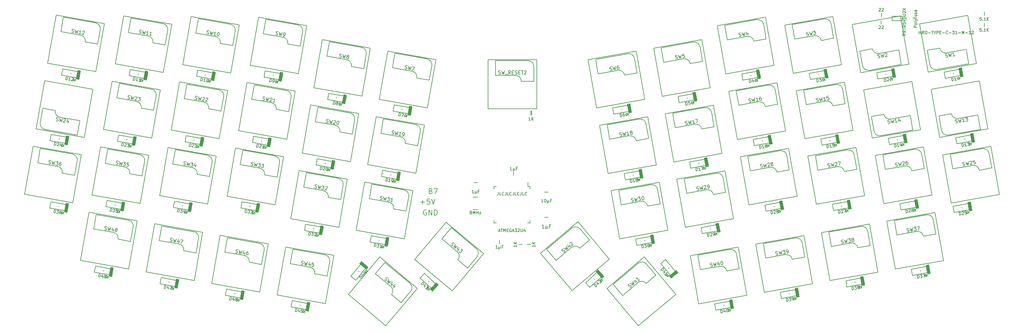
<source format=gbr>
G04 #@! TF.GenerationSoftware,KiCad,Pcbnew,(6.0.0-rc1-dev-1469-g932b9a334)*
G04 #@! TF.CreationDate,2019-08-24T21:44:17-07:00
G04 #@! TF.ProjectId,Laptreus-v2,4c617074-7265-4757-932d-76322e6b6963,rev?*
G04 #@! TF.SameCoordinates,Original*
G04 #@! TF.FileFunction,Legend,Top*
G04 #@! TF.FilePolarity,Positive*
%FSLAX46Y46*%
G04 Gerber Fmt 4.6, Leading zero omitted, Abs format (unit mm)*
G04 Created by KiCad (PCBNEW (6.0.0-rc1-dev-1469-g932b9a334)) date Saturday, August 24, 2019 at 09:44:17 PM*
%MOMM*%
%LPD*%
G04 APERTURE LIST*
%ADD10C,0.150000*%
%ADD11C,0.200000*%
%ADD12C,0.304800*%
%ADD13C,0.203200*%
%ADD14C,0.120000*%
G04 APERTURE END LIST*
D10*
X229072979Y-124729626D02*
X229072979Y-125336769D01*
X229032503Y-125458198D01*
X228951550Y-125539150D01*
X228830122Y-125579626D01*
X228749170Y-125579626D01*
X229882503Y-125579626D02*
X229477741Y-125579626D01*
X229477741Y-124729626D01*
X230651550Y-125498674D02*
X230611074Y-125539150D01*
X230489646Y-125579626D01*
X230408693Y-125579626D01*
X230287265Y-125539150D01*
X230206312Y-125458198D01*
X230165836Y-125377245D01*
X230125360Y-125215341D01*
X230125360Y-125093912D01*
X230165836Y-124932007D01*
X230206312Y-124851055D01*
X230287265Y-124770103D01*
X230408693Y-124729626D01*
X230489646Y-124729626D01*
X230611074Y-124770103D01*
X230651550Y-124810579D01*
X231258693Y-124729626D02*
X231258693Y-125336769D01*
X231218217Y-125458198D01*
X231137265Y-125539150D01*
X231015836Y-125579626D01*
X230934884Y-125579626D01*
X232068217Y-125579626D02*
X231663455Y-125579626D01*
X231663455Y-124729626D01*
X232837265Y-125498674D02*
X232796789Y-125539150D01*
X232675360Y-125579626D01*
X232594408Y-125579626D01*
X232472979Y-125539150D01*
X232392027Y-125458198D01*
X232351550Y-125377245D01*
X232311074Y-125215341D01*
X232311074Y-125093912D01*
X232351550Y-124932007D01*
X232392027Y-124851055D01*
X232472979Y-124770103D01*
X232594408Y-124729626D01*
X232675360Y-124729626D01*
X232796789Y-124770103D01*
X232837265Y-124810579D01*
X233444408Y-124729626D02*
X233444408Y-125336769D01*
X233403931Y-125458198D01*
X233322979Y-125539150D01*
X233201550Y-125579626D01*
X233120598Y-125579626D01*
X234253931Y-125579626D02*
X233849170Y-125579626D01*
X233849170Y-124729626D01*
X235022979Y-125498674D02*
X234982503Y-125539150D01*
X234861074Y-125579626D01*
X234780122Y-125579626D01*
X234658693Y-125539150D01*
X234577741Y-125458198D01*
X234537265Y-125377245D01*
X234496789Y-125215341D01*
X234496789Y-125093912D01*
X234537265Y-124932007D01*
X234577741Y-124851055D01*
X234658693Y-124770103D01*
X234780122Y-124729626D01*
X234861074Y-124729626D01*
X234982503Y-124770103D01*
X235022979Y-124810579D01*
X235630122Y-124729626D02*
X235630122Y-125336769D01*
X235589646Y-125458198D01*
X235508693Y-125539150D01*
X235387265Y-125579626D01*
X235306312Y-125579626D01*
X236439646Y-125579626D02*
X236034884Y-125579626D01*
X236034884Y-124729626D01*
X237208693Y-125498674D02*
X237168217Y-125539150D01*
X237046789Y-125579626D01*
X236965836Y-125579626D01*
X236844408Y-125539150D01*
X236763455Y-125458198D01*
X236722979Y-125377245D01*
X236682503Y-125215341D01*
X236682503Y-125093912D01*
X236722979Y-124932007D01*
X236763455Y-124851055D01*
X236844408Y-124770103D01*
X236965836Y-124729626D01*
X237046789Y-124729626D01*
X237168217Y-124770103D01*
X237208693Y-124810579D01*
D11*
X206870584Y-127602517D02*
X208013441Y-127602517D01*
X207442013Y-128173946D02*
X207442013Y-127031089D01*
X209442013Y-126673946D02*
X208727727Y-126673946D01*
X208656298Y-127388232D01*
X208727727Y-127316803D01*
X208870584Y-127245375D01*
X209227727Y-127245375D01*
X209370584Y-127316803D01*
X209442013Y-127388232D01*
X209513441Y-127531089D01*
X209513441Y-127888232D01*
X209442013Y-128031089D01*
X209370584Y-128102517D01*
X209227727Y-128173946D01*
X208870584Y-128173946D01*
X208727727Y-128102517D01*
X208656298Y-128031089D01*
X209942013Y-126673946D02*
X210442013Y-128173946D01*
X210942013Y-126673946D01*
X209767012Y-124388231D02*
X209981297Y-124459659D01*
X210052726Y-124531088D01*
X210124155Y-124673945D01*
X210124155Y-124888231D01*
X210052726Y-125031088D01*
X209981297Y-125102516D01*
X209838440Y-125173945D01*
X209267012Y-125173945D01*
X209267012Y-123673945D01*
X209767012Y-123673945D01*
X209909869Y-123745374D01*
X209981297Y-123816802D01*
X210052726Y-123959659D01*
X210052726Y-124102516D01*
X209981297Y-124245374D01*
X209909869Y-124316802D01*
X209767012Y-124388231D01*
X209267012Y-124388231D01*
X210624155Y-123673945D02*
X211624155Y-123673945D01*
X210981297Y-125173945D01*
X208456297Y-129845375D02*
X208313440Y-129773946D01*
X208099155Y-129773946D01*
X207884869Y-129845375D01*
X207742012Y-129988232D01*
X207670583Y-130131089D01*
X207599155Y-130416803D01*
X207599155Y-130631089D01*
X207670583Y-130916803D01*
X207742012Y-131059660D01*
X207884869Y-131202517D01*
X208099155Y-131273946D01*
X208242012Y-131273946D01*
X208456297Y-131202517D01*
X208527726Y-131131089D01*
X208527726Y-130631089D01*
X208242012Y-130631089D01*
X209170583Y-131273946D02*
X209170583Y-129773946D01*
X210027726Y-131273946D01*
X210027726Y-129773946D01*
X210742012Y-131273946D02*
X210742012Y-129773946D01*
X211099155Y-129773946D01*
X211313440Y-129845375D01*
X211456297Y-129988232D01*
X211527726Y-130131089D01*
X211599155Y-130416803D01*
X211599155Y-130631089D01*
X211527726Y-130916803D01*
X211456297Y-131059660D01*
X211313440Y-131202517D01*
X211099155Y-131273946D01*
X210742012Y-131273946D01*
D10*
G04 #@! TO.C,SW1*
X357377995Y-84835665D02*
X363020943Y-83840661D01*
X355437581Y-83476973D02*
G75*
G03X357377995Y-84835665I1649553J290861D01*
G01*
X352629124Y-88252202D02*
G75*
G03X354569537Y-89610895I1649553J290860D01*
G01*
X354569537Y-89610895D02*
X363752870Y-87991626D01*
X363752004Y-87986702D02*
X363020943Y-83840661D01*
X352629124Y-88252203D02*
X351897197Y-84101238D01*
X351897197Y-84101238D02*
X355437581Y-83476973D01*
X365897979Y-87862165D02*
X352110670Y-90293240D01*
X352110670Y-90293240D02*
X349679595Y-76505931D01*
X349679595Y-76505931D02*
X363466904Y-74074856D01*
X363466904Y-74074856D02*
X365897979Y-87862165D01*
G04 #@! TO.C,SW2*
X338066076Y-85016898D02*
X343709024Y-84021894D01*
X336125662Y-83658206D02*
G75*
G03X338066076Y-85016898I1649553J290861D01*
G01*
X333317205Y-88433435D02*
G75*
G03X335257618Y-89792128I1649553J290860D01*
G01*
X335257618Y-89792128D02*
X344440951Y-88172859D01*
X344440085Y-88167935D02*
X343709024Y-84021894D01*
X333317205Y-88433436D02*
X332585278Y-84282471D01*
X332585278Y-84282471D02*
X336125662Y-83658206D01*
X346586060Y-88043398D02*
X332798751Y-90474473D01*
X332798751Y-90474473D02*
X330367676Y-76687164D01*
X330367676Y-76687164D02*
X344154985Y-74256089D01*
X344154985Y-74256089D02*
X346586060Y-88043398D01*
G04 #@! TO.C,SW19*
X201100412Y-108837314D02*
X195457464Y-107842310D01*
X202459104Y-110777728D02*
G75*
G03X201100412Y-108837314I-1649553J290861D01*
G01*
X206731414Y-107251029D02*
G75*
G03X205372724Y-105310615I-1649552J290862D01*
G01*
X205372724Y-105310615D02*
X196189391Y-103691345D01*
X196188521Y-103696269D02*
X195457464Y-107842310D01*
X206731415Y-107251028D02*
X205999488Y-111401993D01*
X205999488Y-111401993D02*
X202459104Y-110777728D01*
X194129370Y-103079328D02*
X207916679Y-105510403D01*
X207916679Y-105510403D02*
X205485604Y-119297712D01*
X205485604Y-119297712D02*
X191698295Y-116866637D01*
X191698295Y-116866637D02*
X194129370Y-103079328D01*
G04 #@! TO.C,SW3*
X319575740Y-79894898D02*
X313932792Y-80889902D01*
X321516154Y-81253590D02*
G75*
G03X319575740Y-79894898I-1649553J-290861D01*
G01*
X324324611Y-76478361D02*
G75*
G03X322384198Y-75119668I-1649553J-290860D01*
G01*
X322384198Y-75119668D02*
X313200865Y-76738937D01*
X313201731Y-76743861D02*
X313932792Y-80889902D01*
X324324611Y-76478360D02*
X325056538Y-80629325D01*
X325056538Y-80629325D02*
X321516154Y-81253590D01*
X311055756Y-76868398D02*
X324843065Y-74437323D01*
X324843065Y-74437323D02*
X327274140Y-88224632D01*
X327274140Y-88224632D02*
X313486831Y-90655707D01*
X313486831Y-90655707D02*
X311055756Y-76868398D01*
G04 #@! TO.C,SW12*
X109492080Y-79744170D02*
X103849132Y-78749166D01*
X110850772Y-81684584D02*
G75*
G03X109492080Y-79744170I-1649553J290861D01*
G01*
X115123082Y-78157885D02*
G75*
G03X113764392Y-76217471I-1649552J290862D01*
G01*
X113764392Y-76217471D02*
X104581059Y-74598201D01*
X104580189Y-74603125D02*
X103849132Y-78749166D01*
X115123083Y-78157884D02*
X114391156Y-82308849D01*
X114391156Y-82308849D02*
X110850772Y-81684584D01*
X102521038Y-73986184D02*
X116308347Y-76417259D01*
X116308347Y-76417259D02*
X113877272Y-90204568D01*
X113877272Y-90204568D02*
X100089963Y-87773493D01*
X100089963Y-87773493D02*
X102521038Y-73986184D01*
G04 #@! TO.C,SW11*
X128814726Y-79971501D02*
X123171778Y-78976497D01*
X130173418Y-81911915D02*
G75*
G03X128814726Y-79971501I-1649553J290861D01*
G01*
X134445728Y-78385216D02*
G75*
G03X133087038Y-76444802I-1649552J290862D01*
G01*
X133087038Y-76444802D02*
X123903705Y-74825532D01*
X123902835Y-74830456D02*
X123171778Y-78976497D01*
X134445729Y-78385215D02*
X133713802Y-82536180D01*
X133713802Y-82536180D02*
X130173418Y-81911915D01*
X121843684Y-74213515D02*
X135630993Y-76644590D01*
X135630993Y-76644590D02*
X133199918Y-90431899D01*
X133199918Y-90431899D02*
X119412609Y-88000824D01*
X119412609Y-88000824D02*
X121843684Y-74213515D01*
G04 #@! TO.C,SW47*
X137651320Y-139561262D02*
X132008372Y-138566258D01*
X139010012Y-141501676D02*
G75*
G03X137651320Y-139561262I-1649553J290861D01*
G01*
X143282322Y-137974977D02*
G75*
G03X141923632Y-136034563I-1649552J290862D01*
G01*
X141923632Y-136034563D02*
X132740299Y-134415293D01*
X132739429Y-134420217D02*
X132008372Y-138566258D01*
X143282323Y-137974976D02*
X142550396Y-142125941D01*
X142550396Y-142125941D02*
X139010012Y-141501676D01*
X130680278Y-133803276D02*
X144467587Y-136234351D01*
X144467587Y-136234351D02*
X142036512Y-150021660D01*
X142036512Y-150021660D02*
X128249203Y-147590585D01*
X128249203Y-147590585D02*
X130680278Y-133803276D01*
G04 #@! TO.C,SW24*
X103608957Y-103253267D02*
X109251905Y-104248271D01*
X102250265Y-101312853D02*
G75*
G03X103608957Y-103253267I1649553J-290861D01*
G01*
X97977955Y-104839552D02*
G75*
G03X99336645Y-106779966I1649552J-290862D01*
G01*
X99336645Y-106779966D02*
X108519978Y-108399236D01*
X108520848Y-108394312D02*
X109251905Y-104248271D01*
X97977954Y-104839553D02*
X98709881Y-100688588D01*
X98709881Y-100688588D02*
X102250265Y-101312853D01*
X110579999Y-109011253D02*
X96792690Y-106580178D01*
X96792690Y-106580178D02*
X99223765Y-92792869D01*
X99223765Y-92792869D02*
X113011074Y-95223944D01*
X113011074Y-95223944D02*
X110579999Y-109011253D01*
G04 #@! TO.C,SW_RESET2*
X233964155Y-91255373D02*
X228234155Y-91255373D01*
X235639155Y-92930373D02*
G75*
G03X233964155Y-91255373I-1675000J0D01*
G01*
X239234155Y-88715374D02*
G75*
G03X237559156Y-87040373I-1675000J1D01*
G01*
X237559156Y-87040373D02*
X228234155Y-87040373D01*
X228234153Y-87045373D02*
X228234155Y-91255373D01*
X239234155Y-88715373D02*
X239234155Y-92930373D01*
X239234155Y-92930373D02*
X235639155Y-92930373D01*
X226099155Y-86795373D02*
X240099155Y-86795373D01*
X240099155Y-86795373D02*
X240099155Y-100795373D01*
X240099155Y-100795373D02*
X226099155Y-100795373D01*
X226099155Y-100795373D02*
X226099155Y-86795373D01*
G04 #@! TO.C,SW4*
X300263818Y-80076130D02*
X294620870Y-81071134D01*
X302204232Y-81434822D02*
G75*
G03X300263818Y-80076130I-1649553J-290861D01*
G01*
X305012689Y-76659593D02*
G75*
G03X303072276Y-75300900I-1649553J-290860D01*
G01*
X303072276Y-75300900D02*
X293888943Y-76920169D01*
X293889809Y-76925093D02*
X294620870Y-81071134D01*
X305012689Y-76659592D02*
X305744616Y-80810557D01*
X305744616Y-80810557D02*
X302204232Y-81434822D01*
X291743834Y-77049630D02*
X305531143Y-74618555D01*
X305531143Y-74618555D02*
X307962218Y-88405864D01*
X307962218Y-88405864D02*
X294174909Y-90836939D01*
X294174909Y-90836939D02*
X291743834Y-77049630D01*
G04 #@! TO.C,SW5*
X282054565Y-86510892D02*
X276411617Y-87505896D01*
X283994979Y-87869584D02*
G75*
G03X282054565Y-86510892I-1649553J-290861D01*
G01*
X286803436Y-83094355D02*
G75*
G03X284863023Y-81735662I-1649553J-290860D01*
G01*
X284863023Y-81735662D02*
X275679690Y-83354931D01*
X275680556Y-83359855D02*
X276411617Y-87505896D01*
X286803436Y-83094354D02*
X287535363Y-87245319D01*
X287535363Y-87245319D02*
X283994979Y-87869584D01*
X273534581Y-83484392D02*
X287321890Y-81053317D01*
X287321890Y-81053317D02*
X289752965Y-94840626D01*
X289752965Y-94840626D02*
X275965656Y-97271701D01*
X275965656Y-97271701D02*
X273534581Y-83484392D01*
G04 #@! TO.C,SW6*
X263293976Y-89818890D02*
X257651028Y-90813894D01*
X265234390Y-91177582D02*
G75*
G03X263293976Y-89818890I-1649553J-290861D01*
G01*
X268042847Y-86402353D02*
G75*
G03X266102434Y-85043660I-1649553J-290860D01*
G01*
X266102434Y-85043660D02*
X256919101Y-86662929D01*
X256919967Y-86667853D02*
X257651028Y-90813894D01*
X268042847Y-86402352D02*
X268774774Y-90553317D01*
X268774774Y-90553317D02*
X265234390Y-91177582D01*
X254773992Y-86792390D02*
X268561301Y-84361315D01*
X268561301Y-84361315D02*
X270992376Y-98148624D01*
X270992376Y-98148624D02*
X257205067Y-100579699D01*
X257205067Y-100579699D02*
X254773992Y-86792390D01*
G04 #@! TO.C,SW7*
X204408410Y-90076727D02*
X198765462Y-89081723D01*
X205767102Y-92017141D02*
G75*
G03X204408410Y-90076727I-1649553J290861D01*
G01*
X210039412Y-88490442D02*
G75*
G03X208680722Y-86550028I-1649552J290862D01*
G01*
X208680722Y-86550028D02*
X199497389Y-84930758D01*
X199496519Y-84935682D02*
X198765462Y-89081723D01*
X210039413Y-88490441D02*
X209307486Y-92641406D01*
X209307486Y-92641406D02*
X205767102Y-92017141D01*
X197437368Y-84318741D02*
X211224677Y-86749816D01*
X211224677Y-86749816D02*
X208793602Y-100537125D01*
X208793602Y-100537125D02*
X195006293Y-98106050D01*
X195006293Y-98106050D02*
X197437368Y-84318741D01*
G04 #@! TO.C,SW8*
X185647822Y-86768729D02*
X180004874Y-85773725D01*
X187006514Y-88709143D02*
G75*
G03X185647822Y-86768729I-1649553J290861D01*
G01*
X191278824Y-85182444D02*
G75*
G03X189920134Y-83242030I-1649552J290862D01*
G01*
X189920134Y-83242030D02*
X180736801Y-81622760D01*
X180735931Y-81627684D02*
X180004874Y-85773725D01*
X191278825Y-85182443D02*
X190546898Y-89333408D01*
X190546898Y-89333408D02*
X187006514Y-88709143D01*
X178676780Y-81010743D02*
X192464089Y-83441818D01*
X192464089Y-83441818D02*
X190033014Y-97229127D01*
X190033014Y-97229127D02*
X176245705Y-94798052D01*
X176245705Y-94798052D02*
X178676780Y-81010743D01*
G04 #@! TO.C,SW9*
X167438566Y-80333967D02*
X161795618Y-79338963D01*
X168797258Y-82274381D02*
G75*
G03X167438566Y-80333967I-1649553J290861D01*
G01*
X173069568Y-78747682D02*
G75*
G03X171710878Y-76807268I-1649552J290862D01*
G01*
X171710878Y-76807268D02*
X162527545Y-75187998D01*
X162526675Y-75192922D02*
X161795618Y-79338963D01*
X173069569Y-78747681D02*
X172337642Y-82898646D01*
X172337642Y-82898646D02*
X168797258Y-82274381D01*
X160467524Y-74575981D02*
X174254833Y-77007056D01*
X174254833Y-77007056D02*
X171823758Y-90794365D01*
X171823758Y-90794365D02*
X158036449Y-88363290D01*
X158036449Y-88363290D02*
X160467524Y-74575981D01*
G04 #@! TO.C,SW10*
X148126647Y-80152733D02*
X142483699Y-79157729D01*
X149485339Y-82093147D02*
G75*
G03X148126647Y-80152733I-1649553J290861D01*
G01*
X153757649Y-78566448D02*
G75*
G03X152398959Y-76626034I-1649552J290862D01*
G01*
X152398959Y-76626034D02*
X143215626Y-75006764D01*
X143214756Y-75011688D02*
X142483699Y-79157729D01*
X153757650Y-78566447D02*
X153025723Y-82717412D01*
X153025723Y-82717412D02*
X149485339Y-82093147D01*
X141155605Y-74394747D02*
X154942914Y-76825822D01*
X154942914Y-76825822D02*
X152511839Y-90613131D01*
X152511839Y-90613131D02*
X138724530Y-88182056D01*
X138724530Y-88182056D02*
X141155605Y-74394747D01*
G04 #@! TO.C,SW13*
X360685995Y-103596253D02*
X366328943Y-102601249D01*
X358745581Y-102237561D02*
G75*
G03X360685995Y-103596253I1649553J290861D01*
G01*
X355937124Y-107012790D02*
G75*
G03X357877537Y-108371483I1649553J290860D01*
G01*
X357877537Y-108371483D02*
X367060870Y-106752214D01*
X367060004Y-106747290D02*
X366328943Y-102601249D01*
X355937124Y-107012791D02*
X355205197Y-102861826D01*
X355205197Y-102861826D02*
X358745581Y-102237561D01*
X369205979Y-106622753D02*
X355418670Y-109053828D01*
X355418670Y-109053828D02*
X352987595Y-95266519D01*
X352987595Y-95266519D02*
X366774904Y-92835444D01*
X366774904Y-92835444D02*
X369205979Y-106622753D01*
G04 #@! TO.C,SW14*
X341374073Y-103777485D02*
X347017021Y-102782481D01*
X339433659Y-102418793D02*
G75*
G03X341374073Y-103777485I1649553J290861D01*
G01*
X336625202Y-107194022D02*
G75*
G03X338565615Y-108552715I1649553J290860D01*
G01*
X338565615Y-108552715D02*
X347748948Y-106933446D01*
X347748082Y-106928522D02*
X347017021Y-102782481D01*
X336625202Y-107194023D02*
X335893275Y-103043058D01*
X335893275Y-103043058D02*
X339433659Y-102418793D01*
X349894057Y-106803985D02*
X336106748Y-109235060D01*
X336106748Y-109235060D02*
X333675673Y-95447751D01*
X333675673Y-95447751D02*
X347462982Y-93016676D01*
X347462982Y-93016676D02*
X349894057Y-106803985D01*
G04 #@! TO.C,SW15*
X322883738Y-98655483D02*
X317240790Y-99650487D01*
X324824152Y-100014175D02*
G75*
G03X322883738Y-98655483I-1649553J-290861D01*
G01*
X327632609Y-95238946D02*
G75*
G03X325692196Y-93880253I-1649553J-290860D01*
G01*
X325692196Y-93880253D02*
X316508863Y-95499522D01*
X316509729Y-95504446D02*
X317240790Y-99650487D01*
X327632609Y-95238945D02*
X328364536Y-99389910D01*
X328364536Y-99389910D02*
X324824152Y-100014175D01*
X314363754Y-95628983D02*
X328151063Y-93197908D01*
X328151063Y-93197908D02*
X330582138Y-106985217D01*
X330582138Y-106985217D02*
X316794829Y-109416292D01*
X316794829Y-109416292D02*
X314363754Y-95628983D01*
G04 #@! TO.C,SW16*
X303571817Y-98836718D02*
X297928869Y-99831722D01*
X305512231Y-100195410D02*
G75*
G03X303571817Y-98836718I-1649553J-290861D01*
G01*
X308320688Y-95420181D02*
G75*
G03X306380275Y-94061488I-1649553J-290860D01*
G01*
X306380275Y-94061488D02*
X297196942Y-95680757D01*
X297197808Y-95685681D02*
X297928869Y-99831722D01*
X308320688Y-95420180D02*
X309052615Y-99571145D01*
X309052615Y-99571145D02*
X305512231Y-100195410D01*
X295051833Y-95810218D02*
X308839142Y-93379143D01*
X308839142Y-93379143D02*
X311270217Y-107166452D01*
X311270217Y-107166452D02*
X297482908Y-109597527D01*
X297482908Y-109597527D02*
X295051833Y-95810218D01*
G04 #@! TO.C,SW17*
X285362561Y-105271480D02*
X279719613Y-106266484D01*
X287302975Y-106630172D02*
G75*
G03X285362561Y-105271480I-1649553J-290861D01*
G01*
X290111432Y-101854943D02*
G75*
G03X288171019Y-100496250I-1649553J-290860D01*
G01*
X288171019Y-100496250D02*
X278987686Y-102115519D01*
X278988552Y-102120443D02*
X279719613Y-106266484D01*
X290111432Y-101854942D02*
X290843359Y-106005907D01*
X290843359Y-106005907D02*
X287302975Y-106630172D01*
X276842577Y-102244980D02*
X290629886Y-99813905D01*
X290629886Y-99813905D02*
X293060961Y-113601214D01*
X293060961Y-113601214D02*
X279273652Y-116032289D01*
X279273652Y-116032289D02*
X276842577Y-102244980D01*
G04 #@! TO.C,SW18*
X266601974Y-108579479D02*
X260959026Y-109574483D01*
X268542388Y-109938171D02*
G75*
G03X266601974Y-108579479I-1649553J-290861D01*
G01*
X271350845Y-105162942D02*
G75*
G03X269410432Y-103804249I-1649553J-290860D01*
G01*
X269410432Y-103804249D02*
X260227099Y-105423518D01*
X260227965Y-105428442D02*
X260959026Y-109574483D01*
X271350845Y-105162941D02*
X272082772Y-109313906D01*
X272082772Y-109313906D02*
X268542388Y-109938171D01*
X258081990Y-105552979D02*
X271869299Y-103121904D01*
X271869299Y-103121904D02*
X274300374Y-116909213D01*
X274300374Y-116909213D02*
X260513065Y-119340288D01*
X260513065Y-119340288D02*
X258081990Y-105552979D01*
G04 #@! TO.C,SW20*
X182339825Y-105529315D02*
X176696877Y-104534311D01*
X183698517Y-107469729D02*
G75*
G03X182339825Y-105529315I-1649553J290861D01*
G01*
X187970827Y-103943030D02*
G75*
G03X186612137Y-102002616I-1649552J290862D01*
G01*
X186612137Y-102002616D02*
X177428804Y-100383346D01*
X177427934Y-100388270D02*
X176696877Y-104534311D01*
X187970828Y-103943029D02*
X187238901Y-108093994D01*
X187238901Y-108093994D02*
X183698517Y-107469729D01*
X175368783Y-99771329D02*
X189156092Y-102202404D01*
X189156092Y-102202404D02*
X186725017Y-115989713D01*
X186725017Y-115989713D02*
X172937708Y-113558638D01*
X172937708Y-113558638D02*
X175368783Y-99771329D01*
G04 #@! TO.C,SW21*
X164130569Y-99094554D02*
X158487621Y-98099550D01*
X165489261Y-101034968D02*
G75*
G03X164130569Y-99094554I-1649553J290861D01*
G01*
X169761571Y-97508269D02*
G75*
G03X168402881Y-95567855I-1649552J290862D01*
G01*
X168402881Y-95567855D02*
X159219548Y-93948585D01*
X159218678Y-93953509D02*
X158487621Y-98099550D01*
X169761572Y-97508268D02*
X169029645Y-101659233D01*
X169029645Y-101659233D02*
X165489261Y-101034968D01*
X157159527Y-93336568D02*
X170946836Y-95767643D01*
X170946836Y-95767643D02*
X168515761Y-109554952D01*
X168515761Y-109554952D02*
X154728452Y-107123877D01*
X154728452Y-107123877D02*
X157159527Y-93336568D01*
G04 #@! TO.C,SW22*
X144818651Y-98913319D02*
X139175703Y-97918315D01*
X146177343Y-100853733D02*
G75*
G03X144818651Y-98913319I-1649553J290861D01*
G01*
X150449653Y-97327034D02*
G75*
G03X149090963Y-95386620I-1649552J290862D01*
G01*
X149090963Y-95386620D02*
X139907630Y-93767350D01*
X139906760Y-93772274D02*
X139175703Y-97918315D01*
X150449654Y-97327033D02*
X149717727Y-101477998D01*
X149717727Y-101477998D02*
X146177343Y-100853733D01*
X137847609Y-93155333D02*
X151634918Y-95586408D01*
X151634918Y-95586408D02*
X149203843Y-109373717D01*
X149203843Y-109373717D02*
X135416534Y-106942642D01*
X135416534Y-106942642D02*
X137847609Y-93155333D01*
G04 #@! TO.C,SW23*
X125506728Y-98732088D02*
X119863780Y-97737084D01*
X126865420Y-100672502D02*
G75*
G03X125506728Y-98732088I-1649553J290861D01*
G01*
X131137730Y-97145803D02*
G75*
G03X129779040Y-95205389I-1649552J290862D01*
G01*
X129779040Y-95205389D02*
X120595707Y-93586119D01*
X120594837Y-93591043D02*
X119863780Y-97737084D01*
X131137731Y-97145802D02*
X130405804Y-101296767D01*
X130405804Y-101296767D02*
X126865420Y-100672502D01*
X118535686Y-92974102D02*
X132322995Y-95405177D01*
X132322995Y-95405177D02*
X129891920Y-109192486D01*
X129891920Y-109192486D02*
X116104611Y-106761411D01*
X116104611Y-106761411D02*
X118535686Y-92974102D01*
G04 #@! TO.C,SW25*
X364815580Y-117053606D02*
X359172632Y-118048610D01*
X366755994Y-118412298D02*
G75*
G03X364815580Y-117053606I-1649553J-290861D01*
G01*
X369564451Y-113637069D02*
G75*
G03X367624038Y-112278376I-1649553J-290860D01*
G01*
X367624038Y-112278376D02*
X358440705Y-113897645D01*
X358441571Y-113902569D02*
X359172632Y-118048610D01*
X369564451Y-113637068D02*
X370296378Y-117788033D01*
X370296378Y-117788033D02*
X366755994Y-118412298D01*
X356295596Y-114027106D02*
X370082905Y-111596031D01*
X370082905Y-111596031D02*
X372513980Y-125383340D01*
X372513980Y-125383340D02*
X358726671Y-127814415D01*
X358726671Y-127814415D02*
X356295596Y-114027106D01*
G04 #@! TO.C,SW26*
X345503655Y-117234840D02*
X339860707Y-118229844D01*
X347444069Y-118593532D02*
G75*
G03X345503655Y-117234840I-1649553J-290861D01*
G01*
X350252526Y-113818303D02*
G75*
G03X348312113Y-112459610I-1649553J-290860D01*
G01*
X348312113Y-112459610D02*
X339128780Y-114078879D01*
X339129646Y-114083803D02*
X339860707Y-118229844D01*
X350252526Y-113818302D02*
X350984453Y-117969267D01*
X350984453Y-117969267D02*
X347444069Y-118593532D01*
X336983671Y-114208340D02*
X350770980Y-111777265D01*
X350770980Y-111777265D02*
X353202055Y-125564574D01*
X353202055Y-125564574D02*
X339414746Y-127995649D01*
X339414746Y-127995649D02*
X336983671Y-114208340D01*
G04 #@! TO.C,SW27*
X326191735Y-117416072D02*
X320548787Y-118411076D01*
X328132149Y-118774764D02*
G75*
G03X326191735Y-117416072I-1649553J-290861D01*
G01*
X330940606Y-113999535D02*
G75*
G03X329000193Y-112640842I-1649553J-290860D01*
G01*
X329000193Y-112640842D02*
X319816860Y-114260111D01*
X319817726Y-114265035D02*
X320548787Y-118411076D01*
X330940606Y-113999534D02*
X331672533Y-118150499D01*
X331672533Y-118150499D02*
X328132149Y-118774764D01*
X317671751Y-114389572D02*
X331459060Y-111958497D01*
X331459060Y-111958497D02*
X333890135Y-125745806D01*
X333890135Y-125745806D02*
X320102826Y-128176881D01*
X320102826Y-128176881D02*
X317671751Y-114389572D01*
G04 #@! TO.C,SW28*
X306879816Y-117597305D02*
X301236868Y-118592309D01*
X308820230Y-118955997D02*
G75*
G03X306879816Y-117597305I-1649553J-290861D01*
G01*
X311628687Y-114180768D02*
G75*
G03X309688274Y-112822075I-1649553J-290860D01*
G01*
X309688274Y-112822075D02*
X300504941Y-114441344D01*
X300505807Y-114446268D02*
X301236868Y-118592309D01*
X311628687Y-114180767D02*
X312360614Y-118331732D01*
X312360614Y-118331732D02*
X308820230Y-118955997D01*
X298359832Y-114570805D02*
X312147141Y-112139730D01*
X312147141Y-112139730D02*
X314578216Y-125927039D01*
X314578216Y-125927039D02*
X300790907Y-128358114D01*
X300790907Y-128358114D02*
X298359832Y-114570805D01*
G04 #@! TO.C,SW29*
X288670561Y-124032068D02*
X283027613Y-125027072D01*
X290610975Y-125390760D02*
G75*
G03X288670561Y-124032068I-1649553J-290861D01*
G01*
X293419432Y-120615531D02*
G75*
G03X291479019Y-119256838I-1649553J-290860D01*
G01*
X291479019Y-119256838D02*
X282295686Y-120876107D01*
X282296552Y-120881031D02*
X283027613Y-125027072D01*
X293419432Y-120615530D02*
X294151359Y-124766495D01*
X294151359Y-124766495D02*
X290610975Y-125390760D01*
X280150577Y-121005568D02*
X293937886Y-118574493D01*
X293937886Y-118574493D02*
X296368961Y-132361802D01*
X296368961Y-132361802D02*
X282581652Y-134792877D01*
X282581652Y-134792877D02*
X280150577Y-121005568D01*
G04 #@! TO.C,SW30*
X269909971Y-127340065D02*
X264267023Y-128335069D01*
X271850385Y-128698757D02*
G75*
G03X269909971Y-127340065I-1649553J-290861D01*
G01*
X274658842Y-123923528D02*
G75*
G03X272718429Y-122564835I-1649553J-290860D01*
G01*
X272718429Y-122564835D02*
X263535096Y-124184104D01*
X263535962Y-124189028D02*
X264267023Y-128335069D01*
X274658842Y-123923527D02*
X275390769Y-128074492D01*
X275390769Y-128074492D02*
X271850385Y-128698757D01*
X261389987Y-124313565D02*
X275177296Y-121882490D01*
X275177296Y-121882490D02*
X277608371Y-135669799D01*
X277608371Y-135669799D02*
X263821062Y-138100874D01*
X263821062Y-138100874D02*
X261389987Y-124313565D01*
G04 #@! TO.C,SW31*
X197792414Y-127597902D02*
X192149466Y-126602898D01*
X199151106Y-129538316D02*
G75*
G03X197792414Y-127597902I-1649553J290861D01*
G01*
X203423416Y-126011617D02*
G75*
G03X202064726Y-124071203I-1649552J290862D01*
G01*
X202064726Y-124071203D02*
X192881393Y-122451933D01*
X192880523Y-122456857D02*
X192149466Y-126602898D01*
X203423417Y-126011616D02*
X202691490Y-130162581D01*
X202691490Y-130162581D02*
X199151106Y-129538316D01*
X190821372Y-121839916D02*
X204608681Y-124270991D01*
X204608681Y-124270991D02*
X202177606Y-138058300D01*
X202177606Y-138058300D02*
X188390297Y-135627225D01*
X188390297Y-135627225D02*
X190821372Y-121839916D01*
G04 #@! TO.C,SW32*
X179031827Y-124289905D02*
X173388879Y-123294901D01*
X180390519Y-126230319D02*
G75*
G03X179031827Y-124289905I-1649553J290861D01*
G01*
X184662829Y-122703620D02*
G75*
G03X183304139Y-120763206I-1649552J290862D01*
G01*
X183304139Y-120763206D02*
X174120806Y-119143936D01*
X174119936Y-119148860D02*
X173388879Y-123294901D01*
X184662830Y-122703619D02*
X183930903Y-126854584D01*
X183930903Y-126854584D02*
X180390519Y-126230319D01*
X172060785Y-118531919D02*
X185848094Y-120962994D01*
X185848094Y-120962994D02*
X183417019Y-134750303D01*
X183417019Y-134750303D02*
X169629710Y-132319228D01*
X169629710Y-132319228D02*
X172060785Y-118531919D01*
G04 #@! TO.C,SW33*
X160822570Y-117855142D02*
X155179622Y-116860138D01*
X162181262Y-119795556D02*
G75*
G03X160822570Y-117855142I-1649553J290861D01*
G01*
X166453572Y-116268857D02*
G75*
G03X165094882Y-114328443I-1649552J290862D01*
G01*
X165094882Y-114328443D02*
X155911549Y-112709173D01*
X155910679Y-112714097D02*
X155179622Y-116860138D01*
X166453573Y-116268856D02*
X165721646Y-120419821D01*
X165721646Y-120419821D02*
X162181262Y-119795556D01*
X153851528Y-112097156D02*
X167638837Y-114528231D01*
X167638837Y-114528231D02*
X165207762Y-128315540D01*
X165207762Y-128315540D02*
X151420453Y-125884465D01*
X151420453Y-125884465D02*
X153851528Y-112097156D01*
G04 #@! TO.C,SW34*
X141510651Y-117673909D02*
X135867703Y-116678905D01*
X142869343Y-119614323D02*
G75*
G03X141510651Y-117673909I-1649553J290861D01*
G01*
X147141653Y-116087624D02*
G75*
G03X145782963Y-114147210I-1649552J290862D01*
G01*
X145782963Y-114147210D02*
X136599630Y-112527940D01*
X136598760Y-112532864D02*
X135867703Y-116678905D01*
X147141654Y-116087623D02*
X146409727Y-120238588D01*
X146409727Y-120238588D02*
X142869343Y-119614323D01*
X134539609Y-111915923D02*
X148326918Y-114346998D01*
X148326918Y-114346998D02*
X145895843Y-128134307D01*
X145895843Y-128134307D02*
X132108534Y-125703232D01*
X132108534Y-125703232D02*
X134539609Y-111915923D01*
G04 #@! TO.C,SW37*
X348811653Y-135995427D02*
X343168705Y-136990431D01*
X350752067Y-137354119D02*
G75*
G03X348811653Y-135995427I-1649553J-290861D01*
G01*
X353560524Y-132578890D02*
G75*
G03X351620111Y-131220197I-1649553J-290860D01*
G01*
X351620111Y-131220197D02*
X342436778Y-132839466D01*
X342437644Y-132844390D02*
X343168705Y-136990431D01*
X353560524Y-132578889D02*
X354292451Y-136729854D01*
X354292451Y-136729854D02*
X350752067Y-137354119D01*
X340291669Y-132968927D02*
X354078978Y-130537852D01*
X354078978Y-130537852D02*
X356510053Y-144325161D01*
X356510053Y-144325161D02*
X342722744Y-146756236D01*
X342722744Y-146756236D02*
X340291669Y-132968927D01*
G04 #@! TO.C,SW38*
X330051066Y-139303425D02*
X324408118Y-140298429D01*
X331991480Y-140662117D02*
G75*
G03X330051066Y-139303425I-1649553J-290861D01*
G01*
X334799937Y-135886888D02*
G75*
G03X332859524Y-134528195I-1649553J-290860D01*
G01*
X332859524Y-134528195D02*
X323676191Y-136147464D01*
X323677057Y-136152388D02*
X324408118Y-140298429D01*
X334799937Y-135886887D02*
X335531864Y-140037852D01*
X335531864Y-140037852D02*
X331991480Y-140662117D01*
X321531082Y-136276925D02*
X335318391Y-133845850D01*
X335318391Y-133845850D02*
X337749466Y-147633159D01*
X337749466Y-147633159D02*
X323962157Y-150064234D01*
X323962157Y-150064234D02*
X321531082Y-136276925D01*
G04 #@! TO.C,SW39*
X311290479Y-142611421D02*
X305647531Y-143606425D01*
X313230893Y-143970113D02*
G75*
G03X311290479Y-142611421I-1649553J-290861D01*
G01*
X316039350Y-139194884D02*
G75*
G03X314098937Y-137836191I-1649553J-290860D01*
G01*
X314098937Y-137836191D02*
X304915604Y-139455460D01*
X304916470Y-139460384D02*
X305647531Y-143606425D01*
X316039350Y-139194883D02*
X316771277Y-143345848D01*
X316771277Y-143345848D02*
X313230893Y-143970113D01*
X302770495Y-139584921D02*
X316557804Y-137153846D01*
X316557804Y-137153846D02*
X318988879Y-150941155D01*
X318988879Y-150941155D02*
X305201570Y-153372230D01*
X305201570Y-153372230D02*
X302770495Y-139584921D01*
G04 #@! TO.C,SW40*
X292529893Y-145919420D02*
X286886945Y-146914424D01*
X294470307Y-147278112D02*
G75*
G03X292529893Y-145919420I-1649553J-290861D01*
G01*
X297278764Y-142502883D02*
G75*
G03X295338351Y-141144190I-1649553J-290860D01*
G01*
X295338351Y-141144190D02*
X286155018Y-142763459D01*
X286155884Y-142768383D02*
X286886945Y-146914424D01*
X297278764Y-142502882D02*
X298010691Y-146653847D01*
X298010691Y-146653847D02*
X294470307Y-147278112D01*
X284009909Y-142892920D02*
X297797218Y-140461845D01*
X297797218Y-140461845D02*
X300228293Y-154249154D01*
X300228293Y-154249154D02*
X286440984Y-156680229D01*
X286440984Y-156680229D02*
X284009909Y-142892920D01*
G04 #@! TO.C,SW41*
X269029325Y-150632421D02*
X264639890Y-154315594D01*
X271389118Y-150838876D02*
G75*
G03X269029325Y-150632421I-1283124J-1076669D01*
G01*
X271433699Y-145299178D02*
G75*
G03X269073906Y-145092721I-1283125J-1076668D01*
G01*
X269073906Y-145092721D02*
X261930540Y-151086717D01*
X261933753Y-151090548D02*
X264639890Y-154315594D01*
X271433699Y-145299177D02*
X274143048Y-148528055D01*
X274143048Y-148528055D02*
X271389119Y-150838876D01*
X260137553Y-152271387D02*
X270862175Y-143272361D01*
X270862175Y-143272361D02*
X279861201Y-153996983D01*
X279861201Y-153996983D02*
X269136579Y-162996009D01*
X269136579Y-162996009D02*
X260137553Y-152271387D01*
G04 #@! TO.C,SW42*
X250028919Y-140567612D02*
X245639484Y-144250785D01*
X252388712Y-140774067D02*
G75*
G03X250028919Y-140567612I-1283124J-1076669D01*
G01*
X252433293Y-135234369D02*
G75*
G03X250073500Y-135027912I-1283125J-1076668D01*
G01*
X250073500Y-135027912D02*
X242930134Y-141021908D01*
X242933347Y-141025739D02*
X245639484Y-144250785D01*
X252433293Y-135234368D02*
X255142642Y-138463246D01*
X255142642Y-138463246D02*
X252388713Y-140774067D01*
X241137147Y-142206578D02*
X251861769Y-133207552D01*
X251861769Y-133207552D02*
X260860795Y-143932174D01*
X260860795Y-143932174D02*
X250136173Y-152931200D01*
X250136173Y-152931200D02*
X241137147Y-142206578D01*
G04 #@! TO.C,SW44*
X198294678Y-151742425D02*
X193905243Y-148059252D01*
X198501134Y-154102219D02*
G75*
G03X198294678Y-151742425I-1283125J1076669D01*
G01*
X203964412Y-153184164D02*
G75*
G03X203757958Y-150824370I-1283124J1076670D01*
G01*
X203757958Y-150824370D02*
X196614593Y-144830375D01*
X196611378Y-144834204D02*
X193905243Y-148059252D01*
X203964413Y-153184163D02*
X201255063Y-156413041D01*
X201255063Y-156413041D02*
X198501133Y-154102219D01*
X195136571Y-143270343D02*
X205861193Y-152269369D01*
X205861193Y-152269369D02*
X196862167Y-162993991D01*
X196862167Y-162993991D02*
X186137545Y-153994965D01*
X186137545Y-153994965D02*
X195136571Y-143270343D01*
G04 #@! TO.C,SW45*
X175172495Y-146177257D02*
X169529547Y-145182253D01*
X176531187Y-148117671D02*
G75*
G03X175172495Y-146177257I-1649553J290861D01*
G01*
X180803497Y-144590972D02*
G75*
G03X179444807Y-142650558I-1649552J290862D01*
G01*
X179444807Y-142650558D02*
X170261474Y-141031288D01*
X170260604Y-141036212D02*
X169529547Y-145182253D01*
X180803498Y-144590971D02*
X180071571Y-148741936D01*
X180071571Y-148741936D02*
X176531187Y-148117671D01*
X168201453Y-140419271D02*
X181988762Y-142850346D01*
X181988762Y-142850346D02*
X179557687Y-156637655D01*
X179557687Y-156637655D02*
X165770378Y-154206580D01*
X165770378Y-154206580D02*
X168201453Y-140419271D01*
G04 #@! TO.C,SW46*
X156411909Y-142869259D02*
X150768961Y-141874255D01*
X157770601Y-144809673D02*
G75*
G03X156411909Y-142869259I-1649553J290861D01*
G01*
X162042911Y-141282974D02*
G75*
G03X160684221Y-139342560I-1649552J290862D01*
G01*
X160684221Y-139342560D02*
X151500888Y-137723290D01*
X151500018Y-137728214D02*
X150768961Y-141874255D01*
X162042912Y-141282973D02*
X161310985Y-145433938D01*
X161310985Y-145433938D02*
X157770601Y-144809673D01*
X149440867Y-137111273D02*
X163228176Y-139542348D01*
X163228176Y-139542348D02*
X160797101Y-153329657D01*
X160797101Y-153329657D02*
X147009792Y-150898582D01*
X147009792Y-150898582D02*
X149440867Y-137111273D01*
G04 #@! TO.C,SW43*
X217294721Y-141776098D02*
X212905286Y-138092925D01*
X217501177Y-144135892D02*
G75*
G03X217294721Y-141776098I-1283125J1076669D01*
G01*
X222964455Y-143217837D02*
G75*
G03X222758001Y-140858043I-1283124J1076670D01*
G01*
X222758001Y-140858043D02*
X215614636Y-134864048D01*
X215611421Y-134867877D02*
X212905286Y-138092925D01*
X222964456Y-143217836D02*
X220255106Y-146446714D01*
X220255106Y-146446714D02*
X217501176Y-144135892D01*
X214136614Y-133304016D02*
X224861236Y-142303042D01*
X224861236Y-142303042D02*
X215862210Y-153027664D01*
X215862210Y-153027664D02*
X205137588Y-144028638D01*
X205137588Y-144028638D02*
X214136614Y-133304016D01*
G04 #@! TO.C,SW36*
X102886811Y-117311443D02*
X97243863Y-116316439D01*
X104245503Y-119251857D02*
G75*
G03X102886811Y-117311443I-1649553J290861D01*
G01*
X108517813Y-115725158D02*
G75*
G03X107159123Y-113784744I-1649552J290862D01*
G01*
X107159123Y-113784744D02*
X97975790Y-112165474D01*
X97974920Y-112170398D02*
X97243863Y-116316439D01*
X108517814Y-115725157D02*
X107785887Y-119876122D01*
X107785887Y-119876122D02*
X104245503Y-119251857D01*
X95915769Y-111553457D02*
X109703078Y-113984532D01*
X109703078Y-113984532D02*
X107272003Y-127771841D01*
X107272003Y-127771841D02*
X93484694Y-125340766D01*
X93484694Y-125340766D02*
X95915769Y-111553457D01*
G04 #@! TO.C,SW48*
X118890733Y-136253263D02*
X113247785Y-135258259D01*
X120249425Y-138193677D02*
G75*
G03X118890733Y-136253263I-1649553J290861D01*
G01*
X124521735Y-134666978D02*
G75*
G03X123163045Y-132726564I-1649552J290862D01*
G01*
X123163045Y-132726564D02*
X113979712Y-131107294D01*
X113978842Y-131112218D02*
X113247785Y-135258259D01*
X124521736Y-134666977D02*
X123789809Y-138817942D01*
X123789809Y-138817942D02*
X120249425Y-138193677D01*
X111919691Y-130495277D02*
X125707000Y-132926352D01*
X125707000Y-132926352D02*
X123275925Y-146713661D01*
X123275925Y-146713661D02*
X109488616Y-144282586D01*
X109488616Y-144282586D02*
X111919691Y-130495277D01*
G04 #@! TO.C,SW35*
X122198731Y-117492677D02*
X116555783Y-116497673D01*
X123557423Y-119433091D02*
G75*
G03X122198731Y-117492677I-1649553J290861D01*
G01*
X127829733Y-115906392D02*
G75*
G03X126471043Y-113965978I-1649552J290862D01*
G01*
X126471043Y-113965978D02*
X117287710Y-112346708D01*
X117286840Y-112351632D02*
X116555783Y-116497673D01*
X127829734Y-115906391D02*
X127097807Y-120057356D01*
X127097807Y-120057356D02*
X123557423Y-119433091D01*
X115227689Y-111734691D02*
X129014998Y-114165766D01*
X129014998Y-114165766D02*
X126583923Y-127953075D01*
X126583923Y-127953075D02*
X112796614Y-125522000D01*
X112796614Y-125522000D02*
X115227689Y-111734691D01*
D12*
G04 #@! TO.C,R1*
X238449156Y-101537374D02*
X238449156Y-102553374D01*
D10*
G04 #@! TO.C,IC1*
X237599156Y-123123854D02*
X237599156Y-121848854D01*
X238174156Y-133473854D02*
X238174156Y-132798854D01*
X227824156Y-133473854D02*
X227824156Y-132798854D01*
X227824156Y-123123854D02*
X227824156Y-123798854D01*
X238174156Y-123123854D02*
X238174156Y-123798854D01*
X227824156Y-123123854D02*
X228499156Y-123123854D01*
X227824156Y-133473854D02*
X228499156Y-133473854D01*
X238174156Y-133473854D02*
X237499156Y-133473854D01*
X238174156Y-123123854D02*
X237599156Y-123123854D01*
D13*
G04 #@! TO.C,C5*
X223107170Y-121995103D02*
X222091170Y-121995103D01*
G04 #@! TO.C,C2*
X229399170Y-139478103D02*
X229399170Y-138462103D01*
D10*
G04 #@! TO.C,U6*
X344644170Y-75625103D02*
X341744170Y-75625103D01*
X344644170Y-75625103D02*
X344644170Y-74325103D01*
X344644170Y-74325103D02*
X341744170Y-74325103D01*
X341744170Y-74325103D02*
X341744170Y-75625103D01*
D14*
G04 #@! TO.C,F1*
X347780170Y-75602167D02*
X347780170Y-74398039D01*
X345960170Y-75602167D02*
X345960170Y-74398039D01*
G04 #@! TO.C,D2*
X340134454Y-90963882D02*
G75*
G03X340134454Y-90963882I-141420J0D01*
G01*
D10*
X342010323Y-91877463D02*
X341576202Y-89415443D01*
X342135393Y-91855409D02*
X341701273Y-89393392D01*
X341826344Y-89371338D02*
X342260464Y-91833356D01*
X342635676Y-91767196D02*
X342201555Y-89305177D01*
X342076485Y-89327230D02*
X342510605Y-91789250D01*
X342385535Y-91811303D02*
X341951414Y-89349283D01*
X342709818Y-91398724D02*
X342397251Y-89626070D01*
X337687298Y-92284330D02*
X342709818Y-91398724D01*
X337374731Y-90511674D02*
X337687298Y-92284330D01*
X342397251Y-89626070D02*
X337374731Y-90511674D01*
X342770596Y-91743406D02*
X342336476Y-89281387D01*
X341573248Y-89415964D02*
X342336476Y-89281387D01*
X342010323Y-91877463D02*
X342773549Y-91742885D01*
X341009477Y-92409338D02*
X341304917Y-92357244D01*
X341304917Y-92357244D02*
X341235459Y-91963318D01*
X341235459Y-91963318D02*
X341797323Y-92270422D01*
X341797323Y-92270422D02*
X341374378Y-92751167D01*
X341374378Y-92751167D02*
X341304917Y-92357244D01*
X341866782Y-92664343D02*
X341727863Y-91876497D01*
X341797323Y-92270422D02*
X341994285Y-92235690D01*
D14*
G04 #@! TO.C,D42*
X256656100Y-149644994D02*
G75*
G03X256656100Y-149644994I-141421J0D01*
G01*
D10*
X258706910Y-149331612D02*
X257017934Y-147488418D01*
X258800543Y-149245811D02*
X257111570Y-147402620D01*
X257205203Y-147316819D02*
X258894178Y-149160012D01*
X259175081Y-148902612D02*
X257486105Y-147059419D01*
X257392471Y-147145219D02*
X259081447Y-148988412D01*
X258987812Y-149074212D02*
X257298837Y-147231019D01*
X259039631Y-148552009D02*
X257823569Y-147224910D01*
X255279518Y-151997520D02*
X259039631Y-148552009D01*
X254063454Y-150670419D02*
X255279518Y-151997520D01*
X257823569Y-147224910D02*
X254063454Y-150670419D01*
X259276089Y-148810055D02*
X257587114Y-146966861D01*
X257015722Y-147490445D02*
X257587114Y-146966861D01*
X258706910Y-149331612D02*
X259278300Y-148808029D01*
X258148581Y-150317945D02*
X258369763Y-150115269D01*
X258369763Y-150115269D02*
X258099526Y-149820355D01*
X258099526Y-149820355D02*
X258738405Y-149777474D01*
X258738405Y-149777474D02*
X258640001Y-150410179D01*
X258640001Y-150410179D02*
X258369763Y-150115269D01*
X259008639Y-150072384D02*
X258468166Y-149482563D01*
X258738405Y-149777474D02*
X258885859Y-149642355D01*
D14*
G04 #@! TO.C,D9*
X164770896Y-91283775D02*
G75*
G03X164770896Y-91283775I-141420J0D01*
G01*
D10*
X166212644Y-92832214D02*
X166646765Y-90370194D01*
X166337715Y-92854266D02*
X166771835Y-90392249D01*
X166896906Y-90414302D02*
X166462786Y-92876320D01*
X166837997Y-92942480D02*
X167272118Y-90480461D01*
X167147047Y-90458407D02*
X166712927Y-92920427D01*
X166587856Y-92898374D02*
X167021977Y-90436354D01*
X167033693Y-92621587D02*
X167346260Y-90848933D01*
X162011173Y-91735983D02*
X167033693Y-92621587D01*
X162323740Y-89963327D02*
X162011173Y-91735983D01*
X167346260Y-90848933D02*
X162323740Y-89963327D01*
X166972918Y-92966270D02*
X167407038Y-90504251D01*
X166643810Y-90369673D02*
X167407038Y-90504251D01*
X166212644Y-92832214D02*
X166975870Y-92966791D01*
X165090245Y-92989704D02*
X165385685Y-93041798D01*
X165385685Y-93041798D02*
X165455147Y-92647872D01*
X165455147Y-92647872D02*
X165878091Y-93128624D01*
X165878091Y-93128624D02*
X165316228Y-93435721D01*
X165316228Y-93435721D02*
X165385685Y-93041798D01*
X165808632Y-93522545D02*
X165947549Y-92734699D01*
X165878091Y-93128624D02*
X166075052Y-93163352D01*
D14*
G04 #@! TO.C,D36*
X103419764Y-128825608D02*
G75*
G03X103419764Y-128825608I-141420J0D01*
G01*
D10*
X104861512Y-130374047D02*
X105295633Y-127912027D01*
X104986583Y-130396099D02*
X105420703Y-127934082D01*
X105545774Y-127956135D02*
X105111654Y-130418153D01*
X105486865Y-130484313D02*
X105920986Y-128022294D01*
X105795915Y-128000240D02*
X105361795Y-130462260D01*
X105236724Y-130440207D02*
X105670845Y-127978187D01*
X105682561Y-130163420D02*
X105995128Y-128390766D01*
X100660041Y-129277816D02*
X105682561Y-130163420D01*
X100972608Y-127505160D02*
X100660041Y-129277816D01*
X105995128Y-128390766D02*
X100972608Y-127505160D01*
X105621786Y-130508103D02*
X106055906Y-128046084D01*
X105292678Y-127911506D02*
X106055906Y-128046084D01*
X104861512Y-130374047D02*
X105624738Y-130508624D01*
X103739113Y-130531537D02*
X104034553Y-130583631D01*
X104034553Y-130583631D02*
X104104015Y-130189705D01*
X104104015Y-130189705D02*
X104526959Y-130670457D01*
X104526959Y-130670457D02*
X103965096Y-130977554D01*
X103965096Y-130977554D02*
X104034553Y-130583631D01*
X104457500Y-131064378D02*
X104596417Y-130276532D01*
X104526959Y-130670457D02*
X104723920Y-130705185D01*
D14*
G04 #@! TO.C,D25*
X361990590Y-129195103D02*
G75*
G03X361990590Y-129195103I-141420J0D01*
G01*
D10*
X363866459Y-130108684D02*
X363432338Y-127646664D01*
X363991529Y-130086630D02*
X363557409Y-127624613D01*
X363682480Y-127602559D02*
X364116600Y-130064577D01*
X364491812Y-129998417D02*
X364057691Y-127536398D01*
X363932621Y-127558451D02*
X364366741Y-130020471D01*
X364241671Y-130042524D02*
X363807550Y-127580504D01*
X364565954Y-129629945D02*
X364253387Y-127857291D01*
X359543434Y-130515551D02*
X364565954Y-129629945D01*
X359230867Y-128742895D02*
X359543434Y-130515551D01*
X364253387Y-127857291D02*
X359230867Y-128742895D01*
X364626732Y-129974627D02*
X364192612Y-127512608D01*
X363429384Y-127647185D02*
X364192612Y-127512608D01*
X363866459Y-130108684D02*
X364629685Y-129974106D01*
X362865613Y-130640559D02*
X363161053Y-130588465D01*
X363161053Y-130588465D02*
X363091595Y-130194539D01*
X363091595Y-130194539D02*
X363653459Y-130501643D01*
X363653459Y-130501643D02*
X363230514Y-130982388D01*
X363230514Y-130982388D02*
X363161053Y-130588465D01*
X363722918Y-130895564D02*
X363583999Y-130107718D01*
X363653459Y-130501643D02*
X363850421Y-130466911D01*
D14*
G04 #@! TO.C,D24*
X103527138Y-109500663D02*
G75*
G03X103527138Y-109500663I-141420J0D01*
G01*
D10*
X104968886Y-111049102D02*
X105403007Y-108587082D01*
X105093957Y-111071154D02*
X105528077Y-108609137D01*
X105653148Y-108631190D02*
X105219028Y-111093208D01*
X105594239Y-111159368D02*
X106028360Y-108697349D01*
X105903289Y-108675295D02*
X105469169Y-111137315D01*
X105344098Y-111115262D02*
X105778219Y-108653242D01*
X105789935Y-110838475D02*
X106102502Y-109065821D01*
X100767415Y-109952871D02*
X105789935Y-110838475D01*
X101079982Y-108180215D02*
X100767415Y-109952871D01*
X106102502Y-109065821D02*
X101079982Y-108180215D01*
X105729160Y-111183158D02*
X106163280Y-108721139D01*
X105400052Y-108586561D02*
X106163280Y-108721139D01*
X104968886Y-111049102D02*
X105732112Y-111183679D01*
X103846487Y-111206592D02*
X104141927Y-111258686D01*
X104141927Y-111258686D02*
X104211389Y-110864760D01*
X104211389Y-110864760D02*
X104634333Y-111345512D01*
X104634333Y-111345512D02*
X104072470Y-111652609D01*
X104072470Y-111652609D02*
X104141927Y-111258686D01*
X104564874Y-111739433D02*
X104703791Y-110951587D01*
X104634333Y-111345512D02*
X104831294Y-111380240D01*
D14*
G04 #@! TO.C,D13*
X362754372Y-109543238D02*
G75*
G03X362754372Y-109543238I-141420J0D01*
G01*
D10*
X364630241Y-110456819D02*
X364196120Y-107994799D01*
X364755311Y-110434765D02*
X364321191Y-107972748D01*
X364446262Y-107950694D02*
X364880382Y-110412712D01*
X365255594Y-110346552D02*
X364821473Y-107884533D01*
X364696403Y-107906586D02*
X365130523Y-110368606D01*
X365005453Y-110390659D02*
X364571332Y-107928639D01*
X365329736Y-109978080D02*
X365017169Y-108205426D01*
X360307216Y-110863686D02*
X365329736Y-109978080D01*
X359994649Y-109091030D02*
X360307216Y-110863686D01*
X365017169Y-108205426D02*
X359994649Y-109091030D01*
X365390514Y-110322762D02*
X364956394Y-107860743D01*
X364193166Y-107995320D02*
X364956394Y-107860743D01*
X364630241Y-110456819D02*
X365393467Y-110322241D01*
X363629395Y-110988694D02*
X363924835Y-110936600D01*
X363924835Y-110936600D02*
X363855377Y-110542674D01*
X363855377Y-110542674D02*
X364417241Y-110849778D01*
X364417241Y-110849778D02*
X363994296Y-111330523D01*
X363994296Y-111330523D02*
X363924835Y-110936600D01*
X364486700Y-111243699D02*
X364347781Y-110455853D01*
X364417241Y-110849778D02*
X364614203Y-110815046D01*
D14*
G04 #@! TO.C,D12*
X106835134Y-90740075D02*
G75*
G03X106835134Y-90740075I-141420J0D01*
G01*
D10*
X108276882Y-92288514D02*
X108711003Y-89826494D01*
X108401953Y-92310566D02*
X108836073Y-89848549D01*
X108961144Y-89870602D02*
X108527024Y-92332620D01*
X108902235Y-92398780D02*
X109336356Y-89936761D01*
X109211285Y-89914707D02*
X108777165Y-92376727D01*
X108652094Y-92354674D02*
X109086215Y-89892654D01*
X109097931Y-92077887D02*
X109410498Y-90305233D01*
X104075411Y-91192283D02*
X109097931Y-92077887D01*
X104387978Y-89419627D02*
X104075411Y-91192283D01*
X109410498Y-90305233D02*
X104387978Y-89419627D01*
X109037156Y-92422570D02*
X109471276Y-89960551D01*
X108708048Y-89825973D02*
X109471276Y-89960551D01*
X108276882Y-92288514D02*
X109040108Y-92423091D01*
X107154483Y-92446004D02*
X107449923Y-92498098D01*
X107449923Y-92498098D02*
X107519385Y-92104172D01*
X107519385Y-92104172D02*
X107942329Y-92584924D01*
X107942329Y-92584924D02*
X107380466Y-92892021D01*
X107380466Y-92892021D02*
X107449923Y-92498098D01*
X107872870Y-92978845D02*
X108011787Y-92190999D01*
X107942329Y-92584924D02*
X108139290Y-92619652D01*
D14*
G04 #@! TO.C,D1*
X359446377Y-90782650D02*
G75*
G03X359446377Y-90782650I-141420J0D01*
G01*
D10*
X361322246Y-91696231D02*
X360888125Y-89234211D01*
X361447316Y-91674177D02*
X361013196Y-89212160D01*
X361138267Y-89190106D02*
X361572387Y-91652124D01*
X361947599Y-91585964D02*
X361513478Y-89123945D01*
X361388408Y-89145998D02*
X361822528Y-91608018D01*
X361697458Y-91630071D02*
X361263337Y-89168051D01*
X362021741Y-91217492D02*
X361709174Y-89444838D01*
X356999221Y-92103098D02*
X362021741Y-91217492D01*
X356686654Y-90330442D02*
X356999221Y-92103098D01*
X361709174Y-89444838D02*
X356686654Y-90330442D01*
X362082519Y-91562174D02*
X361648399Y-89100155D01*
X360885171Y-89234732D02*
X361648399Y-89100155D01*
X361322246Y-91696231D02*
X362085472Y-91561653D01*
X360321400Y-92228106D02*
X360616840Y-92176012D01*
X360616840Y-92176012D02*
X360547382Y-91782086D01*
X360547382Y-91782086D02*
X361109246Y-92089190D01*
X361109246Y-92089190D02*
X360686301Y-92569935D01*
X360686301Y-92569935D02*
X360616840Y-92176012D01*
X361178705Y-92483111D02*
X361039786Y-91695265D01*
X361109246Y-92089190D02*
X361306208Y-92054458D01*
D14*
G04 #@! TO.C,D48*
X116223064Y-147203072D02*
G75*
G03X116223064Y-147203072I-141420J0D01*
G01*
D10*
X117664812Y-148751511D02*
X118098933Y-146289491D01*
X117789883Y-148773563D02*
X118224003Y-146311546D01*
X118349074Y-146333599D02*
X117914954Y-148795617D01*
X118290165Y-148861777D02*
X118724286Y-146399758D01*
X118599215Y-146377704D02*
X118165095Y-148839724D01*
X118040024Y-148817671D02*
X118474145Y-146355651D01*
X118485861Y-148540884D02*
X118798428Y-146768230D01*
X113463341Y-147655280D02*
X118485861Y-148540884D01*
X113775908Y-145882624D02*
X113463341Y-147655280D01*
X118798428Y-146768230D02*
X113775908Y-145882624D01*
X118425086Y-148885567D02*
X118859206Y-146423548D01*
X118095978Y-146288970D02*
X118859206Y-146423548D01*
X117664812Y-148751511D02*
X118428038Y-148886088D01*
X116542413Y-148909001D02*
X116837853Y-148961095D01*
X116837853Y-148961095D02*
X116907315Y-148567169D01*
X116907315Y-148567169D02*
X117330259Y-149047921D01*
X117330259Y-149047921D02*
X116768396Y-149355018D01*
X116768396Y-149355018D02*
X116837853Y-148961095D01*
X117260800Y-149441842D02*
X117399717Y-148653996D01*
X117330259Y-149047921D02*
X117527220Y-149082649D01*
D14*
G04 #@! TO.C,D18*
X267848767Y-119829698D02*
G75*
G03X267848767Y-119829698I-141420J0D01*
G01*
D10*
X269724636Y-120743279D02*
X269290515Y-118281259D01*
X269849706Y-120721225D02*
X269415586Y-118259208D01*
X269540657Y-118237154D02*
X269974777Y-120699172D01*
X270349989Y-120633012D02*
X269915868Y-118170993D01*
X269790798Y-118193046D02*
X270224918Y-120655066D01*
X270099848Y-120677119D02*
X269665727Y-118215099D01*
X270424131Y-120264540D02*
X270111564Y-118491886D01*
X265401611Y-121150146D02*
X270424131Y-120264540D01*
X265089044Y-119377490D02*
X265401611Y-121150146D01*
X270111564Y-118491886D02*
X265089044Y-119377490D01*
X270484909Y-120609222D02*
X270050789Y-118147203D01*
X269287561Y-118281780D02*
X270050789Y-118147203D01*
X269724636Y-120743279D02*
X270487862Y-120608701D01*
X268723790Y-121275154D02*
X269019230Y-121223060D01*
X269019230Y-121223060D02*
X268949772Y-120829134D01*
X268949772Y-120829134D02*
X269511636Y-121136238D01*
X269511636Y-121136238D02*
X269088691Y-121616983D01*
X269088691Y-121616983D02*
X269019230Y-121223060D01*
X269581095Y-121530159D02*
X269442176Y-120742313D01*
X269511636Y-121136238D02*
X269708598Y-121101506D01*
D14*
G04 #@! TO.C,D17*
X286609356Y-116521701D02*
G75*
G03X286609356Y-116521701I-141420J0D01*
G01*
D10*
X288485225Y-117435282D02*
X288051104Y-114973262D01*
X288610295Y-117413228D02*
X288176175Y-114951211D01*
X288301246Y-114929157D02*
X288735366Y-117391175D01*
X289110578Y-117325015D02*
X288676457Y-114862996D01*
X288551387Y-114885049D02*
X288985507Y-117347069D01*
X288860437Y-117369122D02*
X288426316Y-114907102D01*
X289184720Y-116956543D02*
X288872153Y-115183889D01*
X284162200Y-117842149D02*
X289184720Y-116956543D01*
X283849633Y-116069493D02*
X284162200Y-117842149D01*
X288872153Y-115183889D02*
X283849633Y-116069493D01*
X289245498Y-117301225D02*
X288811378Y-114839206D01*
X288048150Y-114973783D02*
X288811378Y-114839206D01*
X288485225Y-117435282D02*
X289248451Y-117300704D01*
X287484379Y-117967157D02*
X287779819Y-117915063D01*
X287779819Y-117915063D02*
X287710361Y-117521137D01*
X287710361Y-117521137D02*
X288272225Y-117828241D01*
X288272225Y-117828241D02*
X287849280Y-118308986D01*
X287849280Y-118308986D02*
X287779819Y-117915063D01*
X288341684Y-118222162D02*
X288202765Y-117434316D01*
X288272225Y-117828241D02*
X288469187Y-117793509D01*
D14*
G04 #@! TO.C,D43*
X209289533Y-150355536D02*
G75*
G03X209289533Y-150355536I-141421J0D01*
G01*
D10*
X209651367Y-152512112D02*
X211340343Y-150668918D01*
X209745002Y-152597911D02*
X211433976Y-150754720D01*
X211527610Y-150840519D02*
X209838636Y-152683711D01*
X210119538Y-152941111D02*
X211808514Y-151097918D01*
X211714880Y-151012118D02*
X210025904Y-152855311D01*
X209932270Y-152769511D02*
X211621245Y-150926318D01*
X210457002Y-152775620D02*
X211673064Y-151448521D01*
X206696887Y-149330111D02*
X210457002Y-152775620D01*
X207912951Y-148003010D02*
X206696887Y-149330111D01*
X211673064Y-151448521D02*
X207912951Y-148003010D01*
X210220547Y-153033669D02*
X211909522Y-151190475D01*
X211338131Y-150666891D02*
X211909522Y-151190475D01*
X209651367Y-152512112D02*
X210222757Y-153035694D01*
X208620126Y-152041872D02*
X208841307Y-152244548D01*
X208841307Y-152244548D02*
X209111547Y-151949636D01*
X209111547Y-151949636D02*
X209209946Y-152582346D01*
X209209946Y-152582346D02*
X208571073Y-152539460D01*
X208571073Y-152539460D02*
X208841307Y-152244548D01*
X208939711Y-152877255D02*
X209480183Y-152287433D01*
X209209946Y-152582346D02*
X209357403Y-152717463D01*
D14*
G04 #@! TO.C,D35*
X119531060Y-128442485D02*
G75*
G03X119531060Y-128442485I-141420J0D01*
G01*
D10*
X120972808Y-129990924D02*
X121406929Y-127528904D01*
X121097879Y-130012976D02*
X121531999Y-127550959D01*
X121657070Y-127573012D02*
X121222950Y-130035030D01*
X121598161Y-130101190D02*
X122032282Y-127639171D01*
X121907211Y-127617117D02*
X121473091Y-130079137D01*
X121348020Y-130057084D02*
X121782141Y-127595064D01*
X121793857Y-129780297D02*
X122106424Y-128007643D01*
X116771337Y-128894693D02*
X121793857Y-129780297D01*
X117083904Y-127122037D02*
X116771337Y-128894693D01*
X122106424Y-128007643D02*
X117083904Y-127122037D01*
X121733082Y-130124980D02*
X122167202Y-127662961D01*
X121403974Y-127528383D02*
X122167202Y-127662961D01*
X120972808Y-129990924D02*
X121736034Y-130125501D01*
X119850409Y-130148414D02*
X120145849Y-130200508D01*
X120145849Y-130200508D02*
X120215311Y-129806582D01*
X120215311Y-129806582D02*
X120638255Y-130287334D01*
X120638255Y-130287334D02*
X120076392Y-130594431D01*
X120076392Y-130594431D02*
X120145849Y-130200508D01*
X120568796Y-130681255D02*
X120707713Y-129893409D01*
X120638255Y-130287334D02*
X120835216Y-130322062D01*
D14*
G04 #@! TO.C,D23*
X122839058Y-109681895D02*
G75*
G03X122839058Y-109681895I-141420J0D01*
G01*
D10*
X124280806Y-111230334D02*
X124714927Y-108768314D01*
X124405877Y-111252386D02*
X124839997Y-108790369D01*
X124965068Y-108812422D02*
X124530948Y-111274440D01*
X124906159Y-111340600D02*
X125340280Y-108878581D01*
X125215209Y-108856527D02*
X124781089Y-111318547D01*
X124656018Y-111296494D02*
X125090139Y-108834474D01*
X125101855Y-111019707D02*
X125414422Y-109247053D01*
X120079335Y-110134103D02*
X125101855Y-111019707D01*
X120391902Y-108361447D02*
X120079335Y-110134103D01*
X125414422Y-109247053D02*
X120391902Y-108361447D01*
X125041080Y-111364390D02*
X125475200Y-108902371D01*
X124711972Y-108767793D02*
X125475200Y-108902371D01*
X124280806Y-111230334D02*
X125044032Y-111364911D01*
X123158407Y-111387824D02*
X123453847Y-111439918D01*
X123453847Y-111439918D02*
X123523309Y-111045992D01*
X123523309Y-111045992D02*
X123946253Y-111526744D01*
X123946253Y-111526744D02*
X123384390Y-111833841D01*
X123384390Y-111833841D02*
X123453847Y-111439918D01*
X123876794Y-111920665D02*
X124015711Y-111132819D01*
X123946253Y-111526744D02*
X124143214Y-111561472D01*
D14*
G04 #@! TO.C,D10*
X145458977Y-91102542D02*
G75*
G03X145458977Y-91102542I-141420J0D01*
G01*
D10*
X146900725Y-92650981D02*
X147334846Y-90188961D01*
X147025796Y-92673033D02*
X147459916Y-90211016D01*
X147584987Y-90233069D02*
X147150867Y-92695087D01*
X147526078Y-92761247D02*
X147960199Y-90299228D01*
X147835128Y-90277174D02*
X147401008Y-92739194D01*
X147275937Y-92717141D02*
X147710058Y-90255121D01*
X147721774Y-92440354D02*
X148034341Y-90667700D01*
X142699254Y-91554750D02*
X147721774Y-92440354D01*
X143011821Y-89782094D02*
X142699254Y-91554750D01*
X148034341Y-90667700D02*
X143011821Y-89782094D01*
X147660999Y-92785037D02*
X148095119Y-90323018D01*
X147331891Y-90188440D02*
X148095119Y-90323018D01*
X146900725Y-92650981D02*
X147663951Y-92785558D01*
X145778326Y-92808471D02*
X146073766Y-92860565D01*
X146073766Y-92860565D02*
X146143228Y-92466639D01*
X146143228Y-92466639D02*
X146566172Y-92947391D01*
X146566172Y-92947391D02*
X146004309Y-93254488D01*
X146004309Y-93254488D02*
X146073766Y-92860565D01*
X146496713Y-93341312D02*
X146635630Y-92553466D01*
X146566172Y-92947391D02*
X146763133Y-92982119D01*
D14*
G04 #@! TO.C,D40*
X293776684Y-157169640D02*
G75*
G03X293776684Y-157169640I-141420J0D01*
G01*
D10*
X295652553Y-158083221D02*
X295218432Y-155621201D01*
X295777623Y-158061167D02*
X295343503Y-155599150D01*
X295468574Y-155577096D02*
X295902694Y-158039114D01*
X296277906Y-157972954D02*
X295843785Y-155510935D01*
X295718715Y-155532988D02*
X296152835Y-157995008D01*
X296027765Y-158017061D02*
X295593644Y-155555041D01*
X296352048Y-157604482D02*
X296039481Y-155831828D01*
X291329528Y-158490088D02*
X296352048Y-157604482D01*
X291016961Y-156717432D02*
X291329528Y-158490088D01*
X296039481Y-155831828D02*
X291016961Y-156717432D01*
X296412826Y-157949164D02*
X295978706Y-155487145D01*
X295215478Y-155621722D02*
X295978706Y-155487145D01*
X295652553Y-158083221D02*
X296415779Y-157948643D01*
X294651707Y-158615096D02*
X294947147Y-158563002D01*
X294947147Y-158563002D02*
X294877689Y-158169076D01*
X294877689Y-158169076D02*
X295439553Y-158476180D01*
X295439553Y-158476180D02*
X295016608Y-158956925D01*
X295016608Y-158956925D02*
X294947147Y-158563002D01*
X295509012Y-158870101D02*
X295370093Y-158082255D01*
X295439553Y-158476180D02*
X295636515Y-158441448D01*
D14*
G04 #@! TO.C,D38*
X331297859Y-150553644D02*
G75*
G03X331297859Y-150553644I-141420J0D01*
G01*
D10*
X333173728Y-151467225D02*
X332739607Y-149005205D01*
X333298798Y-151445171D02*
X332864678Y-148983154D01*
X332989749Y-148961100D02*
X333423869Y-151423118D01*
X333799081Y-151356958D02*
X333364960Y-148894939D01*
X333239890Y-148916992D02*
X333674010Y-151379012D01*
X333548940Y-151401065D02*
X333114819Y-148939045D01*
X333873223Y-150988486D02*
X333560656Y-149215832D01*
X328850703Y-151874092D02*
X333873223Y-150988486D01*
X328538136Y-150101436D02*
X328850703Y-151874092D01*
X333560656Y-149215832D02*
X328538136Y-150101436D01*
X333934001Y-151333168D02*
X333499881Y-148871149D01*
X332736653Y-149005726D02*
X333499881Y-148871149D01*
X333173728Y-151467225D02*
X333936954Y-151332647D01*
X332172882Y-151999100D02*
X332468322Y-151947006D01*
X332468322Y-151947006D02*
X332398864Y-151553080D01*
X332398864Y-151553080D02*
X332960728Y-151860184D01*
X332960728Y-151860184D02*
X332537783Y-152340929D01*
X332537783Y-152340929D02*
X332468322Y-151947006D01*
X333030187Y-152254105D02*
X332891268Y-151466259D01*
X332960728Y-151860184D02*
X333157690Y-151825452D01*
D14*
G04 #@! TO.C,D37*
X350058448Y-147245647D02*
G75*
G03X350058448Y-147245647I-141420J0D01*
G01*
D10*
X351934317Y-148159228D02*
X351500196Y-145697208D01*
X352059387Y-148137174D02*
X351625267Y-145675157D01*
X351750338Y-145653103D02*
X352184458Y-148115121D01*
X352559670Y-148048961D02*
X352125549Y-145586942D01*
X352000479Y-145608995D02*
X352434599Y-148071015D01*
X352309529Y-148093068D02*
X351875408Y-145631048D01*
X352633812Y-147680489D02*
X352321245Y-145907835D01*
X347611292Y-148566095D02*
X352633812Y-147680489D01*
X347298725Y-146793439D02*
X347611292Y-148566095D01*
X352321245Y-145907835D02*
X347298725Y-146793439D01*
X352694590Y-148025171D02*
X352260470Y-145563152D01*
X351497242Y-145697729D02*
X352260470Y-145563152D01*
X351934317Y-148159228D02*
X352697543Y-148024650D01*
X350933471Y-148691103D02*
X351228911Y-148639009D01*
X351228911Y-148639009D02*
X351159453Y-148245083D01*
X351159453Y-148245083D02*
X351721317Y-148552187D01*
X351721317Y-148552187D02*
X351298372Y-149032932D01*
X351298372Y-149032932D02*
X351228911Y-148639009D01*
X351790776Y-148946108D02*
X351651857Y-148158262D01*
X351721317Y-148552187D02*
X351918279Y-148517455D01*
D14*
G04 #@! TO.C,D34*
X138842980Y-128623716D02*
G75*
G03X138842980Y-128623716I-141420J0D01*
G01*
D10*
X140284728Y-130172155D02*
X140718849Y-127710135D01*
X140409799Y-130194207D02*
X140843919Y-127732190D01*
X140968990Y-127754243D02*
X140534870Y-130216261D01*
X140910081Y-130282421D02*
X141344202Y-127820402D01*
X141219131Y-127798348D02*
X140785011Y-130260368D01*
X140659940Y-130238315D02*
X141094061Y-127776295D01*
X141105777Y-129961528D02*
X141418344Y-128188874D01*
X136083257Y-129075924D02*
X141105777Y-129961528D01*
X136395824Y-127303268D02*
X136083257Y-129075924D01*
X141418344Y-128188874D02*
X136395824Y-127303268D01*
X141045002Y-130306211D02*
X141479122Y-127844192D01*
X140715894Y-127709614D02*
X141479122Y-127844192D01*
X140284728Y-130172155D02*
X141047954Y-130306732D01*
X139162329Y-130329645D02*
X139457769Y-130381739D01*
X139457769Y-130381739D02*
X139527231Y-129987813D01*
X139527231Y-129987813D02*
X139950175Y-130468565D01*
X139950175Y-130468565D02*
X139388312Y-130775662D01*
X139388312Y-130775662D02*
X139457769Y-130381739D01*
X139880716Y-130862486D02*
X140019633Y-130074640D01*
X139950175Y-130468565D02*
X140147136Y-130503293D01*
D14*
G04 #@! TO.C,D31*
X195124744Y-138547710D02*
G75*
G03X195124744Y-138547710I-141420J0D01*
G01*
D10*
X196566492Y-140096149D02*
X197000613Y-137634129D01*
X196691563Y-140118201D02*
X197125683Y-137656184D01*
X197250754Y-137678237D02*
X196816634Y-140140255D01*
X197191845Y-140206415D02*
X197625966Y-137744396D01*
X197500895Y-137722342D02*
X197066775Y-140184362D01*
X196941704Y-140162309D02*
X197375825Y-137700289D01*
X197387541Y-139885522D02*
X197700108Y-138112868D01*
X192365021Y-138999918D02*
X197387541Y-139885522D01*
X192677588Y-137227262D02*
X192365021Y-138999918D01*
X197700108Y-138112868D02*
X192677588Y-137227262D01*
X197326766Y-140230205D02*
X197760886Y-137768186D01*
X196997658Y-137633608D02*
X197760886Y-137768186D01*
X196566492Y-140096149D02*
X197329718Y-140230726D01*
X195444093Y-140253639D02*
X195739533Y-140305733D01*
X195739533Y-140305733D02*
X195808995Y-139911807D01*
X195808995Y-139911807D02*
X196231939Y-140392559D01*
X196231939Y-140392559D02*
X195670076Y-140699656D01*
X195670076Y-140699656D02*
X195739533Y-140305733D01*
X196162480Y-140786480D02*
X196301397Y-139998634D01*
X196231939Y-140392559D02*
X196428900Y-140427287D01*
D14*
G04 #@! TO.C,D30*
X271156767Y-138590285D02*
G75*
G03X271156767Y-138590285I-141420J0D01*
G01*
D10*
X273032636Y-139503866D02*
X272598515Y-137041846D01*
X273157706Y-139481812D02*
X272723586Y-137019795D01*
X272848657Y-136997741D02*
X273282777Y-139459759D01*
X273657989Y-139393599D02*
X273223868Y-136931580D01*
X273098798Y-136953633D02*
X273532918Y-139415653D01*
X273407848Y-139437706D02*
X272973727Y-136975686D01*
X273732131Y-139025127D02*
X273419564Y-137252473D01*
X268709611Y-139910733D02*
X273732131Y-139025127D01*
X268397044Y-138138077D02*
X268709611Y-139910733D01*
X273419564Y-137252473D02*
X268397044Y-138138077D01*
X273792909Y-139369809D02*
X273358789Y-136907790D01*
X272595561Y-137042367D02*
X273358789Y-136907790D01*
X273032636Y-139503866D02*
X273795862Y-139369288D01*
X272031790Y-140035741D02*
X272327230Y-139983647D01*
X272327230Y-139983647D02*
X272257772Y-139589721D01*
X272257772Y-139589721D02*
X272819636Y-139896825D01*
X272819636Y-139896825D02*
X272396691Y-140377570D01*
X272396691Y-140377570D02*
X272327230Y-139983647D01*
X272889095Y-140290746D02*
X272750176Y-139502900D01*
X272819636Y-139896825D02*
X273016598Y-139862093D01*
D14*
G04 #@! TO.C,D29*
X289917355Y-135282286D02*
G75*
G03X289917355Y-135282286I-141420J0D01*
G01*
D10*
X291793224Y-136195867D02*
X291359103Y-133733847D01*
X291918294Y-136173813D02*
X291484174Y-133711796D01*
X291609245Y-133689742D02*
X292043365Y-136151760D01*
X292418577Y-136085600D02*
X291984456Y-133623581D01*
X291859386Y-133645634D02*
X292293506Y-136107654D01*
X292168436Y-136129707D02*
X291734315Y-133667687D01*
X292492719Y-135717128D02*
X292180152Y-133944474D01*
X287470199Y-136602734D02*
X292492719Y-135717128D01*
X287157632Y-134830078D02*
X287470199Y-136602734D01*
X292180152Y-133944474D02*
X287157632Y-134830078D01*
X292553497Y-136061810D02*
X292119377Y-133599791D01*
X291356149Y-133734368D02*
X292119377Y-133599791D01*
X291793224Y-136195867D02*
X292556450Y-136061289D01*
X290792378Y-136727742D02*
X291087818Y-136675648D01*
X291087818Y-136675648D02*
X291018360Y-136281722D01*
X291018360Y-136281722D02*
X291580224Y-136588826D01*
X291580224Y-136588826D02*
X291157279Y-137069571D01*
X291157279Y-137069571D02*
X291087818Y-136675648D01*
X291649683Y-136982747D02*
X291510764Y-136194901D01*
X291580224Y-136588826D02*
X291777186Y-136554094D01*
D14*
G04 #@! TO.C,D27*
X327438531Y-128666294D02*
G75*
G03X327438531Y-128666294I-141420J0D01*
G01*
D10*
X329314400Y-129579875D02*
X328880279Y-127117855D01*
X329439470Y-129557821D02*
X329005350Y-127095804D01*
X329130421Y-127073750D02*
X329564541Y-129535768D01*
X329939753Y-129469608D02*
X329505632Y-127007589D01*
X329380562Y-127029642D02*
X329814682Y-129491662D01*
X329689612Y-129513715D02*
X329255491Y-127051695D01*
X330013895Y-129101136D02*
X329701328Y-127328482D01*
X324991375Y-129986742D02*
X330013895Y-129101136D01*
X324678808Y-128214086D02*
X324991375Y-129986742D01*
X329701328Y-127328482D02*
X324678808Y-128214086D01*
X330074673Y-129445818D02*
X329640553Y-126983799D01*
X328877325Y-127118376D02*
X329640553Y-126983799D01*
X329314400Y-129579875D02*
X330077626Y-129445297D01*
X328313554Y-130111750D02*
X328608994Y-130059656D01*
X328608994Y-130059656D02*
X328539536Y-129665730D01*
X328539536Y-129665730D02*
X329101400Y-129972834D01*
X329101400Y-129972834D02*
X328678455Y-130453579D01*
X328678455Y-130453579D02*
X328608994Y-130059656D01*
X329170859Y-130366755D02*
X329031940Y-129578909D01*
X329101400Y-129972834D02*
X329298362Y-129938102D01*
D14*
G04 #@! TO.C,D26*
X346750451Y-128485058D02*
G75*
G03X346750451Y-128485058I-141420J0D01*
G01*
D10*
X348626320Y-129398639D02*
X348192199Y-126936619D01*
X348751390Y-129376585D02*
X348317270Y-126914568D01*
X348442341Y-126892514D02*
X348876461Y-129354532D01*
X349251673Y-129288372D02*
X348817552Y-126826353D01*
X348692482Y-126848406D02*
X349126602Y-129310426D01*
X349001532Y-129332479D02*
X348567411Y-126870459D01*
X349325815Y-128919900D02*
X349013248Y-127147246D01*
X344303295Y-129805506D02*
X349325815Y-128919900D01*
X343990728Y-128032850D02*
X344303295Y-129805506D01*
X349013248Y-127147246D02*
X343990728Y-128032850D01*
X349386593Y-129264582D02*
X348952473Y-126802563D01*
X348189245Y-126937140D02*
X348952473Y-126802563D01*
X348626320Y-129398639D02*
X349389546Y-129264061D01*
X347625474Y-129930514D02*
X347920914Y-129878420D01*
X347920914Y-129878420D02*
X347851456Y-129484494D01*
X347851456Y-129484494D02*
X348413320Y-129791598D01*
X348413320Y-129791598D02*
X347990375Y-130272343D01*
X347990375Y-130272343D02*
X347920914Y-129878420D01*
X348482779Y-130185519D02*
X348343860Y-129397673D01*
X348413320Y-129791598D02*
X348610282Y-129756866D01*
D14*
G04 #@! TO.C,D21*
X161462900Y-110044362D02*
G75*
G03X161462900Y-110044362I-141420J0D01*
G01*
D10*
X162904648Y-111592801D02*
X163338769Y-109130781D01*
X163029719Y-111614853D02*
X163463839Y-109152836D01*
X163588910Y-109174889D02*
X163154790Y-111636907D01*
X163530001Y-111703067D02*
X163964122Y-109241048D01*
X163839051Y-109218994D02*
X163404931Y-111681014D01*
X163279860Y-111658961D02*
X163713981Y-109196941D01*
X163725697Y-111382174D02*
X164038264Y-109609520D01*
X158703177Y-110496570D02*
X163725697Y-111382174D01*
X159015744Y-108723914D02*
X158703177Y-110496570D01*
X164038264Y-109609520D02*
X159015744Y-108723914D01*
X163664922Y-111726857D02*
X164099042Y-109264838D01*
X163335814Y-109130260D02*
X164099042Y-109264838D01*
X162904648Y-111592801D02*
X163667874Y-111727378D01*
X161782249Y-111750291D02*
X162077689Y-111802385D01*
X162077689Y-111802385D02*
X162147151Y-111408459D01*
X162147151Y-111408459D02*
X162570095Y-111889211D01*
X162570095Y-111889211D02*
X162008232Y-112196308D01*
X162008232Y-112196308D02*
X162077689Y-111802385D01*
X162500636Y-112283132D02*
X162639553Y-111495286D01*
X162570095Y-111889211D02*
X162767056Y-111923939D01*
D14*
G04 #@! TO.C,D16*
X304818610Y-110086936D02*
G75*
G03X304818610Y-110086936I-141420J0D01*
G01*
D10*
X306694479Y-111000517D02*
X306260358Y-108538497D01*
X306819549Y-110978463D02*
X306385429Y-108516446D01*
X306510500Y-108494392D02*
X306944620Y-110956410D01*
X307319832Y-110890250D02*
X306885711Y-108428231D01*
X306760641Y-108450284D02*
X307194761Y-110912304D01*
X307069691Y-110934357D02*
X306635570Y-108472337D01*
X307393974Y-110521778D02*
X307081407Y-108749124D01*
X302371454Y-111407384D02*
X307393974Y-110521778D01*
X302058887Y-109634728D02*
X302371454Y-111407384D01*
X307081407Y-108749124D02*
X302058887Y-109634728D01*
X307454752Y-110866460D02*
X307020632Y-108404441D01*
X306257404Y-108539018D02*
X307020632Y-108404441D01*
X306694479Y-111000517D02*
X307457705Y-110865939D01*
X305693633Y-111532392D02*
X305989073Y-111480298D01*
X305989073Y-111480298D02*
X305919615Y-111086372D01*
X305919615Y-111086372D02*
X306481479Y-111393476D01*
X306481479Y-111393476D02*
X306058534Y-111874221D01*
X306058534Y-111874221D02*
X305989073Y-111480298D01*
X306550938Y-111787397D02*
X306412019Y-110999551D01*
X306481479Y-111393476D02*
X306678441Y-111358744D01*
D14*
G04 #@! TO.C,D15*
X324130531Y-109905704D02*
G75*
G03X324130531Y-109905704I-141420J0D01*
G01*
D10*
X326006400Y-110819285D02*
X325572279Y-108357265D01*
X326131470Y-110797231D02*
X325697350Y-108335214D01*
X325822421Y-108313160D02*
X326256541Y-110775178D01*
X326631753Y-110709018D02*
X326197632Y-108246999D01*
X326072562Y-108269052D02*
X326506682Y-110731072D01*
X326381612Y-110753125D02*
X325947491Y-108291105D01*
X326705895Y-110340546D02*
X326393328Y-108567892D01*
X321683375Y-111226152D02*
X326705895Y-110340546D01*
X321370808Y-109453496D02*
X321683375Y-111226152D01*
X326393328Y-108567892D02*
X321370808Y-109453496D01*
X326766673Y-110685228D02*
X326332553Y-108223209D01*
X325569325Y-108357786D02*
X326332553Y-108223209D01*
X326006400Y-110819285D02*
X326769626Y-110684707D01*
X325005554Y-111351160D02*
X325300994Y-111299066D01*
X325300994Y-111299066D02*
X325231536Y-110905140D01*
X325231536Y-110905140D02*
X325793400Y-111212244D01*
X325793400Y-111212244D02*
X325370455Y-111692989D01*
X325370455Y-111692989D02*
X325300994Y-111299066D01*
X325862859Y-111606165D02*
X325723940Y-110818319D01*
X325793400Y-111212244D02*
X325990362Y-111177512D01*
D14*
G04 #@! TO.C,D11*
X126147056Y-90921309D02*
G75*
G03X126147056Y-90921309I-141420J0D01*
G01*
D10*
X127588804Y-92469748D02*
X128022925Y-90007728D01*
X127713875Y-92491800D02*
X128147995Y-90029783D01*
X128273066Y-90051836D02*
X127838946Y-92513854D01*
X128214157Y-92580014D02*
X128648278Y-90117995D01*
X128523207Y-90095941D02*
X128089087Y-92557961D01*
X127964016Y-92535908D02*
X128398137Y-90073888D01*
X128409853Y-92259121D02*
X128722420Y-90486467D01*
X123387333Y-91373517D02*
X128409853Y-92259121D01*
X123699900Y-89600861D02*
X123387333Y-91373517D01*
X128722420Y-90486467D02*
X123699900Y-89600861D01*
X128349078Y-92603804D02*
X128783198Y-90141785D01*
X128019970Y-90007207D02*
X128783198Y-90141785D01*
X127588804Y-92469748D02*
X128352030Y-92604325D01*
X126466405Y-92627238D02*
X126761845Y-92679332D01*
X126761845Y-92679332D02*
X126831307Y-92285406D01*
X126831307Y-92285406D02*
X127254251Y-92766158D01*
X127254251Y-92766158D02*
X126692388Y-93073255D01*
X126692388Y-93073255D02*
X126761845Y-92679332D01*
X127184792Y-93160079D02*
X127323709Y-92372233D01*
X127254251Y-92766158D02*
X127451212Y-92800886D01*
D14*
G04 #@! TO.C,D8*
X182980151Y-97718537D02*
G75*
G03X182980151Y-97718537I-141420J0D01*
G01*
D10*
X184421899Y-99266976D02*
X184856020Y-96804956D01*
X184546970Y-99289028D02*
X184981090Y-96827011D01*
X185106161Y-96849064D02*
X184672041Y-99311082D01*
X185047252Y-99377242D02*
X185481373Y-96915223D01*
X185356302Y-96893169D02*
X184922182Y-99355189D01*
X184797111Y-99333136D02*
X185231232Y-96871116D01*
X185242948Y-99056349D02*
X185555515Y-97283695D01*
X180220428Y-98170745D02*
X185242948Y-99056349D01*
X180532995Y-96398089D02*
X180220428Y-98170745D01*
X185555515Y-97283695D02*
X180532995Y-96398089D01*
X185182173Y-99401032D02*
X185616293Y-96939013D01*
X184853065Y-96804435D02*
X185616293Y-96939013D01*
X184421899Y-99266976D02*
X185185125Y-99401553D01*
X183299500Y-99424466D02*
X183594940Y-99476560D01*
X183594940Y-99476560D02*
X183664402Y-99082634D01*
X183664402Y-99082634D02*
X184087346Y-99563386D01*
X184087346Y-99563386D02*
X183525483Y-99870483D01*
X183525483Y-99870483D02*
X183594940Y-99476560D01*
X184017887Y-99957307D02*
X184156804Y-99169461D01*
X184087346Y-99563386D02*
X184284307Y-99598114D01*
D14*
G04 #@! TO.C,D5*
X283301358Y-97761113D02*
G75*
G03X283301358Y-97761113I-141420J0D01*
G01*
D10*
X285177227Y-98674694D02*
X284743106Y-96212674D01*
X285302297Y-98652640D02*
X284868177Y-96190623D01*
X284993248Y-96168569D02*
X285427368Y-98630587D01*
X285802580Y-98564427D02*
X285368459Y-96102408D01*
X285243389Y-96124461D02*
X285677509Y-98586481D01*
X285552439Y-98608534D02*
X285118318Y-96146514D01*
X285876722Y-98195955D02*
X285564155Y-96423301D01*
X280854202Y-99081561D02*
X285876722Y-98195955D01*
X280541635Y-97308905D02*
X280854202Y-99081561D01*
X285564155Y-96423301D02*
X280541635Y-97308905D01*
X285937500Y-98540637D02*
X285503380Y-96078618D01*
X284740152Y-96213195D02*
X285503380Y-96078618D01*
X285177227Y-98674694D02*
X285940453Y-98540116D01*
X284176381Y-99206569D02*
X284471821Y-99154475D01*
X284471821Y-99154475D02*
X284402363Y-98760549D01*
X284402363Y-98760549D02*
X284964227Y-99067653D01*
X284964227Y-99067653D02*
X284541282Y-99548398D01*
X284541282Y-99548398D02*
X284471821Y-99154475D01*
X285033686Y-99461574D02*
X284894767Y-98673728D01*
X284964227Y-99067653D02*
X285161189Y-99032921D01*
D14*
G04 #@! TO.C,D4*
X301510611Y-91326349D02*
G75*
G03X301510611Y-91326349I-141420J0D01*
G01*
D10*
X303386480Y-92239930D02*
X302952359Y-89777910D01*
X303511550Y-92217876D02*
X303077430Y-89755859D01*
X303202501Y-89733805D02*
X303636621Y-92195823D01*
X304011833Y-92129663D02*
X303577712Y-89667644D01*
X303452642Y-89689697D02*
X303886762Y-92151717D01*
X303761692Y-92173770D02*
X303327571Y-89711750D01*
X304085975Y-91761191D02*
X303773408Y-89988537D01*
X299063455Y-92646797D02*
X304085975Y-91761191D01*
X298750888Y-90874141D02*
X299063455Y-92646797D01*
X303773408Y-89988537D02*
X298750888Y-90874141D01*
X304146753Y-92105873D02*
X303712633Y-89643854D01*
X302949405Y-89778431D02*
X303712633Y-89643854D01*
X303386480Y-92239930D02*
X304149706Y-92105352D01*
X302385634Y-92771805D02*
X302681074Y-92719711D01*
X302681074Y-92719711D02*
X302611616Y-92325785D01*
X302611616Y-92325785D02*
X303173480Y-92632889D01*
X303173480Y-92632889D02*
X302750535Y-93113634D01*
X302750535Y-93113634D02*
X302681074Y-92719711D01*
X303242939Y-93026810D02*
X303104020Y-92238964D01*
X303173480Y-92632889D02*
X303370442Y-92598157D01*
D14*
G04 #@! TO.C,D7*
X201740741Y-101026536D02*
G75*
G03X201740741Y-101026536I-141420J0D01*
G01*
D10*
X203182489Y-102574975D02*
X203616610Y-100112955D01*
X203307560Y-102597027D02*
X203741680Y-100135010D01*
X203866751Y-100157063D02*
X203432631Y-102619081D01*
X203807842Y-102685241D02*
X204241963Y-100223222D01*
X204116892Y-100201168D02*
X203682772Y-102663188D01*
X203557701Y-102641135D02*
X203991822Y-100179115D01*
X204003538Y-102364348D02*
X204316105Y-100591694D01*
X198981018Y-101478744D02*
X204003538Y-102364348D01*
X199293585Y-99706088D02*
X198981018Y-101478744D01*
X204316105Y-100591694D02*
X199293585Y-99706088D01*
X203942763Y-102709031D02*
X204376883Y-100247012D01*
X203613655Y-100112434D02*
X204376883Y-100247012D01*
X203182489Y-102574975D02*
X203945715Y-102709552D01*
X202060090Y-102732465D02*
X202355530Y-102784559D01*
X202355530Y-102784559D02*
X202424992Y-102390633D01*
X202424992Y-102390633D02*
X202847936Y-102871385D01*
X202847936Y-102871385D02*
X202286073Y-103178482D01*
X202286073Y-103178482D02*
X202355530Y-102784559D01*
X202778477Y-103265306D02*
X202917394Y-102477460D01*
X202847936Y-102871385D02*
X203044897Y-102906113D01*
D14*
G04 #@! TO.C,D47*
X134983650Y-150511069D02*
G75*
G03X134983650Y-150511069I-141420J0D01*
G01*
D10*
X136425398Y-152059508D02*
X136859519Y-149597488D01*
X136550469Y-152081560D02*
X136984589Y-149619543D01*
X137109660Y-149641596D02*
X136675540Y-152103614D01*
X137050751Y-152169774D02*
X137484872Y-149707755D01*
X137359801Y-149685701D02*
X136925681Y-152147721D01*
X136800610Y-152125668D02*
X137234731Y-149663648D01*
X137246447Y-151848881D02*
X137559014Y-150076227D01*
X132223927Y-150963277D02*
X137246447Y-151848881D01*
X132536494Y-149190621D02*
X132223927Y-150963277D01*
X137559014Y-150076227D02*
X132536494Y-149190621D01*
X137185672Y-152193564D02*
X137619792Y-149731545D01*
X136856564Y-149596967D02*
X137619792Y-149731545D01*
X136425398Y-152059508D02*
X137188624Y-152194085D01*
X135302999Y-152216998D02*
X135598439Y-152269092D01*
X135598439Y-152269092D02*
X135667901Y-151875166D01*
X135667901Y-151875166D02*
X136090845Y-152355918D01*
X136090845Y-152355918D02*
X135528982Y-152663015D01*
X135528982Y-152663015D02*
X135598439Y-152269092D01*
X136021386Y-152749839D02*
X136160303Y-151961993D01*
X136090845Y-152355918D02*
X136287806Y-152390646D01*
D14*
G04 #@! TO.C,D46*
X153744237Y-153819067D02*
G75*
G03X153744237Y-153819067I-141420J0D01*
G01*
D10*
X155185985Y-155367506D02*
X155620106Y-152905486D01*
X155311056Y-155389558D02*
X155745176Y-152927541D01*
X155870247Y-152949594D02*
X155436127Y-155411612D01*
X155811338Y-155477772D02*
X156245459Y-153015753D01*
X156120388Y-152993699D02*
X155686268Y-155455719D01*
X155561197Y-155433666D02*
X155995318Y-152971646D01*
X156007034Y-155156879D02*
X156319601Y-153384225D01*
X150984514Y-154271275D02*
X156007034Y-155156879D01*
X151297081Y-152498619D02*
X150984514Y-154271275D01*
X156319601Y-153384225D02*
X151297081Y-152498619D01*
X155946259Y-155501562D02*
X156380379Y-153039543D01*
X155617151Y-152904965D02*
X156380379Y-153039543D01*
X155185985Y-155367506D02*
X155949211Y-155502083D01*
X154063586Y-155524996D02*
X154359026Y-155577090D01*
X154359026Y-155577090D02*
X154428488Y-155183164D01*
X154428488Y-155183164D02*
X154851432Y-155663916D01*
X154851432Y-155663916D02*
X154289569Y-155971013D01*
X154289569Y-155971013D02*
X154359026Y-155577090D01*
X154781973Y-156057837D02*
X154920890Y-155269991D01*
X154851432Y-155663916D02*
X155048393Y-155698644D01*
D14*
G04 #@! TO.C,D45*
X172504825Y-157127066D02*
G75*
G03X172504825Y-157127066I-141420J0D01*
G01*
D10*
X173946573Y-158675505D02*
X174380694Y-156213485D01*
X174071644Y-158697557D02*
X174505764Y-156235540D01*
X174630835Y-156257593D02*
X174196715Y-158719611D01*
X174571926Y-158785771D02*
X175006047Y-156323752D01*
X174880976Y-156301698D02*
X174446856Y-158763718D01*
X174321785Y-158741665D02*
X174755906Y-156279645D01*
X174767622Y-158464878D02*
X175080189Y-156692224D01*
X169745102Y-157579274D02*
X174767622Y-158464878D01*
X170057669Y-155806618D02*
X169745102Y-157579274D01*
X175080189Y-156692224D02*
X170057669Y-155806618D01*
X174706847Y-158809561D02*
X175140967Y-156347542D01*
X174377739Y-156212964D02*
X175140967Y-156347542D01*
X173946573Y-158675505D02*
X174709799Y-158810082D01*
X172824174Y-158832995D02*
X173119614Y-158885089D01*
X173119614Y-158885089D02*
X173189076Y-158491163D01*
X173189076Y-158491163D02*
X173612020Y-158971915D01*
X173612020Y-158971915D02*
X173050157Y-159279012D01*
X173050157Y-159279012D02*
X173119614Y-158885089D01*
X173542561Y-159365836D02*
X173681478Y-158577990D01*
X173612020Y-158971915D02*
X173808981Y-159006643D01*
D14*
G04 #@! TO.C,D44*
X189305335Y-147412888D02*
G75*
G03X189305335Y-147412888I-141421J0D01*
G01*
D10*
X191296485Y-146816043D02*
X189381374Y-145209074D01*
X191378119Y-146718755D02*
X189463010Y-145111788D01*
X189544643Y-145014500D02*
X191459753Y-146621468D01*
X191704655Y-146329605D02*
X189789544Y-144722636D01*
X189707910Y-144819924D02*
X191623021Y-146426893D01*
X191541387Y-146524180D02*
X189626276Y-144917211D01*
X191524602Y-145999681D02*
X190145722Y-144842664D01*
X188246386Y-149906509D02*
X191524602Y-145999681D01*
X186867504Y-148749490D02*
X188246386Y-149906509D01*
X190145722Y-144842664D02*
X186867504Y-148749490D01*
X191792719Y-146224655D02*
X189877608Y-144617686D01*
X189379446Y-145211372D02*
X189877608Y-144617686D01*
X191296485Y-146816043D02*
X191794646Y-146222359D01*
X190871676Y-147866815D02*
X191064511Y-147637003D01*
X191064511Y-147637003D02*
X190758092Y-147379885D01*
X190758092Y-147379885D02*
X191385907Y-147253981D01*
X191385907Y-147253981D02*
X191370930Y-147894117D01*
X191370930Y-147894117D02*
X191064511Y-147637003D01*
X191692324Y-147511094D02*
X191079487Y-146996865D01*
X191385907Y-147253981D02*
X191514463Y-147100770D01*
D14*
G04 #@! TO.C,D41*
X277990576Y-146545374D02*
G75*
G03X277990576Y-146545374I-141421J0D01*
G01*
D10*
X278066615Y-148749188D02*
X279981726Y-147142219D01*
X278148250Y-148846475D02*
X280063359Y-147239508D01*
X280144994Y-147336795D02*
X278229883Y-148943763D01*
X278474785Y-149235626D02*
X280389896Y-147628657D01*
X280308262Y-147531369D02*
X278393151Y-149138338D01*
X278311517Y-149041051D02*
X280226628Y-147434082D01*
X278830963Y-149115598D02*
X280209843Y-147958581D01*
X275552745Y-145208772D02*
X278830963Y-149115598D01*
X276931627Y-144051753D02*
X275552745Y-145208772D01*
X280209843Y-147958581D02*
X276931627Y-144051753D01*
X278562849Y-149340576D02*
X280477960Y-147733607D01*
X279979798Y-147139921D02*
X280477960Y-147733607D01*
X278066615Y-148749188D02*
X278564776Y-149342872D01*
X277105575Y-148148368D02*
X277298410Y-148378179D01*
X277298410Y-148378179D02*
X277604831Y-148121064D01*
X277604831Y-148121064D02*
X277619803Y-148761204D01*
X277619803Y-148761204D02*
X276991993Y-148635296D01*
X276991993Y-148635296D02*
X277298410Y-148378179D01*
X277313387Y-149018318D02*
X277926222Y-148504087D01*
X277619803Y-148761204D02*
X277748362Y-148914412D01*
D14*
G04 #@! TO.C,D39*
X312537272Y-153861642D02*
G75*
G03X312537272Y-153861642I-141420J0D01*
G01*
D10*
X314413141Y-154775223D02*
X313979020Y-152313203D01*
X314538211Y-154753169D02*
X314104091Y-152291152D01*
X314229162Y-152269098D02*
X314663282Y-154731116D01*
X315038494Y-154664956D02*
X314604373Y-152202937D01*
X314479303Y-152224990D02*
X314913423Y-154687010D01*
X314788353Y-154709063D02*
X314354232Y-152247043D01*
X315112636Y-154296484D02*
X314800069Y-152523830D01*
X310090116Y-155182090D02*
X315112636Y-154296484D01*
X309777549Y-153409434D02*
X310090116Y-155182090D01*
X314800069Y-152523830D02*
X309777549Y-153409434D01*
X315173414Y-154641166D02*
X314739294Y-152179147D01*
X313976066Y-152313724D02*
X314739294Y-152179147D01*
X314413141Y-154775223D02*
X315176367Y-154640645D01*
X313412295Y-155307098D02*
X313707735Y-155255004D01*
X313707735Y-155255004D02*
X313638277Y-154861078D01*
X313638277Y-154861078D02*
X314200141Y-155168182D01*
X314200141Y-155168182D02*
X313777196Y-155648927D01*
X313777196Y-155648927D02*
X313707735Y-155255004D01*
X314269600Y-155562103D02*
X314130681Y-154774257D01*
X314200141Y-155168182D02*
X314397103Y-155133450D01*
D14*
G04 #@! TO.C,D33*
X158154902Y-128804950D02*
G75*
G03X158154902Y-128804950I-141420J0D01*
G01*
D10*
X159596650Y-130353389D02*
X160030771Y-127891369D01*
X159721721Y-130375441D02*
X160155841Y-127913424D01*
X160280912Y-127935477D02*
X159846792Y-130397495D01*
X160222003Y-130463655D02*
X160656124Y-128001636D01*
X160531053Y-127979582D02*
X160096933Y-130441602D01*
X159971862Y-130419549D02*
X160405983Y-127957529D01*
X160417699Y-130142762D02*
X160730266Y-128370108D01*
X155395179Y-129257158D02*
X160417699Y-130142762D01*
X155707746Y-127484502D02*
X155395179Y-129257158D01*
X160730266Y-128370108D02*
X155707746Y-127484502D01*
X160356924Y-130487445D02*
X160791044Y-128025426D01*
X160027816Y-127890848D02*
X160791044Y-128025426D01*
X159596650Y-130353389D02*
X160359876Y-130487966D01*
X158474251Y-130510879D02*
X158769691Y-130562973D01*
X158769691Y-130562973D02*
X158839153Y-130169047D01*
X158839153Y-130169047D02*
X159262097Y-130649799D01*
X159262097Y-130649799D02*
X158700234Y-130956896D01*
X158700234Y-130956896D02*
X158769691Y-130562973D01*
X159192638Y-131043720D02*
X159331555Y-130255874D01*
X159262097Y-130649799D02*
X159459058Y-130684527D01*
D14*
G04 #@! TO.C,D32*
X176364157Y-135239713D02*
G75*
G03X176364157Y-135239713I-141420J0D01*
G01*
D10*
X177805905Y-136788152D02*
X178240026Y-134326132D01*
X177930976Y-136810204D02*
X178365096Y-134348187D01*
X178490167Y-134370240D02*
X178056047Y-136832258D01*
X178431258Y-136898418D02*
X178865379Y-134436399D01*
X178740308Y-134414345D02*
X178306188Y-136876365D01*
X178181117Y-136854312D02*
X178615238Y-134392292D01*
X178626954Y-136577525D02*
X178939521Y-134804871D01*
X173604434Y-135691921D02*
X178626954Y-136577525D01*
X173917001Y-133919265D02*
X173604434Y-135691921D01*
X178939521Y-134804871D02*
X173917001Y-133919265D01*
X178566179Y-136922208D02*
X179000299Y-134460189D01*
X178237071Y-134325611D02*
X179000299Y-134460189D01*
X177805905Y-136788152D02*
X178569131Y-136922729D01*
X176683506Y-136945642D02*
X176978946Y-136997736D01*
X176978946Y-136997736D02*
X177048408Y-136603810D01*
X177048408Y-136603810D02*
X177471352Y-137084562D01*
X177471352Y-137084562D02*
X176909489Y-137391659D01*
X176909489Y-137391659D02*
X176978946Y-136997736D01*
X177401893Y-137478483D02*
X177540810Y-136690637D01*
X177471352Y-137084562D02*
X177668313Y-137119290D01*
D14*
G04 #@! TO.C,D28*
X308126609Y-128847526D02*
G75*
G03X308126609Y-128847526I-141420J0D01*
G01*
D10*
X310002478Y-129761107D02*
X309568357Y-127299087D01*
X310127548Y-129739053D02*
X309693428Y-127277036D01*
X309818499Y-127254982D02*
X310252619Y-129717000D01*
X310627831Y-129650840D02*
X310193710Y-127188821D01*
X310068640Y-127210874D02*
X310502760Y-129672894D01*
X310377690Y-129694947D02*
X309943569Y-127232927D01*
X310701973Y-129282368D02*
X310389406Y-127509714D01*
X305679453Y-130167974D02*
X310701973Y-129282368D01*
X305366886Y-128395318D02*
X305679453Y-130167974D01*
X310389406Y-127509714D02*
X305366886Y-128395318D01*
X310762751Y-129627050D02*
X310328631Y-127165031D01*
X309565403Y-127299608D02*
X310328631Y-127165031D01*
X310002478Y-129761107D02*
X310765704Y-129626529D01*
X309001632Y-130292982D02*
X309297072Y-130240888D01*
X309297072Y-130240888D02*
X309227614Y-129846962D01*
X309227614Y-129846962D02*
X309789478Y-130154066D01*
X309789478Y-130154066D02*
X309366533Y-130634811D01*
X309366533Y-130634811D02*
X309297072Y-130240888D01*
X309858937Y-130547987D02*
X309720018Y-129760141D01*
X309789478Y-130154066D02*
X309986440Y-130119334D01*
D14*
G04 #@! TO.C,D22*
X142150980Y-109863130D02*
G75*
G03X142150980Y-109863130I-141420J0D01*
G01*
D10*
X143592728Y-111411569D02*
X144026849Y-108949549D01*
X143717799Y-111433621D02*
X144151919Y-108971604D01*
X144276990Y-108993657D02*
X143842870Y-111455675D01*
X144218081Y-111521835D02*
X144652202Y-109059816D01*
X144527131Y-109037762D02*
X144093011Y-111499782D01*
X143967940Y-111477729D02*
X144402061Y-109015709D01*
X144413777Y-111200942D02*
X144726344Y-109428288D01*
X139391257Y-110315338D02*
X144413777Y-111200942D01*
X139703824Y-108542682D02*
X139391257Y-110315338D01*
X144726344Y-109428288D02*
X139703824Y-108542682D01*
X144353002Y-111545625D02*
X144787122Y-109083606D01*
X144023894Y-108949028D02*
X144787122Y-109083606D01*
X143592728Y-111411569D02*
X144355954Y-111546146D01*
X142470329Y-111569059D02*
X142765769Y-111621153D01*
X142765769Y-111621153D02*
X142835231Y-111227227D01*
X142835231Y-111227227D02*
X143258175Y-111707979D01*
X143258175Y-111707979D02*
X142696312Y-112015076D01*
X142696312Y-112015076D02*
X142765769Y-111621153D01*
X143188716Y-112101900D02*
X143327633Y-111314054D01*
X143258175Y-111707979D02*
X143455136Y-111742707D01*
D14*
G04 #@! TO.C,D20*
X179672154Y-116479125D02*
G75*
G03X179672154Y-116479125I-141420J0D01*
G01*
D10*
X181113902Y-118027564D02*
X181548023Y-115565544D01*
X181238973Y-118049616D02*
X181673093Y-115587599D01*
X181798164Y-115609652D02*
X181364044Y-118071670D01*
X181739255Y-118137830D02*
X182173376Y-115675811D01*
X182048305Y-115653757D02*
X181614185Y-118115777D01*
X181489114Y-118093724D02*
X181923235Y-115631704D01*
X181934951Y-117816937D02*
X182247518Y-116044283D01*
X176912431Y-116931333D02*
X181934951Y-117816937D01*
X177224998Y-115158677D02*
X176912431Y-116931333D01*
X182247518Y-116044283D02*
X177224998Y-115158677D01*
X181874176Y-118161620D02*
X182308296Y-115699601D01*
X181545068Y-115565023D02*
X182308296Y-115699601D01*
X181113902Y-118027564D02*
X181877128Y-118162141D01*
X179991503Y-118185054D02*
X180286943Y-118237148D01*
X180286943Y-118237148D02*
X180356405Y-117843222D01*
X180356405Y-117843222D02*
X180779349Y-118323974D01*
X180779349Y-118323974D02*
X180217486Y-118631071D01*
X180217486Y-118631071D02*
X180286943Y-118237148D01*
X180709890Y-118717895D02*
X180848807Y-117930049D01*
X180779349Y-118323974D02*
X180976310Y-118358702D01*
D14*
G04 #@! TO.C,D19*
X198432743Y-119787125D02*
G75*
G03X198432743Y-119787125I-141420J0D01*
G01*
D10*
X199874491Y-121335564D02*
X200308612Y-118873544D01*
X199999562Y-121357616D02*
X200433682Y-118895599D01*
X200558753Y-118917652D02*
X200124633Y-121379670D01*
X200499844Y-121445830D02*
X200933965Y-118983811D01*
X200808894Y-118961757D02*
X200374774Y-121423777D01*
X200249703Y-121401724D02*
X200683824Y-118939704D01*
X200695540Y-121124937D02*
X201008107Y-119352283D01*
X195673020Y-120239333D02*
X200695540Y-121124937D01*
X195985587Y-118466677D02*
X195673020Y-120239333D01*
X201008107Y-119352283D02*
X195985587Y-118466677D01*
X200634765Y-121469620D02*
X201068885Y-119007601D01*
X200305657Y-118873023D02*
X201068885Y-119007601D01*
X199874491Y-121335564D02*
X200637717Y-121470141D01*
X198752092Y-121493054D02*
X199047532Y-121545148D01*
X199047532Y-121545148D02*
X199116994Y-121151222D01*
X199116994Y-121151222D02*
X199539938Y-121631974D01*
X199539938Y-121631974D02*
X198978075Y-121939071D01*
X198978075Y-121939071D02*
X199047532Y-121545148D01*
X199470479Y-122025895D02*
X199609396Y-121238049D01*
X199539938Y-121631974D02*
X199736899Y-121666702D01*
D14*
G04 #@! TO.C,D14*
X343442453Y-109724471D02*
G75*
G03X343442453Y-109724471I-141420J0D01*
G01*
D10*
X345318322Y-110638052D02*
X344884201Y-108176032D01*
X345443392Y-110615998D02*
X345009272Y-108153981D01*
X345134343Y-108131927D02*
X345568463Y-110593945D01*
X345943675Y-110527785D02*
X345509554Y-108065766D01*
X345384484Y-108087819D02*
X345818604Y-110549839D01*
X345693534Y-110571892D02*
X345259413Y-108109872D01*
X346017817Y-110159313D02*
X345705250Y-108386659D01*
X340995297Y-111044919D02*
X346017817Y-110159313D01*
X340682730Y-109272263D02*
X340995297Y-111044919D01*
X345705250Y-108386659D02*
X340682730Y-109272263D01*
X346078595Y-110503995D02*
X345644475Y-108041976D01*
X344881247Y-108176553D02*
X345644475Y-108041976D01*
X345318322Y-110638052D02*
X346081548Y-110503474D01*
X344317476Y-111169927D02*
X344612916Y-111117833D01*
X344612916Y-111117833D02*
X344543458Y-110723907D01*
X344543458Y-110723907D02*
X345105322Y-111031011D01*
X345105322Y-111031011D02*
X344682377Y-111511756D01*
X344682377Y-111511756D02*
X344612916Y-111117833D01*
X345174781Y-111424932D02*
X345035862Y-110637086D01*
X345105322Y-111031011D02*
X345302284Y-110996279D01*
D14*
G04 #@! TO.C,D6*
X264540770Y-101069112D02*
G75*
G03X264540770Y-101069112I-141420J0D01*
G01*
D10*
X266416639Y-101982693D02*
X265982518Y-99520673D01*
X266541709Y-101960639D02*
X266107589Y-99498622D01*
X266232660Y-99476568D02*
X266666780Y-101938586D01*
X267041992Y-101872426D02*
X266607871Y-99410407D01*
X266482801Y-99432460D02*
X266916921Y-101894480D01*
X266791851Y-101916533D02*
X266357730Y-99454513D01*
X267116134Y-101503954D02*
X266803567Y-99731300D01*
X262093614Y-102389560D02*
X267116134Y-101503954D01*
X261781047Y-100616904D02*
X262093614Y-102389560D01*
X266803567Y-99731300D02*
X261781047Y-100616904D01*
X267176912Y-101848636D02*
X266742792Y-99386617D01*
X265979564Y-99521194D02*
X266742792Y-99386617D01*
X266416639Y-101982693D02*
X267179865Y-101848115D01*
X265415793Y-102514568D02*
X265711233Y-102462474D01*
X265711233Y-102462474D02*
X265641775Y-102068548D01*
X265641775Y-102068548D02*
X266203639Y-102375652D01*
X266203639Y-102375652D02*
X265780694Y-102856397D01*
X265780694Y-102856397D02*
X265711233Y-102462474D01*
X266273098Y-102769573D02*
X266134179Y-101981727D01*
X266203639Y-102375652D02*
X266400601Y-102340920D01*
D14*
G04 #@! TO.C,D3*
X320822534Y-91145115D02*
G75*
G03X320822534Y-91145115I-141420J0D01*
G01*
D10*
X322698403Y-92058696D02*
X322264282Y-89596676D01*
X322823473Y-92036642D02*
X322389353Y-89574625D01*
X322514424Y-89552571D02*
X322948544Y-92014589D01*
X323323756Y-91948429D02*
X322889635Y-89486410D01*
X322764565Y-89508463D02*
X323198685Y-91970483D01*
X323073615Y-91992536D02*
X322639494Y-89530516D01*
X323397898Y-91579957D02*
X323085331Y-89807303D01*
X318375378Y-92465563D02*
X323397898Y-91579957D01*
X318062811Y-90692907D02*
X318375378Y-92465563D01*
X323085331Y-89807303D02*
X318062811Y-90692907D01*
X323458676Y-91924639D02*
X323024556Y-89462620D01*
X322261328Y-89597197D02*
X323024556Y-89462620D01*
X322698403Y-92058696D02*
X323461629Y-91924118D01*
X321697557Y-92590571D02*
X321992997Y-92538477D01*
X321992997Y-92538477D02*
X321923539Y-92144551D01*
X321923539Y-92144551D02*
X322485403Y-92451655D01*
X322485403Y-92451655D02*
X322062458Y-92932400D01*
X322062458Y-92932400D02*
X321992997Y-92538477D01*
X322554862Y-92845576D02*
X322415943Y-92057730D01*
X322485403Y-92451655D02*
X322682365Y-92416923D01*
G04 #@! TO.C,R12*
X368191020Y-77256733D02*
X368191020Y-76240733D01*
G04 #@! TO.C,R11*
X368191021Y-73090734D02*
X368191021Y-74106734D01*
G04 #@! TO.C,R13*
X234916155Y-139695375D02*
X235932155Y-139695375D01*
G04 #@! TO.C,R8*
X338714155Y-73366375D02*
X338714155Y-74382375D01*
G04 #@! TO.C,R10*
X237266155Y-139670375D02*
X238282155Y-139670375D01*
G04 #@! TO.C,R9*
X338664155Y-76582374D02*
X338664155Y-75566374D01*
G04 #@! TO.C,C3*
X243332170Y-124720103D02*
X242316170Y-124720103D01*
G04 #@! TO.C,C4*
X242341170Y-131895103D02*
X243357170Y-131895103D01*
G04 #@! TO.C,C7*
X233399155Y-118887374D02*
X233399155Y-119903374D01*
G04 #@! TO.C,Y1*
X223149155Y-129720374D02*
X221849155Y-129720374D01*
X221849155Y-126120374D02*
X223149155Y-126120374D01*
G04 #@! TO.C,SW1*
X357119035Y-86064057D02*
X357267990Y-86086146D01*
X357502468Y-86044801D01*
X357587991Y-85981367D01*
X357626617Y-85926203D01*
X357656975Y-85824143D01*
X357640437Y-85730351D01*
X357577004Y-85644829D01*
X357521839Y-85606203D01*
X357419779Y-85575845D01*
X357223927Y-85562025D01*
X357121867Y-85531667D01*
X357066703Y-85493041D01*
X357003269Y-85407519D01*
X356986731Y-85313727D01*
X357017089Y-85211667D01*
X357055716Y-85156503D01*
X357141238Y-85093069D01*
X357375716Y-85051724D01*
X357524672Y-85073813D01*
X357844672Y-84969035D02*
X358252798Y-85912498D01*
X358316346Y-85175988D01*
X358627963Y-85846346D01*
X358688793Y-84820193D01*
X359753458Y-85647891D02*
X359190710Y-85747118D01*
X359472084Y-85697505D02*
X359298436Y-84712697D01*
X359229451Y-84869922D01*
X359152198Y-84980251D01*
X359066676Y-85043684D01*
G04 #@! TO.C,SW2*
X337807116Y-86245290D02*
X337956071Y-86267379D01*
X338190549Y-86226034D01*
X338276072Y-86162600D01*
X338314698Y-86107436D01*
X338345056Y-86005376D01*
X338328518Y-85911584D01*
X338265085Y-85826062D01*
X338209920Y-85787436D01*
X338107860Y-85757078D01*
X337912008Y-85743258D01*
X337809948Y-85712900D01*
X337754784Y-85674274D01*
X337691350Y-85588752D01*
X337674812Y-85494960D01*
X337705170Y-85392900D01*
X337743797Y-85337736D01*
X337829319Y-85274302D01*
X338063797Y-85232957D01*
X338212753Y-85255046D01*
X338532753Y-85150268D02*
X338940879Y-86093731D01*
X339004427Y-85357221D01*
X339316044Y-86027579D01*
X339376874Y-85001426D01*
X339721681Y-85037335D02*
X339760308Y-84982170D01*
X339845830Y-84918737D01*
X340080308Y-84877392D01*
X340182368Y-84907750D01*
X340237533Y-84946376D01*
X340300966Y-85031899D01*
X340317504Y-85125690D01*
X340295415Y-85274646D01*
X339831896Y-85936620D01*
X340441539Y-85829124D01*
G04 #@! TO.C,SW19*
X198528206Y-108023046D02*
X198660624Y-108094748D01*
X198895102Y-108136093D01*
X198997162Y-108105735D01*
X199052327Y-108067109D01*
X199115760Y-107981586D01*
X199132298Y-107887795D01*
X199101941Y-107785735D01*
X199063314Y-107730570D01*
X198977792Y-107667137D01*
X198798478Y-107587165D01*
X198712956Y-107523732D01*
X198674329Y-107468567D01*
X198643972Y-107366507D01*
X198660510Y-107272716D01*
X198723943Y-107187194D01*
X198779108Y-107148567D01*
X198881168Y-107118209D01*
X199115646Y-107159554D01*
X199248064Y-107231257D01*
X199584602Y-107242244D02*
X199645432Y-108268396D01*
X199957049Y-107598038D01*
X200020597Y-108334548D01*
X200428723Y-107391085D01*
X201146091Y-108533003D02*
X200583344Y-108433776D01*
X200864718Y-108483389D02*
X201038366Y-107498582D01*
X200919768Y-107622730D01*
X200809439Y-107699984D01*
X200707378Y-107730341D01*
X201615047Y-108615693D02*
X201802630Y-108648769D01*
X201904690Y-108618411D01*
X201959855Y-108579784D01*
X202078453Y-108455635D01*
X202158424Y-108276322D01*
X202224576Y-107901157D01*
X202194218Y-107799097D01*
X202155591Y-107743932D01*
X202070069Y-107680499D01*
X201882487Y-107647423D01*
X201780427Y-107677781D01*
X201725262Y-107716407D01*
X201661828Y-107801929D01*
X201620484Y-108036407D01*
X201650841Y-108138468D01*
X201689468Y-108193632D01*
X201774990Y-108257066D01*
X201962573Y-108290142D01*
X202064633Y-108259784D01*
X202119797Y-108221157D01*
X202183231Y-108135635D01*
G04 #@! TO.C,SW3*
X317349118Y-79926792D02*
X317498073Y-79948881D01*
X317732551Y-79907536D01*
X317818074Y-79844102D01*
X317856700Y-79788938D01*
X317887058Y-79686878D01*
X317870520Y-79593086D01*
X317807087Y-79507564D01*
X317751922Y-79468938D01*
X317649862Y-79438580D01*
X317454010Y-79424760D01*
X317351950Y-79394402D01*
X317296786Y-79355776D01*
X317233352Y-79270254D01*
X317216814Y-79176462D01*
X317247172Y-79074402D01*
X317285799Y-79019238D01*
X317371321Y-78955804D01*
X317605799Y-78914459D01*
X317754755Y-78936548D01*
X318074755Y-78831770D02*
X318482881Y-79775233D01*
X318546429Y-79038723D01*
X318858046Y-79709081D01*
X318918876Y-78682928D01*
X319200250Y-78633315D02*
X319809892Y-78525818D01*
X319547775Y-78958866D01*
X319688462Y-78934059D01*
X319790522Y-78964416D01*
X319845686Y-79003043D01*
X319909120Y-79088565D01*
X319950465Y-79323043D01*
X319920107Y-79425104D01*
X319881480Y-79480268D01*
X319795958Y-79543702D01*
X319514585Y-79593315D01*
X319412524Y-79562958D01*
X319357360Y-79524331D01*
G04 #@! TO.C,SW12*
X106919874Y-78929902D02*
X107052292Y-79001604D01*
X107286770Y-79042949D01*
X107388830Y-79012591D01*
X107443995Y-78973965D01*
X107507428Y-78888442D01*
X107523966Y-78794651D01*
X107493609Y-78692591D01*
X107454982Y-78637426D01*
X107369460Y-78573993D01*
X107190146Y-78494021D01*
X107104624Y-78430588D01*
X107065997Y-78375423D01*
X107035640Y-78273363D01*
X107052178Y-78179572D01*
X107115611Y-78094050D01*
X107170776Y-78055423D01*
X107272836Y-78025065D01*
X107507314Y-78066410D01*
X107639732Y-78138113D01*
X107976270Y-78149100D02*
X108037100Y-79175252D01*
X108348717Y-78504894D01*
X108412265Y-79241404D01*
X108820391Y-78297941D01*
X109537759Y-79439859D02*
X108975012Y-79340632D01*
X109256386Y-79390245D02*
X109430034Y-78405438D01*
X109311436Y-78529586D01*
X109201107Y-78606840D01*
X109099046Y-78637197D01*
X110070034Y-78614994D02*
X110125199Y-78576368D01*
X110227259Y-78546010D01*
X110461737Y-78587355D01*
X110547259Y-78650788D01*
X110585886Y-78705953D01*
X110616244Y-78808013D01*
X110599706Y-78901804D01*
X110528003Y-79034222D01*
X109866029Y-79497742D01*
X110475671Y-79605238D01*
G04 #@! TO.C,SW11*
X126242520Y-79157233D02*
X126374938Y-79228935D01*
X126609416Y-79270280D01*
X126711476Y-79239922D01*
X126766641Y-79201296D01*
X126830074Y-79115773D01*
X126846612Y-79021982D01*
X126816255Y-78919922D01*
X126777628Y-78864757D01*
X126692106Y-78801324D01*
X126512792Y-78721352D01*
X126427270Y-78657919D01*
X126388643Y-78602754D01*
X126358286Y-78500694D01*
X126374824Y-78406903D01*
X126438257Y-78321381D01*
X126493422Y-78282754D01*
X126595482Y-78252396D01*
X126829960Y-78293741D01*
X126962378Y-78365444D01*
X127298916Y-78376431D02*
X127359746Y-79402583D01*
X127671363Y-78732225D01*
X127734911Y-79468735D01*
X128143037Y-78525272D01*
X128860405Y-79667190D02*
X128297658Y-79567963D01*
X128579032Y-79617576D02*
X128752680Y-78632769D01*
X128634082Y-78756917D01*
X128523753Y-78834171D01*
X128421692Y-78864528D01*
X129798317Y-79832569D02*
X129235570Y-79733342D01*
X129516944Y-79782956D02*
X129690592Y-78798148D01*
X129571994Y-78922297D01*
X129461665Y-78999550D01*
X129359605Y-79029908D01*
G04 #@! TO.C,SW47*
X135079114Y-138746994D02*
X135211532Y-138818696D01*
X135446010Y-138860041D01*
X135548070Y-138829683D01*
X135603235Y-138791057D01*
X135666668Y-138705534D01*
X135683206Y-138611743D01*
X135652849Y-138509683D01*
X135614222Y-138454518D01*
X135528700Y-138391085D01*
X135349386Y-138311113D01*
X135263864Y-138247680D01*
X135225237Y-138192515D01*
X135194880Y-138090455D01*
X135211418Y-137996664D01*
X135274851Y-137911142D01*
X135330016Y-137872515D01*
X135432076Y-137842157D01*
X135666554Y-137883502D01*
X135798972Y-137955205D01*
X136135510Y-137966192D02*
X136196340Y-138992344D01*
X136507957Y-138321986D01*
X136571505Y-139058496D01*
X136979631Y-138115033D01*
X137718974Y-138583875D02*
X137603208Y-139240413D01*
X137550647Y-138167365D02*
X137192135Y-138829454D01*
X137801778Y-138936951D01*
X138198917Y-138330026D02*
X138855455Y-138445791D01*
X138259747Y-139356179D01*
G04 #@! TO.C,SW24*
X102476523Y-104236319D02*
X102608941Y-104308021D01*
X102843419Y-104349366D01*
X102945479Y-104319008D01*
X103000644Y-104280382D01*
X103064077Y-104194859D01*
X103080615Y-104101068D01*
X103050258Y-103999008D01*
X103011631Y-103943843D01*
X102926109Y-103880410D01*
X102746795Y-103800438D01*
X102661273Y-103737005D01*
X102622646Y-103681840D01*
X102592289Y-103579780D01*
X102608827Y-103485989D01*
X102672260Y-103400467D01*
X102727425Y-103361840D01*
X102829485Y-103331482D01*
X103063963Y-103372827D01*
X103196381Y-103444530D01*
X103532919Y-103455517D02*
X103593749Y-104481669D01*
X103905366Y-103811311D01*
X103968914Y-104547821D01*
X104377040Y-103604358D01*
X104688771Y-103756032D02*
X104743936Y-103717405D01*
X104845996Y-103687048D01*
X105080474Y-103728392D01*
X105165996Y-103791826D01*
X105204623Y-103846991D01*
X105234981Y-103949051D01*
X105218443Y-104042842D01*
X105146740Y-104175260D01*
X104484765Y-104638780D01*
X105094408Y-104746276D01*
X106054295Y-104238579D02*
X105938529Y-104895117D01*
X105885968Y-103822069D02*
X105527456Y-104484159D01*
X106137099Y-104591655D01*
G04 #@! TO.C,SW_RESET2*
X229122964Y-90900134D02*
X229265821Y-90947753D01*
X229503916Y-90947753D01*
X229599155Y-90900134D01*
X229646774Y-90852515D01*
X229694393Y-90757277D01*
X229694393Y-90662039D01*
X229646774Y-90566801D01*
X229599155Y-90519182D01*
X229503916Y-90471563D01*
X229313440Y-90423944D01*
X229218202Y-90376325D01*
X229170583Y-90328706D01*
X229122964Y-90233468D01*
X229122964Y-90138230D01*
X229170583Y-90042992D01*
X229218202Y-89995373D01*
X229313440Y-89947753D01*
X229551535Y-89947753D01*
X229694393Y-89995373D01*
X230027726Y-89947753D02*
X230265821Y-90947753D01*
X230456297Y-90233468D01*
X230646774Y-90947753D01*
X230884869Y-89947753D01*
X231027726Y-91042992D02*
X231789631Y-91042992D01*
X232599155Y-90947753D02*
X232265821Y-90471563D01*
X232027726Y-90947753D02*
X232027726Y-89947753D01*
X232408678Y-89947753D01*
X232503916Y-89995373D01*
X232551535Y-90042992D01*
X232599155Y-90138230D01*
X232599155Y-90281087D01*
X232551535Y-90376325D01*
X232503916Y-90423944D01*
X232408678Y-90471563D01*
X232027726Y-90471563D01*
X233027726Y-90423944D02*
X233361059Y-90423944D01*
X233503916Y-90947753D02*
X233027726Y-90947753D01*
X233027726Y-89947753D01*
X233503916Y-89947753D01*
X233884869Y-90900134D02*
X234027726Y-90947753D01*
X234265821Y-90947753D01*
X234361059Y-90900134D01*
X234408678Y-90852515D01*
X234456297Y-90757277D01*
X234456297Y-90662039D01*
X234408678Y-90566801D01*
X234361059Y-90519182D01*
X234265821Y-90471563D01*
X234075345Y-90423944D01*
X233980107Y-90376325D01*
X233932488Y-90328706D01*
X233884869Y-90233468D01*
X233884869Y-90138230D01*
X233932488Y-90042992D01*
X233980107Y-89995373D01*
X234075345Y-89947753D01*
X234313440Y-89947753D01*
X234456297Y-89995373D01*
X234884869Y-90423944D02*
X235218202Y-90423944D01*
X235361059Y-90947753D02*
X234884869Y-90947753D01*
X234884869Y-89947753D01*
X235361059Y-89947753D01*
X235646774Y-89947753D02*
X236218202Y-89947753D01*
X235932488Y-90947753D02*
X235932488Y-89947753D01*
X236503916Y-90042992D02*
X236551535Y-89995373D01*
X236646774Y-89947753D01*
X236884869Y-89947753D01*
X236980107Y-89995373D01*
X237027726Y-90042992D01*
X237075345Y-90138230D01*
X237075345Y-90233468D01*
X237027726Y-90376325D01*
X236456297Y-90947753D01*
X237075345Y-90947753D01*
G04 #@! TO.C,SW4*
X298037196Y-80108024D02*
X298186151Y-80130113D01*
X298420629Y-80088768D01*
X298506152Y-80025334D01*
X298544778Y-79970170D01*
X298575136Y-79868110D01*
X298558598Y-79774318D01*
X298495165Y-79688796D01*
X298440000Y-79650170D01*
X298337940Y-79619812D01*
X298142088Y-79605992D01*
X298040028Y-79575634D01*
X297984864Y-79537008D01*
X297921430Y-79451486D01*
X297904892Y-79357694D01*
X297935250Y-79255634D01*
X297973877Y-79200470D01*
X298059399Y-79137036D01*
X298293877Y-79095691D01*
X298442833Y-79117780D01*
X298762833Y-79013002D02*
X299170959Y-79956465D01*
X299234507Y-79219955D01*
X299546124Y-79890313D01*
X299606954Y-78864160D01*
X300462062Y-79051857D02*
X300577827Y-79708396D01*
X300161432Y-78718037D02*
X300050989Y-79462816D01*
X300660632Y-79355320D01*
G04 #@! TO.C,SW5*
X279827943Y-86542786D02*
X279976898Y-86564875D01*
X280211376Y-86523530D01*
X280296899Y-86460096D01*
X280335525Y-86404932D01*
X280365883Y-86302872D01*
X280349345Y-86209080D01*
X280285912Y-86123558D01*
X280230747Y-86084932D01*
X280128687Y-86054574D01*
X279932835Y-86040754D01*
X279830775Y-86010396D01*
X279775611Y-85971770D01*
X279712177Y-85886248D01*
X279695639Y-85792456D01*
X279725997Y-85690396D01*
X279764624Y-85635232D01*
X279850146Y-85571798D01*
X280084624Y-85530453D01*
X280233580Y-85552542D01*
X280553580Y-85447764D02*
X280961706Y-86391227D01*
X281025254Y-85654717D01*
X281336871Y-86325075D01*
X281397701Y-85298922D01*
X282241822Y-85150081D02*
X281772866Y-85232771D01*
X281808660Y-85709996D01*
X281847286Y-85654831D01*
X281932809Y-85591398D01*
X282167287Y-85550053D01*
X282269347Y-85580410D01*
X282324511Y-85619037D01*
X282387945Y-85704559D01*
X282429290Y-85939037D01*
X282398932Y-86041098D01*
X282360305Y-86096262D01*
X282274783Y-86159696D01*
X282040305Y-86201041D01*
X281938245Y-86170683D01*
X281883080Y-86132056D01*
G04 #@! TO.C,SW6*
X261067354Y-89850784D02*
X261216309Y-89872873D01*
X261450787Y-89831528D01*
X261536310Y-89768094D01*
X261574936Y-89712930D01*
X261605294Y-89610870D01*
X261588756Y-89517078D01*
X261525323Y-89431556D01*
X261470158Y-89392930D01*
X261368098Y-89362572D01*
X261172246Y-89348752D01*
X261070186Y-89318394D01*
X261015022Y-89279768D01*
X260951588Y-89194246D01*
X260935050Y-89100454D01*
X260965408Y-88998394D01*
X261004035Y-88943230D01*
X261089557Y-88879796D01*
X261324035Y-88838451D01*
X261472991Y-88860540D01*
X261792991Y-88755762D02*
X262201117Y-89699225D01*
X262264665Y-88962715D01*
X262576282Y-89633073D01*
X262637112Y-88606920D01*
X263434337Y-88466348D02*
X263246755Y-88499424D01*
X263161233Y-88562857D01*
X263122606Y-88618022D01*
X263053622Y-88775247D01*
X263039802Y-88971098D01*
X263105954Y-89346263D01*
X263169387Y-89431785D01*
X263224552Y-89470412D01*
X263326612Y-89500770D01*
X263514194Y-89467694D01*
X263599716Y-89404260D01*
X263638343Y-89349096D01*
X263668701Y-89247035D01*
X263627356Y-89012557D01*
X263563922Y-88927035D01*
X263508758Y-88888408D01*
X263406698Y-88858051D01*
X263219115Y-88891127D01*
X263133593Y-88954560D01*
X263094966Y-89009725D01*
X263064609Y-89111785D01*
G04 #@! TO.C,SW7*
X202305160Y-89345148D02*
X202437578Y-89416851D01*
X202672056Y-89458196D01*
X202774116Y-89427838D01*
X202829281Y-89389211D01*
X202892714Y-89303689D01*
X202909252Y-89209898D01*
X202878895Y-89107838D01*
X202840268Y-89052673D01*
X202754746Y-88989239D01*
X202575432Y-88909268D01*
X202489910Y-88845834D01*
X202451283Y-88790670D01*
X202420926Y-88688610D01*
X202437464Y-88594819D01*
X202500897Y-88509296D01*
X202556062Y-88470670D01*
X202658122Y-88440312D01*
X202892600Y-88481657D01*
X203025018Y-88553359D01*
X203361556Y-88564346D02*
X203422386Y-89590499D01*
X203734003Y-88920141D01*
X203797551Y-89656651D01*
X204205677Y-88713188D01*
X204487051Y-88762801D02*
X205143589Y-88878567D01*
X204547881Y-89788954D01*
G04 #@! TO.C,SW8*
X183544572Y-86037150D02*
X183676990Y-86108853D01*
X183911468Y-86150198D01*
X184013528Y-86119840D01*
X184068693Y-86081213D01*
X184132126Y-85995691D01*
X184148664Y-85901900D01*
X184118307Y-85799840D01*
X184079680Y-85744675D01*
X183994158Y-85681241D01*
X183814844Y-85601270D01*
X183729322Y-85537836D01*
X183690695Y-85482672D01*
X183660338Y-85380612D01*
X183676876Y-85286821D01*
X183740309Y-85201298D01*
X183795474Y-85162672D01*
X183897534Y-85132314D01*
X184132012Y-85173659D01*
X184264430Y-85245361D01*
X184600968Y-85256348D02*
X184661798Y-86282501D01*
X184973415Y-85612143D01*
X185036963Y-86348653D01*
X185445089Y-85405190D01*
X185886520Y-85918209D02*
X185800998Y-85854775D01*
X185762371Y-85799611D01*
X185732013Y-85697550D01*
X185740282Y-85650655D01*
X185803716Y-85565133D01*
X185858881Y-85526506D01*
X185960941Y-85496148D01*
X186148523Y-85529224D01*
X186234045Y-85592658D01*
X186272672Y-85647822D01*
X186303030Y-85749882D01*
X186294761Y-85796778D01*
X186231327Y-85882300D01*
X186176163Y-85920927D01*
X186074102Y-85951285D01*
X185886520Y-85918209D01*
X185784460Y-85948566D01*
X185729295Y-85987193D01*
X185665862Y-86072715D01*
X185632786Y-86260298D01*
X185663144Y-86362358D01*
X185701770Y-86417522D01*
X185787293Y-86480956D01*
X185974875Y-86514032D01*
X186076935Y-86483674D01*
X186132100Y-86445047D01*
X186195533Y-86359525D01*
X186228609Y-86171943D01*
X186198251Y-86069883D01*
X186159625Y-86014718D01*
X186074102Y-85951285D01*
G04 #@! TO.C,SW9*
X165335316Y-79602388D02*
X165467734Y-79674091D01*
X165702212Y-79715436D01*
X165804272Y-79685078D01*
X165859437Y-79646451D01*
X165922870Y-79560929D01*
X165939408Y-79467138D01*
X165909051Y-79365078D01*
X165870424Y-79309913D01*
X165784902Y-79246479D01*
X165605588Y-79166508D01*
X165520066Y-79103074D01*
X165481439Y-79047910D01*
X165451082Y-78945850D01*
X165467620Y-78852059D01*
X165531053Y-78766536D01*
X165586218Y-78727910D01*
X165688278Y-78697552D01*
X165922756Y-78738897D01*
X166055174Y-78810599D01*
X166391712Y-78821586D02*
X166452542Y-79847739D01*
X166764159Y-79177381D01*
X166827707Y-79913891D01*
X167235833Y-78970428D01*
X167484245Y-80029656D02*
X167671828Y-80062732D01*
X167773888Y-80032374D01*
X167829052Y-79993748D01*
X167947651Y-79869599D01*
X168027622Y-79690285D01*
X168093774Y-79315120D01*
X168063416Y-79213060D01*
X168024789Y-79157896D01*
X167939267Y-79094462D01*
X167751685Y-79061386D01*
X167649625Y-79091744D01*
X167594460Y-79130371D01*
X167531026Y-79215893D01*
X167489682Y-79450371D01*
X167520039Y-79552431D01*
X167558666Y-79607596D01*
X167644188Y-79671029D01*
X167831771Y-79704105D01*
X167933831Y-79673747D01*
X167988995Y-79635121D01*
X168052429Y-79549598D01*
G04 #@! TO.C,SW10*
X145554441Y-79338465D02*
X145686859Y-79410167D01*
X145921337Y-79451512D01*
X146023397Y-79421154D01*
X146078562Y-79382528D01*
X146141995Y-79297005D01*
X146158533Y-79203214D01*
X146128176Y-79101154D01*
X146089549Y-79045989D01*
X146004027Y-78982556D01*
X145824713Y-78902584D01*
X145739191Y-78839151D01*
X145700564Y-78783986D01*
X145670207Y-78681926D01*
X145686745Y-78588135D01*
X145750178Y-78502613D01*
X145805343Y-78463986D01*
X145907403Y-78433628D01*
X146141881Y-78474973D01*
X146274299Y-78546676D01*
X146610837Y-78557663D02*
X146671667Y-79583815D01*
X146983284Y-78913457D01*
X147046832Y-79649967D01*
X147454958Y-78706504D01*
X148172326Y-79848422D02*
X147609579Y-79749195D01*
X147890953Y-79798808D02*
X148064601Y-78814001D01*
X147946003Y-78938149D01*
X147835674Y-79015403D01*
X147733613Y-79045760D01*
X148955617Y-78971111D02*
X149049409Y-78987649D01*
X149134931Y-79051082D01*
X149173557Y-79106247D01*
X149203915Y-79208307D01*
X149217735Y-79404158D01*
X149176390Y-79638636D01*
X149096419Y-79817950D01*
X149032985Y-79903472D01*
X148977821Y-79942099D01*
X148875760Y-79972456D01*
X148781969Y-79955919D01*
X148696447Y-79892485D01*
X148657820Y-79837320D01*
X148627463Y-79735260D01*
X148613643Y-79539409D01*
X148654988Y-79304931D01*
X148734959Y-79125617D01*
X148798393Y-79040095D01*
X148853557Y-79001468D01*
X148955617Y-78971111D01*
G04 #@! TO.C,SW13*
X359958079Y-104907335D02*
X360107034Y-104929423D01*
X360341512Y-104888079D01*
X360427035Y-104824645D01*
X360465661Y-104769480D01*
X360496019Y-104667420D01*
X360479481Y-104573629D01*
X360416048Y-104488107D01*
X360360883Y-104449480D01*
X360258823Y-104419123D01*
X360062971Y-104405303D01*
X359960911Y-104374945D01*
X359905747Y-104336318D01*
X359842313Y-104250796D01*
X359825775Y-104157005D01*
X359856133Y-104054945D01*
X359894760Y-103999780D01*
X359980282Y-103936347D01*
X360214760Y-103895002D01*
X360363716Y-103917091D01*
X360683716Y-103812312D02*
X361091842Y-104755775D01*
X361155390Y-104019265D01*
X361467007Y-104689624D01*
X361527837Y-103663471D01*
X362592502Y-104491168D02*
X362029754Y-104590396D01*
X362311128Y-104540782D02*
X362137480Y-103555974D01*
X362068495Y-103713199D01*
X361991242Y-103823528D01*
X361905720Y-103886962D01*
X362747123Y-103448478D02*
X363356766Y-103340982D01*
X363094648Y-103774029D01*
X363235335Y-103749222D01*
X363337395Y-103779580D01*
X363392560Y-103818207D01*
X363455993Y-103903729D01*
X363497338Y-104138207D01*
X363466980Y-104240267D01*
X363428354Y-104295432D01*
X363342831Y-104358865D01*
X363061458Y-104408479D01*
X362959397Y-104378121D01*
X362904233Y-104339495D01*
G04 #@! TO.C,SW14*
X340646157Y-105088567D02*
X340795112Y-105110655D01*
X341029590Y-105069311D01*
X341115113Y-105005877D01*
X341153739Y-104950712D01*
X341184097Y-104848652D01*
X341167559Y-104754861D01*
X341104126Y-104669339D01*
X341048961Y-104630712D01*
X340946901Y-104600355D01*
X340751049Y-104586535D01*
X340648989Y-104556177D01*
X340593825Y-104517550D01*
X340530391Y-104432028D01*
X340513853Y-104338237D01*
X340544211Y-104236177D01*
X340582838Y-104181012D01*
X340668360Y-104117579D01*
X340902838Y-104076234D01*
X341051794Y-104098323D01*
X341371794Y-103993544D02*
X341779920Y-104937007D01*
X341843468Y-104200497D01*
X342155085Y-104870856D01*
X342215915Y-103844703D01*
X343280580Y-104672400D02*
X342717832Y-104771628D01*
X342999206Y-104722014D02*
X342825558Y-103737206D01*
X342756573Y-103894431D01*
X342679320Y-104004760D01*
X342593798Y-104068194D01*
X344008935Y-103867021D02*
X344124700Y-104523559D01*
X343708305Y-103533201D02*
X343597862Y-104277980D01*
X344207505Y-104170483D01*
G04 #@! TO.C,SW15*
X320188160Y-98770067D02*
X320337115Y-98792155D01*
X320571593Y-98750811D01*
X320657116Y-98687377D01*
X320695742Y-98632212D01*
X320726100Y-98530152D01*
X320709562Y-98436361D01*
X320646129Y-98350839D01*
X320590964Y-98312212D01*
X320488904Y-98281855D01*
X320293052Y-98268035D01*
X320190992Y-98237677D01*
X320135828Y-98199050D01*
X320072394Y-98113528D01*
X320055856Y-98019737D01*
X320086214Y-97917677D01*
X320124841Y-97862512D01*
X320210363Y-97799079D01*
X320444841Y-97757734D01*
X320593797Y-97779823D01*
X320913797Y-97675044D02*
X321321923Y-98618507D01*
X321385471Y-97881997D01*
X321697088Y-98552356D01*
X321757918Y-97526203D01*
X322822583Y-98353900D02*
X322259835Y-98453128D01*
X322541209Y-98403514D02*
X322367561Y-97418706D01*
X322298576Y-97575931D01*
X322221323Y-97686260D01*
X322135801Y-97749694D01*
X323539951Y-97211982D02*
X323070995Y-97294672D01*
X323106789Y-97771897D01*
X323145415Y-97716733D01*
X323230938Y-97653299D01*
X323465416Y-97611954D01*
X323567476Y-97642312D01*
X323622641Y-97680939D01*
X323686074Y-97766461D01*
X323727419Y-98000939D01*
X323697061Y-98102999D01*
X323658435Y-98158164D01*
X323572912Y-98221597D01*
X323338434Y-98262942D01*
X323236374Y-98232584D01*
X323181209Y-98193958D01*
G04 #@! TO.C,SW16*
X300876239Y-98951302D02*
X301025194Y-98973390D01*
X301259672Y-98932046D01*
X301345195Y-98868612D01*
X301383821Y-98813447D01*
X301414179Y-98711387D01*
X301397641Y-98617596D01*
X301334208Y-98532074D01*
X301279043Y-98493447D01*
X301176983Y-98463090D01*
X300981131Y-98449270D01*
X300879071Y-98418912D01*
X300823907Y-98380285D01*
X300760473Y-98294763D01*
X300743935Y-98200972D01*
X300774293Y-98098912D01*
X300812920Y-98043747D01*
X300898442Y-97980314D01*
X301132920Y-97938969D01*
X301281876Y-97961058D01*
X301601876Y-97856279D02*
X302010002Y-98799742D01*
X302073550Y-98063232D01*
X302385167Y-98733591D01*
X302445997Y-97707438D01*
X303510662Y-98535135D02*
X302947914Y-98634363D01*
X303229288Y-98584749D02*
X303055640Y-97599941D01*
X302986655Y-97757166D01*
X302909402Y-97867495D01*
X302823880Y-97930929D01*
X304181134Y-97401486D02*
X303993552Y-97434562D01*
X303908030Y-97497996D01*
X303869403Y-97553160D01*
X303800419Y-97710385D01*
X303786599Y-97906236D01*
X303852751Y-98281401D01*
X303916184Y-98366924D01*
X303971349Y-98405550D01*
X304073409Y-98435908D01*
X304260991Y-98402832D01*
X304346514Y-98339399D01*
X304385140Y-98284234D01*
X304415498Y-98182174D01*
X304374153Y-97947696D01*
X304310720Y-97862174D01*
X304255555Y-97823547D01*
X304153495Y-97793189D01*
X303965912Y-97826265D01*
X303880390Y-97889699D01*
X303841763Y-97944863D01*
X303811406Y-98046923D01*
G04 #@! TO.C,SW17*
X282666983Y-105386064D02*
X282815938Y-105408152D01*
X283050416Y-105366808D01*
X283135939Y-105303374D01*
X283174565Y-105248209D01*
X283204923Y-105146149D01*
X283188385Y-105052358D01*
X283124952Y-104966836D01*
X283069787Y-104928209D01*
X282967727Y-104897852D01*
X282771875Y-104884032D01*
X282669815Y-104853674D01*
X282614651Y-104815047D01*
X282551217Y-104729525D01*
X282534679Y-104635734D01*
X282565037Y-104533674D01*
X282603664Y-104478509D01*
X282689186Y-104415076D01*
X282923664Y-104373731D01*
X283072620Y-104395820D01*
X283392620Y-104291041D02*
X283800746Y-105234504D01*
X283864294Y-104497994D01*
X284175911Y-105168353D01*
X284236741Y-104142200D01*
X285301406Y-104969897D02*
X284738658Y-105069125D01*
X285020032Y-105019511D02*
X284846384Y-104034703D01*
X284777399Y-104191928D01*
X284700146Y-104302257D01*
X284614624Y-104365691D01*
X285456027Y-103927207D02*
X286112565Y-103811442D01*
X285864153Y-104870670D01*
G04 #@! TO.C,SW18*
X263906396Y-108694063D02*
X264055351Y-108716151D01*
X264289829Y-108674807D01*
X264375352Y-108611373D01*
X264413978Y-108556208D01*
X264444336Y-108454148D01*
X264427798Y-108360357D01*
X264364365Y-108274835D01*
X264309200Y-108236208D01*
X264207140Y-108205851D01*
X264011288Y-108192031D01*
X263909228Y-108161673D01*
X263854064Y-108123046D01*
X263790630Y-108037524D01*
X263774092Y-107943733D01*
X263804450Y-107841673D01*
X263843077Y-107786508D01*
X263928599Y-107723075D01*
X264163077Y-107681730D01*
X264312033Y-107703819D01*
X264632033Y-107599040D02*
X265040159Y-108542503D01*
X265103707Y-107805993D01*
X265415324Y-108476352D01*
X265476154Y-107450199D01*
X266540819Y-108277896D02*
X265978071Y-108377124D01*
X266259445Y-108327510D02*
X266085797Y-107342702D01*
X266016812Y-107499927D01*
X265939559Y-107610256D01*
X265854037Y-107673690D01*
X267004338Y-107615922D02*
X266902278Y-107585564D01*
X266847114Y-107546937D01*
X266783680Y-107461415D01*
X266775411Y-107414519D01*
X266805769Y-107312459D01*
X266844395Y-107257295D01*
X266929918Y-107193861D01*
X267117500Y-107160785D01*
X267219560Y-107191143D01*
X267274725Y-107229770D01*
X267338158Y-107315292D01*
X267346427Y-107362188D01*
X267316070Y-107464248D01*
X267277443Y-107519412D01*
X267191921Y-107582846D01*
X267004338Y-107615922D01*
X266918816Y-107679355D01*
X266880189Y-107734520D01*
X266849832Y-107836580D01*
X266882908Y-108024162D01*
X266946341Y-108109685D01*
X267001506Y-108148311D01*
X267103566Y-108178669D01*
X267291148Y-108145593D01*
X267376671Y-108082160D01*
X267415297Y-108026995D01*
X267445655Y-107924935D01*
X267412579Y-107737352D01*
X267349145Y-107651830D01*
X267293981Y-107613203D01*
X267191921Y-107582846D01*
G04 #@! TO.C,SW20*
X179767619Y-104715047D02*
X179900037Y-104786749D01*
X180134515Y-104828094D01*
X180236575Y-104797736D01*
X180291740Y-104759110D01*
X180355173Y-104673587D01*
X180371711Y-104579796D01*
X180341354Y-104477736D01*
X180302727Y-104422571D01*
X180217205Y-104359138D01*
X180037891Y-104279166D01*
X179952369Y-104215733D01*
X179913742Y-104160568D01*
X179883385Y-104058508D01*
X179899923Y-103964717D01*
X179963356Y-103879195D01*
X180018521Y-103840568D01*
X180120581Y-103810210D01*
X180355059Y-103851555D01*
X180487477Y-103923258D01*
X180824015Y-103934245D02*
X180884845Y-104960397D01*
X181196462Y-104290039D01*
X181260010Y-105026549D01*
X181668136Y-104083086D01*
X181979867Y-104234760D02*
X182035032Y-104196133D01*
X182137092Y-104165776D01*
X182371570Y-104207120D01*
X182457092Y-104270554D01*
X182495719Y-104325719D01*
X182526077Y-104427779D01*
X182509539Y-104521570D01*
X182437836Y-104653988D01*
X181775861Y-105117508D01*
X182385504Y-105225004D01*
X183168795Y-104347693D02*
X183262587Y-104364231D01*
X183348109Y-104427664D01*
X183386735Y-104482829D01*
X183417093Y-104584889D01*
X183430913Y-104780740D01*
X183389568Y-105015218D01*
X183309597Y-105194532D01*
X183246163Y-105280054D01*
X183190999Y-105318681D01*
X183088938Y-105349038D01*
X182995147Y-105332501D01*
X182909625Y-105269067D01*
X182870998Y-105213902D01*
X182840641Y-105111842D01*
X182826821Y-104915991D01*
X182868166Y-104681513D01*
X182948137Y-104502199D01*
X183011571Y-104416677D01*
X183066735Y-104378050D01*
X183168795Y-104347693D01*
G04 #@! TO.C,SW21*
X161558363Y-98280286D02*
X161690781Y-98351988D01*
X161925259Y-98393333D01*
X162027319Y-98362975D01*
X162082484Y-98324349D01*
X162145917Y-98238826D01*
X162162455Y-98145035D01*
X162132098Y-98042975D01*
X162093471Y-97987810D01*
X162007949Y-97924377D01*
X161828635Y-97844405D01*
X161743113Y-97780972D01*
X161704486Y-97725807D01*
X161674129Y-97623747D01*
X161690667Y-97529956D01*
X161754100Y-97444434D01*
X161809265Y-97405807D01*
X161911325Y-97375449D01*
X162145803Y-97416794D01*
X162278221Y-97488497D01*
X162614759Y-97499484D02*
X162675589Y-98525636D01*
X162987206Y-97855278D01*
X163050754Y-98591788D01*
X163458880Y-97648325D01*
X163770611Y-97799999D02*
X163825776Y-97761372D01*
X163927836Y-97731015D01*
X164162314Y-97772359D01*
X164247836Y-97835793D01*
X164286463Y-97890958D01*
X164316821Y-97993018D01*
X164300283Y-98086809D01*
X164228580Y-98219227D01*
X163566605Y-98682747D01*
X164176248Y-98790243D01*
X165114160Y-98955622D02*
X164551413Y-98856395D01*
X164832787Y-98906009D02*
X165006435Y-97921201D01*
X164887837Y-98045350D01*
X164777508Y-98122603D01*
X164675448Y-98152961D01*
G04 #@! TO.C,SW22*
X142246445Y-98099051D02*
X142378863Y-98170753D01*
X142613341Y-98212098D01*
X142715401Y-98181740D01*
X142770566Y-98143114D01*
X142833999Y-98057591D01*
X142850537Y-97963800D01*
X142820180Y-97861740D01*
X142781553Y-97806575D01*
X142696031Y-97743142D01*
X142516717Y-97663170D01*
X142431195Y-97599737D01*
X142392568Y-97544572D01*
X142362211Y-97442512D01*
X142378749Y-97348721D01*
X142442182Y-97263199D01*
X142497347Y-97224572D01*
X142599407Y-97194214D01*
X142833885Y-97235559D01*
X142966303Y-97307262D01*
X143302841Y-97318249D02*
X143363671Y-98344401D01*
X143675288Y-97674043D01*
X143738836Y-98410553D01*
X144146962Y-97467090D01*
X144458693Y-97618764D02*
X144513858Y-97580137D01*
X144615918Y-97549780D01*
X144850396Y-97591124D01*
X144935918Y-97654558D01*
X144974545Y-97709723D01*
X145004903Y-97811783D01*
X144988365Y-97905574D01*
X144916662Y-98037992D01*
X144254687Y-98501512D01*
X144864330Y-98609008D01*
X145396605Y-97784143D02*
X145451770Y-97745517D01*
X145553830Y-97715159D01*
X145788308Y-97756504D01*
X145873830Y-97819937D01*
X145912457Y-97875102D01*
X145942815Y-97977162D01*
X145926277Y-98070953D01*
X145854574Y-98203371D01*
X145192600Y-98666891D01*
X145802242Y-98774387D01*
G04 #@! TO.C,SW23*
X122934522Y-97917820D02*
X123066940Y-97989522D01*
X123301418Y-98030867D01*
X123403478Y-98000509D01*
X123458643Y-97961883D01*
X123522076Y-97876360D01*
X123538614Y-97782569D01*
X123508257Y-97680509D01*
X123469630Y-97625344D01*
X123384108Y-97561911D01*
X123204794Y-97481939D01*
X123119272Y-97418506D01*
X123080645Y-97363341D01*
X123050288Y-97261281D01*
X123066826Y-97167490D01*
X123130259Y-97081968D01*
X123185424Y-97043341D01*
X123287484Y-97012983D01*
X123521962Y-97054328D01*
X123654380Y-97126031D01*
X123990918Y-97137018D02*
X124051748Y-98163170D01*
X124363365Y-97492812D01*
X124426913Y-98229322D01*
X124835039Y-97285859D01*
X125146770Y-97437533D02*
X125201935Y-97398906D01*
X125303995Y-97368549D01*
X125538473Y-97409893D01*
X125623995Y-97473327D01*
X125662622Y-97528492D01*
X125692980Y-97630552D01*
X125676442Y-97724343D01*
X125604739Y-97856761D01*
X124942764Y-98320281D01*
X125552407Y-98427777D01*
X126054325Y-97500852D02*
X126663968Y-97608349D01*
X126269547Y-97925631D01*
X126410234Y-97950438D01*
X126495756Y-98013871D01*
X126534382Y-98069036D01*
X126564740Y-98171096D01*
X126523395Y-98405574D01*
X126459962Y-98491096D01*
X126404797Y-98529723D01*
X126302737Y-98560080D01*
X126021363Y-98510467D01*
X125935841Y-98447033D01*
X125897214Y-98391869D01*
G04 #@! TO.C,SW25*
X362120002Y-117168190D02*
X362268957Y-117190278D01*
X362503435Y-117148934D01*
X362588958Y-117085500D01*
X362627584Y-117030335D01*
X362657942Y-116928275D01*
X362641404Y-116834484D01*
X362577971Y-116748962D01*
X362522806Y-116710335D01*
X362420746Y-116679978D01*
X362224894Y-116666158D01*
X362122834Y-116635800D01*
X362067670Y-116597173D01*
X362004236Y-116511651D01*
X361987698Y-116417860D01*
X362018056Y-116315800D01*
X362056683Y-116260635D01*
X362142205Y-116197202D01*
X362376683Y-116155857D01*
X362525639Y-116177946D01*
X362845639Y-116073167D02*
X363253765Y-117016630D01*
X363317313Y-116280120D01*
X363628930Y-116950479D01*
X363689760Y-115924326D01*
X364034567Y-115960234D02*
X364073194Y-115905070D01*
X364158716Y-115841636D01*
X364393194Y-115800292D01*
X364495254Y-115830649D01*
X364550419Y-115869276D01*
X364613852Y-115954798D01*
X364630390Y-116048589D01*
X364608301Y-116197545D01*
X364144782Y-116859520D01*
X364754425Y-116752023D01*
X365471793Y-115610105D02*
X365002837Y-115692795D01*
X365038631Y-116170020D01*
X365077257Y-116114856D01*
X365162780Y-116051422D01*
X365397258Y-116010077D01*
X365499318Y-116040435D01*
X365554483Y-116079062D01*
X365617916Y-116164584D01*
X365659261Y-116399062D01*
X365628903Y-116501122D01*
X365590277Y-116556287D01*
X365504754Y-116619720D01*
X365270276Y-116661065D01*
X365168216Y-116630707D01*
X365113051Y-116592081D01*
G04 #@! TO.C,SW26*
X342808077Y-117349424D02*
X342957032Y-117371512D01*
X343191510Y-117330168D01*
X343277033Y-117266734D01*
X343315659Y-117211569D01*
X343346017Y-117109509D01*
X343329479Y-117015718D01*
X343266046Y-116930196D01*
X343210881Y-116891569D01*
X343108821Y-116861212D01*
X342912969Y-116847392D01*
X342810909Y-116817034D01*
X342755745Y-116778407D01*
X342692311Y-116692885D01*
X342675773Y-116599094D01*
X342706131Y-116497034D01*
X342744758Y-116441869D01*
X342830280Y-116378436D01*
X343064758Y-116337091D01*
X343213714Y-116359180D01*
X343533714Y-116254401D02*
X343941840Y-117197864D01*
X344005388Y-116461354D01*
X344317005Y-117131713D01*
X344377835Y-116105560D01*
X344722642Y-116141468D02*
X344761269Y-116086304D01*
X344846791Y-116022870D01*
X345081269Y-115981526D01*
X345183329Y-116011883D01*
X345238494Y-116050510D01*
X345301927Y-116136032D01*
X345318465Y-116229823D01*
X345296376Y-116378779D01*
X344832857Y-117040754D01*
X345442500Y-116933257D01*
X346112972Y-115799608D02*
X345925390Y-115832684D01*
X345839868Y-115896118D01*
X345801241Y-115951282D01*
X345732257Y-116108507D01*
X345718437Y-116304358D01*
X345784589Y-116679523D01*
X345848022Y-116765046D01*
X345903187Y-116803672D01*
X346005247Y-116834030D01*
X346192829Y-116800954D01*
X346278352Y-116737521D01*
X346316978Y-116682356D01*
X346347336Y-116580296D01*
X346305991Y-116345818D01*
X346242558Y-116260296D01*
X346187393Y-116221669D01*
X346085333Y-116191311D01*
X345897750Y-116224387D01*
X345812228Y-116287821D01*
X345773601Y-116342985D01*
X345743244Y-116445045D01*
G04 #@! TO.C,SW27*
X323496157Y-117530656D02*
X323645112Y-117552744D01*
X323879590Y-117511400D01*
X323965113Y-117447966D01*
X324003739Y-117392801D01*
X324034097Y-117290741D01*
X324017559Y-117196950D01*
X323954126Y-117111428D01*
X323898961Y-117072801D01*
X323796901Y-117042444D01*
X323601049Y-117028624D01*
X323498989Y-116998266D01*
X323443825Y-116959639D01*
X323380391Y-116874117D01*
X323363853Y-116780326D01*
X323394211Y-116678266D01*
X323432838Y-116623101D01*
X323518360Y-116559668D01*
X323752838Y-116518323D01*
X323901794Y-116540412D01*
X324221794Y-116435633D02*
X324629920Y-117379096D01*
X324693468Y-116642586D01*
X325005085Y-117312945D01*
X325065915Y-116286792D01*
X325410722Y-116322700D02*
X325449349Y-116267536D01*
X325534871Y-116204102D01*
X325769349Y-116162758D01*
X325871409Y-116193115D01*
X325926574Y-116231742D01*
X325990007Y-116317264D01*
X326006545Y-116411055D01*
X325984456Y-116560011D01*
X325520937Y-117221986D01*
X326130580Y-117114489D01*
X326285201Y-116071799D02*
X326941739Y-115956034D01*
X326693327Y-117015262D01*
G04 #@! TO.C,SW28*
X304184238Y-117711889D02*
X304333193Y-117733977D01*
X304567671Y-117692633D01*
X304653194Y-117629199D01*
X304691820Y-117574034D01*
X304722178Y-117471974D01*
X304705640Y-117378183D01*
X304642207Y-117292661D01*
X304587042Y-117254034D01*
X304484982Y-117223677D01*
X304289130Y-117209857D01*
X304187070Y-117179499D01*
X304131906Y-117140872D01*
X304068472Y-117055350D01*
X304051934Y-116961559D01*
X304082292Y-116859499D01*
X304120919Y-116804334D01*
X304206441Y-116740901D01*
X304440919Y-116699556D01*
X304589875Y-116721645D01*
X304909875Y-116616866D02*
X305318001Y-117560329D01*
X305381549Y-116823819D01*
X305693166Y-117494178D01*
X305753996Y-116468025D01*
X306098803Y-116503933D02*
X306137430Y-116448769D01*
X306222952Y-116385335D01*
X306457430Y-116343991D01*
X306559490Y-116374348D01*
X306614655Y-116412975D01*
X306678088Y-116498497D01*
X306694626Y-116592288D01*
X306672537Y-116741244D01*
X306209018Y-117403219D01*
X306818661Y-117295722D01*
X307282180Y-116633748D02*
X307180120Y-116603390D01*
X307124956Y-116564763D01*
X307061522Y-116479241D01*
X307053253Y-116432345D01*
X307083611Y-116330285D01*
X307122237Y-116275121D01*
X307207760Y-116211687D01*
X307395342Y-116178611D01*
X307497402Y-116208969D01*
X307552567Y-116247596D01*
X307616000Y-116333118D01*
X307624269Y-116380014D01*
X307593912Y-116482074D01*
X307555285Y-116537238D01*
X307469763Y-116600672D01*
X307282180Y-116633748D01*
X307196658Y-116697181D01*
X307158031Y-116752346D01*
X307127674Y-116854406D01*
X307160750Y-117041988D01*
X307224183Y-117127511D01*
X307279348Y-117166137D01*
X307381408Y-117196495D01*
X307568990Y-117163419D01*
X307654513Y-117099986D01*
X307693139Y-117044821D01*
X307723497Y-116942761D01*
X307690421Y-116755178D01*
X307626987Y-116669656D01*
X307571823Y-116631029D01*
X307469763Y-116600672D01*
G04 #@! TO.C,SW29*
X285974983Y-124146652D02*
X286123938Y-124168740D01*
X286358416Y-124127396D01*
X286443939Y-124063962D01*
X286482565Y-124008797D01*
X286512923Y-123906737D01*
X286496385Y-123812946D01*
X286432952Y-123727424D01*
X286377787Y-123688797D01*
X286275727Y-123658440D01*
X286079875Y-123644620D01*
X285977815Y-123614262D01*
X285922651Y-123575635D01*
X285859217Y-123490113D01*
X285842679Y-123396322D01*
X285873037Y-123294262D01*
X285911664Y-123239097D01*
X285997186Y-123175664D01*
X286231664Y-123134319D01*
X286380620Y-123156408D01*
X286700620Y-123051629D02*
X287108746Y-123995092D01*
X287172294Y-123258582D01*
X287483911Y-123928941D01*
X287544741Y-122902788D01*
X287889548Y-122938696D02*
X287928175Y-122883532D01*
X288013697Y-122820098D01*
X288248175Y-122778754D01*
X288350235Y-122809111D01*
X288405400Y-122847738D01*
X288468833Y-122933260D01*
X288485371Y-123027051D01*
X288463282Y-123176007D01*
X287999763Y-123837982D01*
X288609406Y-123730485D01*
X289078362Y-123647796D02*
X289265944Y-123614720D01*
X289351466Y-123551286D01*
X289390093Y-123496122D01*
X289459077Y-123338897D01*
X289472897Y-123143046D01*
X289406745Y-122767881D01*
X289343312Y-122682359D01*
X289288147Y-122643732D01*
X289186087Y-122613374D01*
X288998505Y-122646450D01*
X288912982Y-122709884D01*
X288874356Y-122765048D01*
X288843998Y-122867108D01*
X288885343Y-123101586D01*
X288948776Y-123187109D01*
X289003941Y-123225735D01*
X289106001Y-123256093D01*
X289293584Y-123223017D01*
X289379106Y-123159584D01*
X289417732Y-123104419D01*
X289448090Y-123002359D01*
G04 #@! TO.C,SW30*
X267214393Y-127454649D02*
X267363348Y-127476737D01*
X267597826Y-127435393D01*
X267683349Y-127371959D01*
X267721975Y-127316794D01*
X267752333Y-127214734D01*
X267735795Y-127120943D01*
X267672362Y-127035421D01*
X267617197Y-126996794D01*
X267515137Y-126966437D01*
X267319285Y-126952617D01*
X267217225Y-126922259D01*
X267162061Y-126883632D01*
X267098627Y-126798110D01*
X267082089Y-126704319D01*
X267112447Y-126602259D01*
X267151074Y-126547094D01*
X267236596Y-126483661D01*
X267471074Y-126442316D01*
X267620030Y-126464405D01*
X267940030Y-126359626D02*
X268348156Y-127303089D01*
X268411704Y-126566579D01*
X268723321Y-127236938D01*
X268784151Y-126210785D01*
X269065524Y-126161171D02*
X269675167Y-126053675D01*
X269413050Y-126486722D01*
X269553737Y-126461915D01*
X269655797Y-126492273D01*
X269710961Y-126530900D01*
X269774395Y-126616422D01*
X269815740Y-126850900D01*
X269785382Y-126952960D01*
X269746755Y-127008125D01*
X269661233Y-127071558D01*
X269379859Y-127121172D01*
X269277799Y-127090814D01*
X269222635Y-127052188D01*
X270284810Y-125946178D02*
X270378601Y-125929640D01*
X270480662Y-125959998D01*
X270535826Y-125998625D01*
X270599260Y-126084147D01*
X270679231Y-126263460D01*
X270720576Y-126497938D01*
X270706756Y-126693790D01*
X270676399Y-126795850D01*
X270637772Y-126851015D01*
X270552250Y-126914448D01*
X270458458Y-126930986D01*
X270356398Y-126900628D01*
X270301234Y-126862002D01*
X270237800Y-126776479D01*
X270157829Y-126597166D01*
X270116484Y-126362688D01*
X270130304Y-126166837D01*
X270160661Y-126064776D01*
X270199288Y-126009612D01*
X270284810Y-125946178D01*
G04 #@! TO.C,SW31*
X195220208Y-126783634D02*
X195352626Y-126855336D01*
X195587104Y-126896681D01*
X195689164Y-126866323D01*
X195744329Y-126827697D01*
X195807762Y-126742174D01*
X195824300Y-126648383D01*
X195793943Y-126546323D01*
X195755316Y-126491158D01*
X195669794Y-126427725D01*
X195490480Y-126347753D01*
X195404958Y-126284320D01*
X195366331Y-126229155D01*
X195335974Y-126127095D01*
X195352512Y-126033304D01*
X195415945Y-125947782D01*
X195471110Y-125909155D01*
X195573170Y-125878797D01*
X195807648Y-125920142D01*
X195940066Y-125991845D01*
X196276604Y-126002832D02*
X196337434Y-127028984D01*
X196649051Y-126358626D01*
X196712599Y-127095136D01*
X197120725Y-126151673D01*
X197402099Y-126201287D02*
X198011741Y-126308783D01*
X197617321Y-126626065D01*
X197758007Y-126650872D01*
X197843530Y-126714306D01*
X197882156Y-126769470D01*
X197912514Y-126871531D01*
X197871169Y-127106009D01*
X197807736Y-127191531D01*
X197752571Y-127230158D01*
X197650511Y-127260515D01*
X197369137Y-127210901D01*
X197283615Y-127147468D01*
X197244988Y-127092303D01*
X198776005Y-127458970D02*
X198213258Y-127359743D01*
X198494632Y-127409357D02*
X198668280Y-126424549D01*
X198549682Y-126548698D01*
X198439353Y-126625951D01*
X198337293Y-126656309D01*
G04 #@! TO.C,SW32*
X176459621Y-123475637D02*
X176592039Y-123547339D01*
X176826517Y-123588684D01*
X176928577Y-123558326D01*
X176983742Y-123519700D01*
X177047175Y-123434177D01*
X177063713Y-123340386D01*
X177033356Y-123238326D01*
X176994729Y-123183161D01*
X176909207Y-123119728D01*
X176729893Y-123039756D01*
X176644371Y-122976323D01*
X176605744Y-122921158D01*
X176575387Y-122819098D01*
X176591925Y-122725307D01*
X176655358Y-122639785D01*
X176710523Y-122601158D01*
X176812583Y-122570800D01*
X177047061Y-122612145D01*
X177179479Y-122683848D01*
X177516017Y-122694835D02*
X177576847Y-123720987D01*
X177888464Y-123050629D01*
X177952012Y-123787139D01*
X178360138Y-122843676D01*
X178641512Y-122893290D02*
X179251154Y-123000786D01*
X178856734Y-123318068D01*
X178997420Y-123342875D01*
X179082943Y-123406309D01*
X179121569Y-123461473D01*
X179151927Y-123563534D01*
X179110582Y-123798012D01*
X179047149Y-123883534D01*
X178991984Y-123922161D01*
X178889924Y-123952518D01*
X178608550Y-123902904D01*
X178523028Y-123839471D01*
X178484401Y-123784306D01*
X179609781Y-123160729D02*
X179664946Y-123122103D01*
X179767006Y-123091745D01*
X180001484Y-123133090D01*
X180087006Y-123196523D01*
X180125633Y-123251688D01*
X180155991Y-123353748D01*
X180139453Y-123447539D01*
X180067750Y-123579957D01*
X179405776Y-124043477D01*
X180015418Y-124150973D01*
G04 #@! TO.C,SW33*
X158250364Y-117040874D02*
X158382782Y-117112576D01*
X158617260Y-117153921D01*
X158719320Y-117123563D01*
X158774485Y-117084937D01*
X158837918Y-116999414D01*
X158854456Y-116905623D01*
X158824099Y-116803563D01*
X158785472Y-116748398D01*
X158699950Y-116684965D01*
X158520636Y-116604993D01*
X158435114Y-116541560D01*
X158396487Y-116486395D01*
X158366130Y-116384335D01*
X158382668Y-116290544D01*
X158446101Y-116205022D01*
X158501266Y-116166395D01*
X158603326Y-116136037D01*
X158837804Y-116177382D01*
X158970222Y-116249085D01*
X159306760Y-116260072D02*
X159367590Y-117286224D01*
X159679207Y-116615866D01*
X159742755Y-117352376D01*
X160150881Y-116408913D01*
X160432255Y-116458527D02*
X161041897Y-116566023D01*
X160647477Y-116883305D01*
X160788163Y-116908112D01*
X160873686Y-116971546D01*
X160912312Y-117026710D01*
X160942670Y-117128771D01*
X160901325Y-117363249D01*
X160837892Y-117448771D01*
X160782727Y-117487398D01*
X160680667Y-117517755D01*
X160399293Y-117468141D01*
X160313771Y-117404708D01*
X160275144Y-117349543D01*
X161370167Y-116623906D02*
X161979810Y-116731403D01*
X161585389Y-117048685D01*
X161726076Y-117073492D01*
X161811598Y-117136925D01*
X161850224Y-117192090D01*
X161880582Y-117294150D01*
X161839237Y-117528628D01*
X161775804Y-117614150D01*
X161720639Y-117652777D01*
X161618579Y-117683134D01*
X161337205Y-117633521D01*
X161251683Y-117570087D01*
X161213056Y-117514923D01*
G04 #@! TO.C,SW34*
X138938445Y-116859641D02*
X139070863Y-116931343D01*
X139305341Y-116972688D01*
X139407401Y-116942330D01*
X139462566Y-116903704D01*
X139525999Y-116818181D01*
X139542537Y-116724390D01*
X139512180Y-116622330D01*
X139473553Y-116567165D01*
X139388031Y-116503732D01*
X139208717Y-116423760D01*
X139123195Y-116360327D01*
X139084568Y-116305162D01*
X139054211Y-116203102D01*
X139070749Y-116109311D01*
X139134182Y-116023789D01*
X139189347Y-115985162D01*
X139291407Y-115954804D01*
X139525885Y-115996149D01*
X139658303Y-116067852D01*
X139994841Y-116078839D02*
X140055671Y-117104991D01*
X140367288Y-116434633D01*
X140430836Y-117171143D01*
X140838962Y-116227680D01*
X141120336Y-116277294D02*
X141729978Y-116384790D01*
X141335558Y-116702072D01*
X141476244Y-116726879D01*
X141561767Y-116790313D01*
X141600393Y-116845477D01*
X141630751Y-116947538D01*
X141589406Y-117182016D01*
X141525973Y-117267538D01*
X141470808Y-117306165D01*
X141368748Y-117336522D01*
X141087374Y-117286908D01*
X141001852Y-117223475D01*
X140963225Y-117168310D01*
X142516217Y-116861901D02*
X142400451Y-117518439D01*
X142347890Y-116445391D02*
X141989378Y-117107481D01*
X142599021Y-117214977D01*
G04 #@! TO.C,SW37*
X346116075Y-136110011D02*
X346265030Y-136132099D01*
X346499508Y-136090755D01*
X346585031Y-136027321D01*
X346623657Y-135972156D01*
X346654015Y-135870096D01*
X346637477Y-135776305D01*
X346574044Y-135690783D01*
X346518879Y-135652156D01*
X346416819Y-135621799D01*
X346220967Y-135607979D01*
X346118907Y-135577621D01*
X346063743Y-135538994D01*
X346000309Y-135453472D01*
X345983771Y-135359681D01*
X346014129Y-135257621D01*
X346052756Y-135202456D01*
X346138278Y-135139023D01*
X346372756Y-135097678D01*
X346521712Y-135119767D01*
X346841712Y-135014988D02*
X347249838Y-135958451D01*
X347313386Y-135221941D01*
X347625003Y-135892300D01*
X347685833Y-134866147D01*
X347967206Y-134816533D02*
X348576849Y-134709037D01*
X348314732Y-135142084D01*
X348455419Y-135117277D01*
X348557479Y-135147635D01*
X348612643Y-135186262D01*
X348676077Y-135271784D01*
X348717422Y-135506262D01*
X348687064Y-135608322D01*
X348648437Y-135663487D01*
X348562915Y-135726920D01*
X348281541Y-135776534D01*
X348179481Y-135746176D01*
X348124317Y-135707550D01*
X348905119Y-134651154D02*
X349561657Y-134535389D01*
X349313245Y-135594617D01*
G04 #@! TO.C,SW38*
X327355488Y-139418009D02*
X327504443Y-139440097D01*
X327738921Y-139398753D01*
X327824444Y-139335319D01*
X327863070Y-139280154D01*
X327893428Y-139178094D01*
X327876890Y-139084303D01*
X327813457Y-138998781D01*
X327758292Y-138960154D01*
X327656232Y-138929797D01*
X327460380Y-138915977D01*
X327358320Y-138885619D01*
X327303156Y-138846992D01*
X327239722Y-138761470D01*
X327223184Y-138667679D01*
X327253542Y-138565619D01*
X327292169Y-138510454D01*
X327377691Y-138447021D01*
X327612169Y-138405676D01*
X327761125Y-138427765D01*
X328081125Y-138322986D02*
X328489251Y-139266449D01*
X328552799Y-138529939D01*
X328864416Y-139200298D01*
X328925246Y-138174145D01*
X329206619Y-138124531D02*
X329816262Y-138017035D01*
X329554145Y-138450082D01*
X329694832Y-138425275D01*
X329796892Y-138455633D01*
X329852056Y-138494260D01*
X329915490Y-138579782D01*
X329956835Y-138814260D01*
X329926477Y-138916320D01*
X329887850Y-138971485D01*
X329802328Y-139034918D01*
X329520954Y-139084532D01*
X329418894Y-139054174D01*
X329363730Y-139015548D01*
X330453430Y-138339868D02*
X330351370Y-138309510D01*
X330296206Y-138270883D01*
X330232772Y-138185361D01*
X330224503Y-138138465D01*
X330254861Y-138036405D01*
X330293487Y-137981241D01*
X330379010Y-137917807D01*
X330566592Y-137884731D01*
X330668652Y-137915089D01*
X330723817Y-137953716D01*
X330787250Y-138039238D01*
X330795519Y-138086134D01*
X330765162Y-138188194D01*
X330726535Y-138243358D01*
X330641013Y-138306792D01*
X330453430Y-138339868D01*
X330367908Y-138403301D01*
X330329281Y-138458466D01*
X330298924Y-138560526D01*
X330332000Y-138748108D01*
X330395433Y-138833631D01*
X330450598Y-138872257D01*
X330552658Y-138902615D01*
X330740240Y-138869539D01*
X330825763Y-138806106D01*
X330864389Y-138750941D01*
X330894747Y-138648881D01*
X330861671Y-138461298D01*
X330798237Y-138375776D01*
X330743073Y-138337149D01*
X330641013Y-138306792D01*
G04 #@! TO.C,SW39*
X308594901Y-142726005D02*
X308743856Y-142748093D01*
X308978334Y-142706749D01*
X309063857Y-142643315D01*
X309102483Y-142588150D01*
X309132841Y-142486090D01*
X309116303Y-142392299D01*
X309052870Y-142306777D01*
X308997705Y-142268150D01*
X308895645Y-142237793D01*
X308699793Y-142223973D01*
X308597733Y-142193615D01*
X308542569Y-142154988D01*
X308479135Y-142069466D01*
X308462597Y-141975675D01*
X308492955Y-141873615D01*
X308531582Y-141818450D01*
X308617104Y-141755017D01*
X308851582Y-141713672D01*
X309000538Y-141735761D01*
X309320538Y-141630982D02*
X309728664Y-142574445D01*
X309792212Y-141837935D01*
X310103829Y-142508294D01*
X310164659Y-141482141D01*
X310446032Y-141432527D02*
X311055675Y-141325031D01*
X310793558Y-141758078D01*
X310934245Y-141733271D01*
X311036305Y-141763629D01*
X311091469Y-141802256D01*
X311154903Y-141887778D01*
X311196248Y-142122256D01*
X311165890Y-142224316D01*
X311127263Y-142279481D01*
X311041741Y-142342914D01*
X310760367Y-142392528D01*
X310658307Y-142362170D01*
X310603143Y-142323544D01*
X311698280Y-142227149D02*
X311885862Y-142194073D01*
X311971384Y-142130639D01*
X312010011Y-142075475D01*
X312078995Y-141918250D01*
X312092815Y-141722399D01*
X312026663Y-141347234D01*
X311963230Y-141261712D01*
X311908065Y-141223085D01*
X311806005Y-141192727D01*
X311618423Y-141225803D01*
X311532900Y-141289237D01*
X311494274Y-141344401D01*
X311463916Y-141446461D01*
X311505261Y-141680939D01*
X311568694Y-141766462D01*
X311623859Y-141805088D01*
X311725919Y-141835446D01*
X311913502Y-141802370D01*
X311999024Y-141738937D01*
X312037650Y-141683772D01*
X312068008Y-141581712D01*
G04 #@! TO.C,SW40*
X289834315Y-146034004D02*
X289983270Y-146056092D01*
X290217748Y-146014748D01*
X290303271Y-145951314D01*
X290341897Y-145896149D01*
X290372255Y-145794089D01*
X290355717Y-145700298D01*
X290292284Y-145614776D01*
X290237119Y-145576149D01*
X290135059Y-145545792D01*
X289939207Y-145531972D01*
X289837147Y-145501614D01*
X289781983Y-145462987D01*
X289718549Y-145377465D01*
X289702011Y-145283674D01*
X289732369Y-145181614D01*
X289770996Y-145126449D01*
X289856518Y-145063016D01*
X290090996Y-145021671D01*
X290239952Y-145043760D01*
X290559952Y-144938981D02*
X290968078Y-145882444D01*
X291031626Y-145145934D01*
X291343243Y-145816293D01*
X291404073Y-144790140D01*
X292259181Y-144977837D02*
X292374946Y-145634375D01*
X291958551Y-144644017D02*
X291848108Y-145388796D01*
X292457750Y-145281299D01*
X292904732Y-144525533D02*
X292998523Y-144508995D01*
X293100584Y-144539353D01*
X293155748Y-144577980D01*
X293219182Y-144663502D01*
X293299153Y-144842815D01*
X293340498Y-145077293D01*
X293326678Y-145273145D01*
X293296321Y-145375205D01*
X293257694Y-145430370D01*
X293172172Y-145493803D01*
X293078380Y-145510341D01*
X292976320Y-145479983D01*
X292921156Y-145441357D01*
X292857722Y-145355834D01*
X292777751Y-145176521D01*
X292736406Y-144942043D01*
X292750226Y-144746192D01*
X292780583Y-144644131D01*
X292819210Y-144588967D01*
X292904732Y-144525533D01*
G04 #@! TO.C,SW41*
X266752178Y-152079443D02*
X266892222Y-152024094D01*
X267074613Y-151871049D01*
X267116961Y-151773353D01*
X267122830Y-151706266D01*
X267098091Y-151602700D01*
X267036873Y-151529744D01*
X266939177Y-151487396D01*
X266872089Y-151481527D01*
X266768524Y-151506266D01*
X266592002Y-151592224D01*
X266488436Y-151616963D01*
X266421349Y-151611094D01*
X266323653Y-151568746D01*
X266262435Y-151495790D01*
X266237695Y-151392224D01*
X266243565Y-151325137D01*
X266285912Y-151227441D01*
X266468304Y-151074396D01*
X266608348Y-151019048D01*
X266833087Y-150768307D02*
X267658266Y-151381306D01*
X267345045Y-150711696D01*
X267950093Y-151136435D01*
X267489696Y-150217346D01*
X268324090Y-149952342D02*
X268752615Y-150463038D01*
X267896827Y-149813560D02*
X268173570Y-150513780D01*
X268647788Y-150115864D01*
X269555138Y-149789642D02*
X269117398Y-150156949D01*
X269336268Y-149973296D02*
X268693481Y-149207251D01*
X268712351Y-149377904D01*
X268700612Y-149512078D01*
X268658264Y-149609775D01*
G04 #@! TO.C,SW42*
X247751772Y-142014634D02*
X247891816Y-141959285D01*
X248074207Y-141806240D01*
X248116555Y-141708544D01*
X248122424Y-141641457D01*
X248097685Y-141537891D01*
X248036467Y-141464935D01*
X247938771Y-141422587D01*
X247871683Y-141416718D01*
X247768118Y-141441457D01*
X247591596Y-141527415D01*
X247488030Y-141552154D01*
X247420943Y-141546285D01*
X247323247Y-141503937D01*
X247262029Y-141430981D01*
X247237289Y-141327415D01*
X247243159Y-141260328D01*
X247285506Y-141162632D01*
X247467898Y-141009587D01*
X247607942Y-140954239D01*
X247832681Y-140703498D02*
X248657860Y-141316497D01*
X248344639Y-140646887D01*
X248949687Y-141071626D01*
X248489290Y-140152537D01*
X249323684Y-139887533D02*
X249752209Y-140398229D01*
X248896421Y-139748751D02*
X249173164Y-140448971D01*
X249647382Y-140051055D01*
X249535423Y-139399052D02*
X249541292Y-139331965D01*
X249583640Y-139234269D01*
X249766031Y-139081224D01*
X249869597Y-139056485D01*
X249936684Y-139062354D01*
X250034380Y-139104702D01*
X250095598Y-139177658D01*
X250150947Y-139317702D01*
X250080514Y-140122749D01*
X250554732Y-139724833D01*
G04 #@! TO.C,SW44*
X196474216Y-149751146D02*
X196553042Y-149879451D01*
X196735433Y-150032495D01*
X196838999Y-150057235D01*
X196906086Y-150051366D01*
X197003782Y-150009018D01*
X197065000Y-149936061D01*
X197089740Y-149832496D01*
X197083870Y-149765409D01*
X197041523Y-149667712D01*
X196926218Y-149508798D01*
X196883871Y-149411102D01*
X196878001Y-149344015D01*
X196902741Y-149240449D01*
X196963959Y-149167493D01*
X197061655Y-149125145D01*
X197128742Y-149119276D01*
X197232308Y-149144015D01*
X197414699Y-149297060D01*
X197493525Y-149425365D01*
X197779482Y-149603149D02*
X197319086Y-150522238D01*
X197924134Y-150097499D01*
X197610913Y-150767110D01*
X198436092Y-150154110D01*
X198841961Y-150929810D02*
X198413436Y-151440506D01*
X198904441Y-150484939D02*
X198262915Y-150879069D01*
X198737133Y-151276985D01*
X199571527Y-151541989D02*
X199143002Y-152052685D01*
X199634007Y-151097118D02*
X198992481Y-151491248D01*
X199466699Y-151889164D01*
G04 #@! TO.C,SW45*
X172600289Y-145362989D02*
X172732707Y-145434691D01*
X172967185Y-145476036D01*
X173069245Y-145445678D01*
X173124410Y-145407052D01*
X173187843Y-145321529D01*
X173204381Y-145227738D01*
X173174024Y-145125678D01*
X173135397Y-145070513D01*
X173049875Y-145007080D01*
X172870561Y-144927108D01*
X172785039Y-144863675D01*
X172746412Y-144808510D01*
X172716055Y-144706450D01*
X172732593Y-144612659D01*
X172796026Y-144527137D01*
X172851191Y-144488510D01*
X172953251Y-144458152D01*
X173187729Y-144499497D01*
X173320147Y-144571200D01*
X173656685Y-144582187D02*
X173717515Y-145608339D01*
X174029132Y-144937981D01*
X174092680Y-145674491D01*
X174500806Y-144731028D01*
X175240149Y-145199870D02*
X175124383Y-145856408D01*
X175071822Y-144783360D02*
X174713310Y-145445449D01*
X175322953Y-145552946D01*
X176282839Y-145045249D02*
X175813883Y-144962559D01*
X175684298Y-145423246D01*
X175739462Y-145384619D01*
X175841522Y-145354262D01*
X176076001Y-145395607D01*
X176161523Y-145459040D01*
X176200149Y-145514205D01*
X176230507Y-145616265D01*
X176189162Y-145850743D01*
X176125729Y-145936265D01*
X176070564Y-145974892D01*
X175968504Y-146005249D01*
X175734026Y-145963905D01*
X175648504Y-145900471D01*
X175609877Y-145845307D01*
G04 #@! TO.C,SW46*
X153839703Y-142054991D02*
X153972121Y-142126693D01*
X154206599Y-142168038D01*
X154308659Y-142137680D01*
X154363824Y-142099054D01*
X154427257Y-142013531D01*
X154443795Y-141919740D01*
X154413438Y-141817680D01*
X154374811Y-141762515D01*
X154289289Y-141699082D01*
X154109975Y-141619110D01*
X154024453Y-141555677D01*
X153985826Y-141500512D01*
X153955469Y-141398452D01*
X153972007Y-141304661D01*
X154035440Y-141219139D01*
X154090605Y-141180512D01*
X154192665Y-141150154D01*
X154427143Y-141191499D01*
X154559561Y-141263202D01*
X154896099Y-141274189D02*
X154956929Y-142300341D01*
X155268546Y-141629983D01*
X155332094Y-142366493D01*
X155740220Y-141423030D01*
X156479563Y-141891872D02*
X156363797Y-142548410D01*
X156311236Y-141475362D02*
X155952724Y-142137451D01*
X156562367Y-142244948D01*
X157475357Y-141728982D02*
X157287775Y-141695906D01*
X157185715Y-141726263D01*
X157130550Y-141764890D01*
X157011952Y-141889039D01*
X156931981Y-142068352D01*
X156865829Y-142443517D01*
X156896187Y-142545577D01*
X156934813Y-142600742D01*
X157020336Y-142664176D01*
X157207918Y-142697251D01*
X157309978Y-142666894D01*
X157365143Y-142628267D01*
X157428576Y-142542745D01*
X157469921Y-142308267D01*
X157439563Y-142206207D01*
X157400937Y-142151042D01*
X157315415Y-142087609D01*
X157127832Y-142054533D01*
X157025772Y-142084890D01*
X156970607Y-142123517D01*
X156907174Y-142209039D01*
G04 #@! TO.C,SW43*
X215474259Y-139784819D02*
X215553085Y-139913124D01*
X215735476Y-140066168D01*
X215839042Y-140090908D01*
X215906129Y-140085039D01*
X216003825Y-140042691D01*
X216065043Y-139969734D01*
X216089783Y-139866169D01*
X216083913Y-139799082D01*
X216041566Y-139701385D01*
X215926261Y-139542471D01*
X215883914Y-139444775D01*
X215878044Y-139377688D01*
X215902784Y-139274122D01*
X215964002Y-139201166D01*
X216061698Y-139158818D01*
X216128785Y-139152949D01*
X216232351Y-139177688D01*
X216414742Y-139330733D01*
X216493568Y-139459038D01*
X216779525Y-139636822D02*
X216319129Y-140555911D01*
X216924177Y-140131172D01*
X216610956Y-140800783D01*
X217436135Y-140187783D01*
X217842004Y-140963483D02*
X217413479Y-141474179D01*
X217904484Y-140518612D02*
X217262958Y-140912742D01*
X217737176Y-141310658D01*
X218384571Y-140983615D02*
X218858789Y-141381531D01*
X218358569Y-141459095D01*
X218468004Y-141550922D01*
X218510352Y-141648618D01*
X218516221Y-141715706D01*
X218491482Y-141819271D01*
X218338437Y-142001663D01*
X218240741Y-142044010D01*
X218173654Y-142049880D01*
X218070088Y-142025140D01*
X217851218Y-141841487D01*
X217808871Y-141743790D01*
X217803001Y-141676703D01*
G04 #@! TO.C,SW36*
X100314605Y-116497175D02*
X100447023Y-116568877D01*
X100681501Y-116610222D01*
X100783561Y-116579864D01*
X100838726Y-116541238D01*
X100902159Y-116455715D01*
X100918697Y-116361924D01*
X100888340Y-116259864D01*
X100849713Y-116204699D01*
X100764191Y-116141266D01*
X100584877Y-116061294D01*
X100499355Y-115997861D01*
X100460728Y-115942696D01*
X100430371Y-115840636D01*
X100446909Y-115746845D01*
X100510342Y-115661323D01*
X100565507Y-115622696D01*
X100667567Y-115592338D01*
X100902045Y-115633683D01*
X101034463Y-115705386D01*
X101371001Y-115716373D02*
X101431831Y-116742525D01*
X101743448Y-116072167D01*
X101806996Y-116808677D01*
X102215122Y-115865214D01*
X102496496Y-115914828D02*
X103106138Y-116022324D01*
X102711718Y-116339606D01*
X102852404Y-116364413D01*
X102937927Y-116427847D01*
X102976553Y-116483011D01*
X103006911Y-116585072D01*
X102965566Y-116819550D01*
X102902133Y-116905072D01*
X102846968Y-116943699D01*
X102744908Y-116974056D01*
X102463534Y-116924442D01*
X102378012Y-116861009D01*
X102339385Y-116805844D01*
X103950259Y-116171166D02*
X103762677Y-116138090D01*
X103660617Y-116168447D01*
X103605452Y-116207074D01*
X103486854Y-116331223D01*
X103406883Y-116510536D01*
X103340731Y-116885701D01*
X103371089Y-116987761D01*
X103409715Y-117042926D01*
X103495238Y-117106360D01*
X103682820Y-117139435D01*
X103784880Y-117109078D01*
X103840045Y-117070451D01*
X103903478Y-116984929D01*
X103944823Y-116750451D01*
X103914465Y-116648391D01*
X103875839Y-116593226D01*
X103790317Y-116529793D01*
X103602734Y-116496717D01*
X103500674Y-116527074D01*
X103445509Y-116565701D01*
X103382076Y-116651223D01*
G04 #@! TO.C,SW48*
X116318527Y-135438995D02*
X116450945Y-135510697D01*
X116685423Y-135552042D01*
X116787483Y-135521684D01*
X116842648Y-135483058D01*
X116906081Y-135397535D01*
X116922619Y-135303744D01*
X116892262Y-135201684D01*
X116853635Y-135146519D01*
X116768113Y-135083086D01*
X116588799Y-135003114D01*
X116503277Y-134939681D01*
X116464650Y-134884516D01*
X116434293Y-134782456D01*
X116450831Y-134688665D01*
X116514264Y-134603143D01*
X116569429Y-134564516D01*
X116671489Y-134534158D01*
X116905967Y-134575503D01*
X117038385Y-134647206D01*
X117374923Y-134658193D02*
X117435753Y-135684345D01*
X117747370Y-135013987D01*
X117810918Y-135750497D01*
X118219044Y-134807034D01*
X118958387Y-135275876D02*
X118842621Y-135932414D01*
X118790060Y-134859366D02*
X118431548Y-135521455D01*
X119041191Y-135628952D01*
X119598387Y-135485432D02*
X119512865Y-135421999D01*
X119474238Y-135366834D01*
X119443881Y-135264774D01*
X119452149Y-135217878D01*
X119515583Y-135132356D01*
X119570748Y-135093730D01*
X119672808Y-135063372D01*
X119860390Y-135096448D01*
X119945912Y-135159881D01*
X119984539Y-135215046D01*
X120014897Y-135317106D01*
X120006628Y-135364002D01*
X119943194Y-135449524D01*
X119888030Y-135488150D01*
X119785970Y-135518508D01*
X119598387Y-135485432D01*
X119496327Y-135515790D01*
X119441162Y-135554417D01*
X119377729Y-135639939D01*
X119344653Y-135827521D01*
X119375011Y-135929581D01*
X119413637Y-135984746D01*
X119499160Y-136048180D01*
X119686742Y-136081255D01*
X119788802Y-136050898D01*
X119843967Y-136012271D01*
X119907400Y-135926749D01*
X119940476Y-135739166D01*
X119910118Y-135637106D01*
X119871492Y-135581942D01*
X119785970Y-135518508D01*
G04 #@! TO.C,SW35*
X119626525Y-116678409D02*
X119758943Y-116750111D01*
X119993421Y-116791456D01*
X120095481Y-116761098D01*
X120150646Y-116722472D01*
X120214079Y-116636949D01*
X120230617Y-116543158D01*
X120200260Y-116441098D01*
X120161633Y-116385933D01*
X120076111Y-116322500D01*
X119896797Y-116242528D01*
X119811275Y-116179095D01*
X119772648Y-116123930D01*
X119742291Y-116021870D01*
X119758829Y-115928079D01*
X119822262Y-115842557D01*
X119877427Y-115803930D01*
X119979487Y-115773572D01*
X120213965Y-115814917D01*
X120346383Y-115886620D01*
X120682921Y-115897607D02*
X120743751Y-116923759D01*
X121055368Y-116253401D01*
X121118916Y-116989911D01*
X121527042Y-116046448D01*
X121808416Y-116096062D02*
X122418058Y-116203558D01*
X122023638Y-116520840D01*
X122164324Y-116545647D01*
X122249847Y-116609081D01*
X122288473Y-116664245D01*
X122318831Y-116766306D01*
X122277486Y-117000784D01*
X122214053Y-117086306D01*
X122158888Y-117124933D01*
X122056828Y-117155290D01*
X121775454Y-117105676D01*
X121689932Y-117042243D01*
X121651305Y-116987078D01*
X123309075Y-116360669D02*
X122840119Y-116277979D01*
X122710534Y-116738666D01*
X122765698Y-116700039D01*
X122867758Y-116669682D01*
X123102237Y-116711027D01*
X123187759Y-116774460D01*
X123226385Y-116829625D01*
X123256743Y-116931685D01*
X123215398Y-117166163D01*
X123151965Y-117251685D01*
X123096800Y-117290312D01*
X122994740Y-117320669D01*
X122760262Y-117279325D01*
X122674740Y-117215891D01*
X122636113Y-117160727D01*
G04 #@! TO.C,J1*
X349527741Y-79379626D02*
X349527741Y-78529626D01*
X349527741Y-78934388D02*
X350013455Y-78934388D01*
X350013455Y-79379626D02*
X350013455Y-78529626D01*
X350903931Y-79379626D02*
X350620598Y-78974864D01*
X350418217Y-79379626D02*
X350418217Y-78529626D01*
X350742027Y-78529626D01*
X350822979Y-78570103D01*
X350863455Y-78610579D01*
X350903931Y-78691531D01*
X350903931Y-78812960D01*
X350863455Y-78893912D01*
X350822979Y-78934388D01*
X350742027Y-78974864D01*
X350418217Y-78974864D01*
X351430122Y-78529626D02*
X351592027Y-78529626D01*
X351672979Y-78570103D01*
X351753931Y-78651055D01*
X351794408Y-78812960D01*
X351794408Y-79096293D01*
X351753931Y-79258198D01*
X351672979Y-79339150D01*
X351592027Y-79379626D01*
X351430122Y-79379626D01*
X351349170Y-79339150D01*
X351268217Y-79258198D01*
X351227741Y-79096293D01*
X351227741Y-78812960D01*
X351268217Y-78651055D01*
X351349170Y-78570103D01*
X351430122Y-78529626D01*
X352158693Y-79055817D02*
X352806312Y-79055817D01*
X353089646Y-78529626D02*
X353575360Y-78529626D01*
X353332503Y-79379626D02*
X353332503Y-78529626D01*
X354020598Y-78974864D02*
X354020598Y-79379626D01*
X353737265Y-78529626D02*
X354020598Y-78974864D01*
X354303931Y-78529626D01*
X354587265Y-79379626D02*
X354587265Y-78529626D01*
X354911074Y-78529626D01*
X354992027Y-78570103D01*
X355032503Y-78610579D01*
X355072979Y-78691531D01*
X355072979Y-78812960D01*
X355032503Y-78893912D01*
X354992027Y-78934388D01*
X354911074Y-78974864D01*
X354587265Y-78974864D01*
X355437265Y-78934388D02*
X355720598Y-78934388D01*
X355842027Y-79379626D02*
X355437265Y-79379626D01*
X355437265Y-78529626D01*
X355842027Y-78529626D01*
X356206312Y-79055817D02*
X356853931Y-79055817D01*
X357744408Y-79298674D02*
X357703931Y-79339150D01*
X357582503Y-79379626D01*
X357501550Y-79379626D01*
X357380122Y-79339150D01*
X357299170Y-79258198D01*
X357258693Y-79177245D01*
X357218217Y-79015341D01*
X357218217Y-78893912D01*
X357258693Y-78732007D01*
X357299170Y-78651055D01*
X357380122Y-78570103D01*
X357501550Y-78529626D01*
X357582503Y-78529626D01*
X357703931Y-78570103D01*
X357744408Y-78610579D01*
X358108693Y-79055817D02*
X358756312Y-79055817D01*
X359080122Y-78529626D02*
X359606312Y-78529626D01*
X359322979Y-78853436D01*
X359444408Y-78853436D01*
X359525360Y-78893912D01*
X359565836Y-78934388D01*
X359606312Y-79015341D01*
X359606312Y-79217722D01*
X359565836Y-79298674D01*
X359525360Y-79339150D01*
X359444408Y-79379626D01*
X359201550Y-79379626D01*
X359120598Y-79339150D01*
X359080122Y-79298674D01*
X360415836Y-79379626D02*
X359930122Y-79379626D01*
X360172979Y-79379626D02*
X360172979Y-78529626D01*
X360092027Y-78651055D01*
X360011074Y-78732007D01*
X359930122Y-78772483D01*
X360780122Y-79055817D02*
X361427741Y-79055817D01*
X361832503Y-79379626D02*
X361832503Y-78529626D01*
X362115836Y-79136769D01*
X362399170Y-78529626D01*
X362399170Y-79379626D01*
X362803931Y-79055817D02*
X363451550Y-79055817D01*
X364301550Y-79379626D02*
X363815836Y-79379626D01*
X364058693Y-79379626D02*
X364058693Y-78529626D01*
X363977741Y-78651055D01*
X363896789Y-78732007D01*
X363815836Y-78772483D01*
X364625360Y-78610579D02*
X364665836Y-78570103D01*
X364746789Y-78529626D01*
X364949169Y-78529626D01*
X365030122Y-78570103D01*
X365070598Y-78610579D01*
X365111074Y-78691531D01*
X365111074Y-78772483D01*
X365070598Y-78893912D01*
X364584884Y-79379626D01*
X365111074Y-79379626D01*
G04 #@! TO.C,R1*
X238267013Y-104154897D02*
X237781298Y-104154897D01*
X238024156Y-104154897D02*
X238024156Y-103304897D01*
X237943203Y-103426326D01*
X237862251Y-103507278D01*
X237781298Y-103547754D01*
X238631298Y-104154897D02*
X238631298Y-103304897D01*
X239117013Y-104154897D02*
X238752727Y-103669183D01*
X239117013Y-103304897D02*
X238631298Y-103790612D01*
G04 #@! TO.C,IC1*
X229153916Y-135837041D02*
X229558678Y-135837041D01*
X229072964Y-136079898D02*
X229356297Y-135229898D01*
X229639631Y-136079898D01*
X229801535Y-135229898D02*
X230287250Y-135229898D01*
X230044393Y-136079898D02*
X230044393Y-135229898D01*
X230570583Y-136079898D02*
X230570583Y-135229898D01*
X230853916Y-135837041D01*
X231137250Y-135229898D01*
X231137250Y-136079898D01*
X231542012Y-135634660D02*
X231825345Y-135634660D01*
X231946774Y-136079898D02*
X231542012Y-136079898D01*
X231542012Y-135229898D01*
X231946774Y-135229898D01*
X232756297Y-135270375D02*
X232675345Y-135229898D01*
X232553916Y-135229898D01*
X232432488Y-135270375D01*
X232351535Y-135351327D01*
X232311059Y-135432279D01*
X232270583Y-135594184D01*
X232270583Y-135715613D01*
X232311059Y-135877517D01*
X232351535Y-135958470D01*
X232432488Y-136039422D01*
X232553916Y-136079898D01*
X232634869Y-136079898D01*
X232756297Y-136039422D01*
X232796774Y-135998946D01*
X232796774Y-135715613D01*
X232634869Y-135715613D01*
X233120583Y-135837041D02*
X233525345Y-135837041D01*
X233039631Y-136079898D02*
X233322964Y-135229898D01*
X233606297Y-136079898D01*
X233808678Y-135229898D02*
X234334869Y-135229898D01*
X234051535Y-135553708D01*
X234172964Y-135553708D01*
X234253916Y-135594184D01*
X234294393Y-135634660D01*
X234334869Y-135715613D01*
X234334869Y-135917994D01*
X234294393Y-135998946D01*
X234253916Y-136039422D01*
X234172964Y-136079898D01*
X233930107Y-136079898D01*
X233849155Y-136039422D01*
X233808678Y-135998946D01*
X234658678Y-135310851D02*
X234699155Y-135270375D01*
X234780107Y-135229898D01*
X234982488Y-135229898D01*
X235063440Y-135270375D01*
X235103916Y-135310851D01*
X235144393Y-135391803D01*
X235144393Y-135472755D01*
X235103916Y-135594184D01*
X234618202Y-136079898D01*
X235144393Y-136079898D01*
X235508678Y-135229898D02*
X235508678Y-135917994D01*
X235549155Y-135998946D01*
X235589631Y-136039422D01*
X235670583Y-136079898D01*
X235832488Y-136079898D01*
X235913440Y-136039422D01*
X235953916Y-135998946D01*
X235994393Y-135917994D01*
X235994393Y-135229898D01*
X236763440Y-135513232D02*
X236763440Y-136079898D01*
X236561059Y-135189422D02*
X236358678Y-135796565D01*
X236884869Y-135796565D01*
G04 #@! TO.C,C5*
X222032503Y-124954626D02*
X221546789Y-124954626D01*
X221789646Y-124954626D02*
X221789646Y-124104626D01*
X221708693Y-124226055D01*
X221627741Y-124307007D01*
X221546789Y-124347483D01*
X222396789Y-124387960D02*
X222396789Y-125237960D01*
X222801550Y-124833198D02*
X222842027Y-124914150D01*
X222922979Y-124954626D01*
X222396789Y-124833198D02*
X222437265Y-124914150D01*
X222518217Y-124954626D01*
X222680122Y-124954626D01*
X222761074Y-124914150D01*
X222801550Y-124833198D01*
X222801550Y-124387960D01*
X223570598Y-124509388D02*
X223287265Y-124509388D01*
X223287265Y-124954626D02*
X223287265Y-124104626D01*
X223692027Y-124104626D01*
G04 #@! TO.C,C2*
X228832503Y-140829626D02*
X228346789Y-140829626D01*
X228589646Y-140829626D02*
X228589646Y-139979626D01*
X228508693Y-140101055D01*
X228427741Y-140182007D01*
X228346789Y-140222483D01*
X229196789Y-140262960D02*
X229196789Y-141112960D01*
X229601550Y-140708198D02*
X229642027Y-140789150D01*
X229722979Y-140829626D01*
X229196789Y-140708198D02*
X229237265Y-140789150D01*
X229318217Y-140829626D01*
X229480122Y-140829626D01*
X229561074Y-140789150D01*
X229601550Y-140708198D01*
X229601550Y-140262960D01*
X230370598Y-140384388D02*
X230087265Y-140384388D01*
X230087265Y-140829626D02*
X230087265Y-139979626D01*
X230492027Y-139979626D01*
G04 #@! TO.C,U6*
X345708693Y-79795103D02*
X344858693Y-79795103D01*
X344858693Y-79471293D01*
X344899170Y-79390341D01*
X344939646Y-79349864D01*
X345020598Y-79309388D01*
X345142027Y-79309388D01*
X345222979Y-79349864D01*
X345263455Y-79390341D01*
X345303931Y-79471293D01*
X345303931Y-79795103D01*
X345708693Y-78459388D02*
X345303931Y-78742722D01*
X345708693Y-78945103D02*
X344858693Y-78945103D01*
X344858693Y-78621293D01*
X344899170Y-78540341D01*
X344939646Y-78499864D01*
X345020598Y-78459388D01*
X345142027Y-78459388D01*
X345222979Y-78499864D01*
X345263455Y-78540341D01*
X345303931Y-78621293D01*
X345303931Y-78945103D01*
X344858693Y-78216531D02*
X344858693Y-77730817D01*
X345708693Y-77973674D02*
X344858693Y-77973674D01*
X345708693Y-76961769D02*
X345303931Y-77245103D01*
X345708693Y-77447483D02*
X344858693Y-77447483D01*
X344858693Y-77123674D01*
X344899170Y-77042722D01*
X344939646Y-77002245D01*
X345020598Y-76961769D01*
X345142027Y-76961769D01*
X345222979Y-77002245D01*
X345263455Y-77042722D01*
X345303931Y-77123674D01*
X345303931Y-77447483D01*
X344858693Y-76192722D02*
X344858693Y-76597483D01*
X345263455Y-76637960D01*
X345222979Y-76597483D01*
X345182503Y-76516531D01*
X345182503Y-76314150D01*
X345222979Y-76233198D01*
X345263455Y-76192722D01*
X345344408Y-76152245D01*
X345546789Y-76152245D01*
X345627741Y-76192722D01*
X345668217Y-76233198D01*
X345708693Y-76314150D01*
X345708693Y-76516531D01*
X345668217Y-76597483D01*
X345627741Y-76637960D01*
X344858693Y-75909388D02*
X345708693Y-75626055D01*
X344858693Y-75342722D01*
X344858693Y-74897483D02*
X344858693Y-74816531D01*
X344899170Y-74735579D01*
X344939646Y-74695103D01*
X345020598Y-74654626D01*
X345182503Y-74614150D01*
X345384884Y-74614150D01*
X345546789Y-74654626D01*
X345627741Y-74695103D01*
X345668217Y-74735579D01*
X345708693Y-74816531D01*
X345708693Y-74897483D01*
X345668217Y-74978436D01*
X345627741Y-75018912D01*
X345546789Y-75059388D01*
X345384884Y-75099864D01*
X345182503Y-75099864D01*
X345020598Y-75059388D01*
X344939646Y-75018912D01*
X344899170Y-74978436D01*
X344858693Y-74897483D01*
X344858693Y-74249864D02*
X345546789Y-74249864D01*
X345627741Y-74209388D01*
X345668217Y-74168912D01*
X345708693Y-74087960D01*
X345708693Y-73926055D01*
X345668217Y-73845103D01*
X345627741Y-73804626D01*
X345546789Y-73764150D01*
X344858693Y-73764150D01*
X344939646Y-73399864D02*
X344899170Y-73359388D01*
X344858693Y-73278436D01*
X344858693Y-73076055D01*
X344899170Y-72995103D01*
X344939646Y-72954626D01*
X345020598Y-72914150D01*
X345101550Y-72914150D01*
X345222979Y-72954626D01*
X345708693Y-73440341D01*
X345708693Y-72914150D01*
X344858693Y-72630817D02*
X345708693Y-72064150D01*
X344858693Y-72064150D02*
X345708693Y-72630817D01*
G04 #@! TO.C,F1*
X348883693Y-77559388D02*
X348033693Y-77559388D01*
X348033693Y-77235579D01*
X348074170Y-77154626D01*
X348114646Y-77114150D01*
X348195598Y-77073674D01*
X348317027Y-77073674D01*
X348397979Y-77114150D01*
X348438455Y-77154626D01*
X348478931Y-77235579D01*
X348478931Y-77559388D01*
X348883693Y-76587960D02*
X348843217Y-76668912D01*
X348802741Y-76709388D01*
X348721789Y-76749864D01*
X348478931Y-76749864D01*
X348397979Y-76709388D01*
X348357503Y-76668912D01*
X348317027Y-76587960D01*
X348317027Y-76466531D01*
X348357503Y-76385579D01*
X348397979Y-76345103D01*
X348478931Y-76304626D01*
X348721789Y-76304626D01*
X348802741Y-76345103D01*
X348843217Y-76385579D01*
X348883693Y-76466531D01*
X348883693Y-76587960D01*
X348883693Y-75818912D02*
X348843217Y-75899864D01*
X348762265Y-75940341D01*
X348033693Y-75940341D01*
X348317027Y-75576055D02*
X348883693Y-75373674D01*
X348317027Y-75171293D02*
X348883693Y-75373674D01*
X349086074Y-75454626D01*
X349126550Y-75495103D01*
X349167027Y-75576055D01*
X348317027Y-74968912D02*
X348317027Y-74645103D01*
X348883693Y-74847483D02*
X348155122Y-74847483D01*
X348074170Y-74807007D01*
X348033693Y-74726055D01*
X348033693Y-74645103D01*
X348317027Y-73997483D02*
X348883693Y-73997483D01*
X348317027Y-74361769D02*
X348762265Y-74361769D01*
X348843217Y-74321293D01*
X348883693Y-74240341D01*
X348883693Y-74118912D01*
X348843217Y-74037960D01*
X348802741Y-73997483D01*
X348843217Y-73633198D02*
X348883693Y-73552245D01*
X348883693Y-73390341D01*
X348843217Y-73309388D01*
X348762265Y-73268912D01*
X348721789Y-73268912D01*
X348640836Y-73309388D01*
X348600360Y-73390341D01*
X348600360Y-73511769D01*
X348559884Y-73592722D01*
X348478931Y-73633198D01*
X348438455Y-73633198D01*
X348357503Y-73592722D01*
X348317027Y-73511769D01*
X348317027Y-73390341D01*
X348357503Y-73309388D01*
X348843217Y-72580817D02*
X348883693Y-72661769D01*
X348883693Y-72823674D01*
X348843217Y-72904626D01*
X348762265Y-72945103D01*
X348438455Y-72945103D01*
X348357503Y-72904626D01*
X348317027Y-72823674D01*
X348317027Y-72661769D01*
X348357503Y-72580817D01*
X348438455Y-72540341D01*
X348519408Y-72540341D01*
X348600360Y-72945103D01*
G04 #@! TO.C,D2*
X339621312Y-93044564D02*
X339473711Y-92207477D01*
X339673017Y-92172334D01*
X339799630Y-92191110D01*
X339893409Y-92256775D01*
X339947328Y-92329469D01*
X340015304Y-92481885D01*
X340036389Y-92601469D01*
X340024643Y-92767943D01*
X339998839Y-92854694D01*
X339933173Y-92948474D01*
X339820618Y-93009421D01*
X339621312Y-93044564D01*
X340284993Y-92146628D02*
X340317826Y-92099738D01*
X340390520Y-92045819D01*
X340589826Y-92010676D01*
X340676577Y-92036480D01*
X340723467Y-92069313D01*
X340777386Y-92142007D01*
X340791443Y-92221729D01*
X340772668Y-92348342D01*
X340378676Y-92911020D01*
X340896872Y-92819648D01*
G04 #@! TO.C,D42*
X257020700Y-151873003D02*
X256446449Y-151246317D01*
X256595660Y-151109590D01*
X256712532Y-151057397D01*
X256826907Y-151062390D01*
X256911439Y-151094729D01*
X257050663Y-151186753D01*
X257132699Y-151276279D01*
X257212238Y-151422993D01*
X257237086Y-151510023D01*
X257232093Y-151624398D01*
X257169911Y-151736276D01*
X257020700Y-151873003D01*
X257533131Y-150634853D02*
X257915966Y-151052643D01*
X257165158Y-150532842D02*
X257426127Y-151117201D01*
X257814075Y-150761712D01*
X257694827Y-150212189D02*
X257697323Y-150155001D01*
X257729662Y-150070468D01*
X257878873Y-149933742D01*
X257965903Y-149908893D01*
X258023091Y-149911390D01*
X258107623Y-149943729D01*
X258162314Y-150003414D01*
X258214508Y-150120285D01*
X258184545Y-150806535D01*
X258572494Y-150451046D01*
G04 #@! TO.C,D9*
X163568536Y-93111841D02*
X163716137Y-92274754D01*
X163915443Y-92309897D01*
X164027998Y-92370845D01*
X164093664Y-92464624D01*
X164119468Y-92551375D01*
X164131215Y-92717849D01*
X164110129Y-92837433D01*
X164042153Y-92989849D01*
X163988235Y-93062543D01*
X163894455Y-93128209D01*
X163767842Y-93146984D01*
X163568536Y-93111841D01*
X164445484Y-93266471D02*
X164604929Y-93294585D01*
X164691680Y-93268781D01*
X164738570Y-93235948D01*
X164839378Y-93130422D01*
X164907354Y-92978005D01*
X164963583Y-92659115D01*
X164937779Y-92572364D01*
X164904946Y-92525474D01*
X164832252Y-92471556D01*
X164672807Y-92443441D01*
X164586056Y-92469245D01*
X164539166Y-92502078D01*
X164485248Y-92574772D01*
X164450105Y-92774078D01*
X164475909Y-92860829D01*
X164508741Y-92907719D01*
X164581435Y-92961638D01*
X164740880Y-92989752D01*
X164827632Y-92963948D01*
X164874521Y-92931115D01*
X164928440Y-92858422D01*
G04 #@! TO.C,D36*
X101818791Y-130583388D02*
X101966392Y-129746301D01*
X102165699Y-129781444D01*
X102278254Y-129842391D01*
X102343919Y-129936171D01*
X102369723Y-130022922D01*
X102381470Y-130189396D01*
X102360384Y-130308980D01*
X102292408Y-130461396D01*
X102238490Y-130534090D01*
X102144710Y-130599755D01*
X102018098Y-130618531D01*
X101818791Y-130583388D01*
X102723756Y-129879845D02*
X103241953Y-129971217D01*
X102906695Y-130240907D01*
X103026279Y-130261993D01*
X103098973Y-130315911D01*
X103131805Y-130362801D01*
X103157609Y-130449552D01*
X103122466Y-130648858D01*
X103068548Y-130721552D01*
X103021658Y-130754385D01*
X102934907Y-130780189D01*
X102695739Y-130738017D01*
X102623045Y-130684099D01*
X102590213Y-130637209D01*
X103959456Y-130097732D02*
X103800011Y-130069618D01*
X103713259Y-130095422D01*
X103666370Y-130128254D01*
X103565561Y-130233781D01*
X103497585Y-130386197D01*
X103441356Y-130705087D01*
X103467161Y-130791839D01*
X103499993Y-130838728D01*
X103572687Y-130892647D01*
X103732132Y-130920761D01*
X103818883Y-130894957D01*
X103865773Y-130862125D01*
X103919692Y-130789431D01*
X103954835Y-130590124D01*
X103929031Y-130503373D01*
X103896198Y-130456483D01*
X103823504Y-130402565D01*
X103664059Y-130374450D01*
X103577308Y-130400255D01*
X103530418Y-130433087D01*
X103476500Y-130505781D01*
G04 #@! TO.C,D25*
X361078835Y-131346071D02*
X360931234Y-130508985D01*
X361130540Y-130473842D01*
X361257153Y-130492617D01*
X361350933Y-130558282D01*
X361404851Y-130630976D01*
X361472827Y-130783393D01*
X361493913Y-130902976D01*
X361482166Y-131069450D01*
X361456362Y-131156201D01*
X361390697Y-131249981D01*
X361278141Y-131310928D01*
X361078835Y-131346071D01*
X361742517Y-130448135D02*
X361775349Y-130401245D01*
X361848043Y-130347326D01*
X362047350Y-130312183D01*
X362134101Y-130337987D01*
X362180991Y-130370820D01*
X362234909Y-130443514D01*
X362248966Y-130523237D01*
X362230191Y-130649849D01*
X361836199Y-131212528D01*
X362354396Y-131121156D01*
X362964159Y-130150525D02*
X362565546Y-130220811D01*
X362595971Y-130626453D01*
X362628804Y-130579563D01*
X362701497Y-130525644D01*
X362900804Y-130490501D01*
X362987555Y-130516305D01*
X363034445Y-130549138D01*
X363088363Y-130621832D01*
X363123506Y-130821138D01*
X363097702Y-130907889D01*
X363064870Y-130954779D01*
X362992176Y-131008698D01*
X362792870Y-131043841D01*
X362706118Y-131018037D01*
X362659228Y-130985204D01*
G04 #@! TO.C,D24*
X101926165Y-111258443D02*
X102073766Y-110421356D01*
X102273073Y-110456499D01*
X102385628Y-110517446D01*
X102451293Y-110611226D01*
X102477097Y-110697977D01*
X102488844Y-110864451D01*
X102467758Y-110984035D01*
X102399782Y-111136451D01*
X102345864Y-111209145D01*
X102252084Y-111274810D01*
X102125472Y-111293586D01*
X101926165Y-111258443D01*
X102856934Y-110641651D02*
X102903824Y-110608818D01*
X102990575Y-110583014D01*
X103189882Y-110618157D01*
X103262576Y-110672076D01*
X103295408Y-110718966D01*
X103321212Y-110805717D01*
X103307155Y-110885440D01*
X103246208Y-110997995D01*
X102683529Y-111391987D01*
X103201726Y-111483359D01*
X104017629Y-111051816D02*
X103919229Y-111609874D01*
X103874552Y-110697783D02*
X103569816Y-111260559D01*
X104088013Y-111351931D01*
G04 #@! TO.C,D13*
X361842617Y-111694206D02*
X361695016Y-110857120D01*
X361894322Y-110821977D01*
X362020935Y-110840752D01*
X362114715Y-110906417D01*
X362168633Y-110979111D01*
X362236609Y-111131528D01*
X362257695Y-111251111D01*
X362245948Y-111417585D01*
X362220144Y-111504336D01*
X362154479Y-111598116D01*
X362041923Y-111659063D01*
X361842617Y-111694206D01*
X363118178Y-111469291D02*
X362639842Y-111553634D01*
X362879010Y-111511462D02*
X362731409Y-110674376D01*
X362672772Y-110808017D01*
X362607107Y-110901796D01*
X362534413Y-110955715D01*
X363249606Y-110583004D02*
X363767802Y-110491632D01*
X363545002Y-110859722D01*
X363664586Y-110838636D01*
X363751337Y-110864440D01*
X363798227Y-110897273D01*
X363852145Y-110969967D01*
X363887288Y-111169273D01*
X363861484Y-111256024D01*
X363828652Y-111302914D01*
X363755958Y-111356833D01*
X363516790Y-111399004D01*
X363430039Y-111373200D01*
X363383149Y-111340368D01*
G04 #@! TO.C,D12*
X105234161Y-92497855D02*
X105381762Y-91660768D01*
X105581069Y-91695911D01*
X105693624Y-91756858D01*
X105759289Y-91850638D01*
X105785093Y-91937389D01*
X105796840Y-92103863D01*
X105775754Y-92223447D01*
X105707778Y-92375863D01*
X105653860Y-92448557D01*
X105560080Y-92514222D01*
X105433468Y-92532998D01*
X105234161Y-92497855D01*
X106509722Y-92722771D02*
X106031387Y-92638427D01*
X106270554Y-92680599D02*
X106418155Y-91843512D01*
X106317347Y-91949039D01*
X106223567Y-92014704D01*
X106136816Y-92040508D01*
X106962156Y-92021635D02*
X107009046Y-91988803D01*
X107095797Y-91962999D01*
X107295103Y-91998142D01*
X107367797Y-92052060D01*
X107400630Y-92098950D01*
X107426434Y-92185701D01*
X107412376Y-92265424D01*
X107351429Y-92377979D01*
X106788751Y-92771971D01*
X107306947Y-92863343D01*
G04 #@! TO.C,D1*
X358933235Y-92863332D02*
X358785634Y-92026245D01*
X358984940Y-91991102D01*
X359111553Y-92009878D01*
X359205332Y-92075543D01*
X359259251Y-92148237D01*
X359327227Y-92300653D01*
X359348312Y-92420237D01*
X359336566Y-92586711D01*
X359310762Y-92673462D01*
X359245096Y-92767242D01*
X359132541Y-92828189D01*
X358933235Y-92863332D01*
X360208795Y-92638416D02*
X359730460Y-92722760D01*
X359969628Y-92680588D02*
X359822027Y-91843501D01*
X359763390Y-91977142D01*
X359697725Y-92070922D01*
X359625031Y-92124841D01*
G04 #@! TO.C,D48*
X114622091Y-148960852D02*
X114769692Y-148123765D01*
X114968999Y-148158908D01*
X115081554Y-148219855D01*
X115147219Y-148313635D01*
X115173023Y-148400386D01*
X115184770Y-148566860D01*
X115163684Y-148686444D01*
X115095708Y-148838860D01*
X115041790Y-148911554D01*
X114948010Y-148977219D01*
X114821398Y-148995995D01*
X114622091Y-148960852D01*
X115916330Y-148613653D02*
X115817929Y-149171710D01*
X115773253Y-148259619D02*
X115468517Y-148822395D01*
X115986713Y-148913767D01*
X116460330Y-148791776D02*
X116387637Y-148737857D01*
X116354804Y-148690967D01*
X116329000Y-148604216D01*
X116336028Y-148564355D01*
X116389947Y-148491661D01*
X116436837Y-148458828D01*
X116523588Y-148433024D01*
X116683033Y-148461139D01*
X116755727Y-148515057D01*
X116788560Y-148561947D01*
X116814364Y-148648698D01*
X116807335Y-148688560D01*
X116753417Y-148761254D01*
X116706527Y-148794086D01*
X116619776Y-148819890D01*
X116460330Y-148791776D01*
X116373579Y-148817580D01*
X116326689Y-148850412D01*
X116272771Y-148923106D01*
X116244656Y-149082551D01*
X116270461Y-149169303D01*
X116303293Y-149216192D01*
X116375987Y-149270111D01*
X116535432Y-149298225D01*
X116622183Y-149272421D01*
X116669073Y-149239589D01*
X116722992Y-149166895D01*
X116751106Y-149007450D01*
X116725302Y-148920699D01*
X116692469Y-148873809D01*
X116619776Y-148819890D01*
G04 #@! TO.C,D18*
X266937012Y-121980666D02*
X266789411Y-121143580D01*
X266988717Y-121108437D01*
X267115330Y-121127212D01*
X267209110Y-121192877D01*
X267263028Y-121265571D01*
X267331004Y-121417988D01*
X267352090Y-121537571D01*
X267340343Y-121704045D01*
X267314539Y-121790796D01*
X267248874Y-121884576D01*
X267136318Y-121945523D01*
X266937012Y-121980666D01*
X268212573Y-121755751D02*
X267734237Y-121840094D01*
X267973405Y-121797922D02*
X267825804Y-120960836D01*
X267767167Y-121094477D01*
X267701502Y-121188256D01*
X267628808Y-121242175D01*
X268606564Y-121193072D02*
X268519813Y-121167268D01*
X268472923Y-121134435D01*
X268419005Y-121061741D01*
X268411976Y-121021880D01*
X268437780Y-120935129D01*
X268470613Y-120888239D01*
X268543307Y-120834321D01*
X268702752Y-120806206D01*
X268789503Y-120832010D01*
X268836393Y-120864843D01*
X268890311Y-120937537D01*
X268897340Y-120977398D01*
X268871536Y-121064149D01*
X268838703Y-121111039D01*
X268766009Y-121164957D01*
X268606564Y-121193072D01*
X268533870Y-121246990D01*
X268501038Y-121293880D01*
X268475234Y-121380631D01*
X268503348Y-121540077D01*
X268557267Y-121612770D01*
X268604157Y-121645603D01*
X268690908Y-121671407D01*
X268850353Y-121643293D01*
X268923047Y-121589374D01*
X268955879Y-121542484D01*
X268981683Y-121455733D01*
X268953569Y-121296288D01*
X268899650Y-121223594D01*
X268852761Y-121190761D01*
X268766009Y-121164957D01*
G04 #@! TO.C,D17*
X285697601Y-118672669D02*
X285550000Y-117835583D01*
X285749306Y-117800440D01*
X285875919Y-117819215D01*
X285969699Y-117884880D01*
X286023617Y-117957574D01*
X286091593Y-118109991D01*
X286112679Y-118229574D01*
X286100932Y-118396048D01*
X286075128Y-118482799D01*
X286009463Y-118576579D01*
X285896907Y-118637526D01*
X285697601Y-118672669D01*
X286973162Y-118447754D02*
X286494826Y-118532097D01*
X286733994Y-118489925D02*
X286586393Y-117652839D01*
X286527756Y-117786480D01*
X286462091Y-117880259D01*
X286389397Y-117934178D01*
X287104590Y-117561467D02*
X287662647Y-117463066D01*
X287451497Y-118363410D01*
G04 #@! TO.C,D43*
X206972683Y-151053816D02*
X207546935Y-150427130D01*
X207696146Y-150563856D01*
X207758327Y-150675735D01*
X207763321Y-150790110D01*
X207738472Y-150877139D01*
X207658933Y-151023853D01*
X207576897Y-151113380D01*
X207437674Y-151205403D01*
X207353141Y-151237742D01*
X207238766Y-151242736D01*
X207121894Y-151190542D01*
X206972683Y-151053816D01*
X208250783Y-151456385D02*
X207867949Y-151874175D01*
X208320335Y-151080921D02*
X207760944Y-151391827D01*
X208148893Y-151747316D01*
X208710780Y-151493597D02*
X209098728Y-151849086D01*
X208671071Y-151896407D01*
X208760597Y-151978443D01*
X208792936Y-152062975D01*
X208795433Y-152120163D01*
X208770585Y-152207193D01*
X208633858Y-152356403D01*
X208549325Y-152388742D01*
X208492138Y-152391239D01*
X208405108Y-152366391D01*
X208226055Y-152202319D01*
X208193716Y-152117786D01*
X208191219Y-152060599D01*
G04 #@! TO.C,D35*
X117930087Y-130200265D02*
X118077688Y-129363178D01*
X118276995Y-129398321D01*
X118389550Y-129459268D01*
X118455215Y-129553048D01*
X118481019Y-129639799D01*
X118492766Y-129806273D01*
X118471680Y-129925857D01*
X118403704Y-130078273D01*
X118349786Y-130150967D01*
X118256006Y-130216632D01*
X118129394Y-130235408D01*
X117930087Y-130200265D01*
X118835052Y-129496722D02*
X119353249Y-129588094D01*
X119017991Y-129857784D01*
X119137575Y-129878870D01*
X119210269Y-129932788D01*
X119243101Y-129979678D01*
X119268905Y-130066429D01*
X119233762Y-130265735D01*
X119179844Y-130338429D01*
X119132954Y-130371262D01*
X119046203Y-130397066D01*
X118807035Y-130354894D01*
X118734341Y-130300976D01*
X118701509Y-130254086D01*
X120110613Y-129721638D02*
X119712000Y-129651351D01*
X119601853Y-130042936D01*
X119648743Y-130010103D01*
X119735494Y-129984299D01*
X119934800Y-130019442D01*
X120007494Y-130073360D01*
X120040327Y-130120250D01*
X120066131Y-130207001D01*
X120030988Y-130406308D01*
X119977069Y-130479002D01*
X119930179Y-130511834D01*
X119843428Y-130537638D01*
X119644122Y-130502495D01*
X119571428Y-130448577D01*
X119538595Y-130401687D01*
G04 #@! TO.C,D23*
X121238085Y-111439675D02*
X121385686Y-110602588D01*
X121584993Y-110637731D01*
X121697548Y-110698678D01*
X121763213Y-110792458D01*
X121789017Y-110879209D01*
X121800764Y-111045683D01*
X121779678Y-111165267D01*
X121711702Y-111317683D01*
X121657784Y-111390377D01*
X121564004Y-111456042D01*
X121437392Y-111474818D01*
X121238085Y-111439675D01*
X122168854Y-110822883D02*
X122215744Y-110790050D01*
X122302495Y-110764246D01*
X122501802Y-110799389D01*
X122574496Y-110853308D01*
X122607328Y-110900198D01*
X122633132Y-110986949D01*
X122619075Y-111066672D01*
X122558128Y-111179227D01*
X121995449Y-111573219D01*
X122513646Y-111664591D01*
X122940276Y-110876704D02*
X123458472Y-110968076D01*
X123123214Y-111237766D01*
X123242798Y-111258852D01*
X123315492Y-111312770D01*
X123348325Y-111359660D01*
X123374129Y-111446411D01*
X123338986Y-111645718D01*
X123285067Y-111718412D01*
X123238177Y-111751244D01*
X123151426Y-111777048D01*
X122912259Y-111734877D01*
X122839565Y-111680958D01*
X122806732Y-111634068D01*
G04 #@! TO.C,D10*
X143858004Y-92860322D02*
X144005605Y-92023235D01*
X144204912Y-92058378D01*
X144317467Y-92119325D01*
X144383132Y-92213105D01*
X144408936Y-92299856D01*
X144420683Y-92466330D01*
X144399597Y-92585914D01*
X144331621Y-92738330D01*
X144277703Y-92811024D01*
X144183923Y-92876689D01*
X144057311Y-92895465D01*
X143858004Y-92860322D01*
X145133565Y-93085238D02*
X144655230Y-93000894D01*
X144894397Y-93043066D02*
X145041998Y-92205979D01*
X144941190Y-92311506D01*
X144847410Y-92377171D01*
X144760659Y-92402975D01*
X145799362Y-92339523D02*
X145879085Y-92353580D01*
X145951779Y-92407499D01*
X145984611Y-92454389D01*
X146010415Y-92541140D01*
X146022162Y-92707613D01*
X145987019Y-92906920D01*
X145919043Y-93059336D01*
X145865125Y-93132030D01*
X145818235Y-93164863D01*
X145731484Y-93190667D01*
X145651761Y-93176610D01*
X145579067Y-93122691D01*
X145546235Y-93075801D01*
X145520431Y-92989050D01*
X145508684Y-92822576D01*
X145543827Y-92623270D01*
X145611803Y-92470854D01*
X145665721Y-92398160D01*
X145712611Y-92365327D01*
X145799362Y-92339523D01*
G04 #@! TO.C,D40*
X292864929Y-159320608D02*
X292717328Y-158483522D01*
X292916634Y-158448379D01*
X293043247Y-158467154D01*
X293137027Y-158532819D01*
X293190945Y-158605513D01*
X293258921Y-158757930D01*
X293280007Y-158877513D01*
X293268260Y-159043987D01*
X293242456Y-159130738D01*
X293176791Y-159224518D01*
X293064235Y-159285465D01*
X292864929Y-159320608D01*
X293962366Y-158551692D02*
X294060767Y-159109750D01*
X293706831Y-158267945D02*
X293612954Y-158901007D01*
X294131151Y-158809635D01*
X294511085Y-158167234D02*
X294590808Y-158153177D01*
X294677559Y-158178981D01*
X294724449Y-158211813D01*
X294778367Y-158284507D01*
X294846343Y-158436924D01*
X294881486Y-158636230D01*
X294869739Y-158802704D01*
X294843935Y-158889455D01*
X294811102Y-158936345D01*
X294738409Y-158990263D01*
X294658686Y-159004321D01*
X294571935Y-158978516D01*
X294525045Y-158945684D01*
X294471127Y-158872990D01*
X294403151Y-158720573D01*
X294368008Y-158521267D01*
X294379755Y-158354793D01*
X294405559Y-158268042D01*
X294438391Y-158221152D01*
X294511085Y-158167234D01*
G04 #@! TO.C,D38*
X330386104Y-152704612D02*
X330238503Y-151867526D01*
X330437809Y-151832383D01*
X330564422Y-151851158D01*
X330658202Y-151916823D01*
X330712120Y-151989517D01*
X330780096Y-152141934D01*
X330801182Y-152261517D01*
X330789435Y-152427991D01*
X330763631Y-152514742D01*
X330697966Y-152608522D01*
X330585410Y-152669469D01*
X330386104Y-152704612D01*
X330995867Y-151733982D02*
X331514064Y-151642610D01*
X331291264Y-152010700D01*
X331410848Y-151989615D01*
X331497599Y-152015419D01*
X331544489Y-152048251D01*
X331598407Y-152120945D01*
X331633550Y-152320251D01*
X331607746Y-152407003D01*
X331574913Y-152453892D01*
X331502220Y-152507811D01*
X331263052Y-152549983D01*
X331176301Y-152524179D01*
X331129411Y-152491346D01*
X332055656Y-151917018D02*
X331968905Y-151891214D01*
X331922015Y-151858381D01*
X331868097Y-151785687D01*
X331861068Y-151745826D01*
X331886872Y-151659075D01*
X331919705Y-151612185D01*
X331992399Y-151558267D01*
X332151844Y-151530152D01*
X332238595Y-151555956D01*
X332285485Y-151588789D01*
X332339403Y-151661483D01*
X332346432Y-151701344D01*
X332320628Y-151788095D01*
X332287795Y-151834985D01*
X332215101Y-151888903D01*
X332055656Y-151917018D01*
X331982962Y-151970936D01*
X331950130Y-152017826D01*
X331924326Y-152104577D01*
X331952440Y-152264023D01*
X332006359Y-152336716D01*
X332053249Y-152369549D01*
X332140000Y-152395353D01*
X332299445Y-152367239D01*
X332372139Y-152313320D01*
X332404971Y-152266430D01*
X332430775Y-152179679D01*
X332402661Y-152020234D01*
X332348742Y-151947540D01*
X332301853Y-151914707D01*
X332215101Y-151888903D01*
G04 #@! TO.C,D37*
X349146693Y-149396615D02*
X348999092Y-148559529D01*
X349198398Y-148524386D01*
X349325011Y-148543161D01*
X349418791Y-148608826D01*
X349472709Y-148681520D01*
X349540685Y-148833937D01*
X349561771Y-148953520D01*
X349550024Y-149119994D01*
X349524220Y-149206745D01*
X349458555Y-149300525D01*
X349345999Y-149361472D01*
X349146693Y-149396615D01*
X349756456Y-148425985D02*
X350274653Y-148334613D01*
X350051853Y-148702703D01*
X350171437Y-148681618D01*
X350258188Y-148707422D01*
X350305078Y-148740254D01*
X350358996Y-148812948D01*
X350394139Y-149012254D01*
X350368335Y-149099006D01*
X350335502Y-149145895D01*
X350262809Y-149199814D01*
X350023641Y-149241986D01*
X349936890Y-149216182D01*
X349890000Y-149183349D01*
X350553682Y-148285413D02*
X351111739Y-148187012D01*
X350900589Y-149087356D01*
G04 #@! TO.C,D34*
X137242007Y-130381496D02*
X137389608Y-129544409D01*
X137588915Y-129579552D01*
X137701470Y-129640499D01*
X137767135Y-129734279D01*
X137792939Y-129821030D01*
X137804686Y-129987504D01*
X137783600Y-130107088D01*
X137715624Y-130259504D01*
X137661706Y-130332198D01*
X137567926Y-130397863D01*
X137441314Y-130416639D01*
X137242007Y-130381496D01*
X138146972Y-129677953D02*
X138665169Y-129769325D01*
X138329911Y-130039015D01*
X138449495Y-130060101D01*
X138522189Y-130114019D01*
X138555021Y-130160909D01*
X138580825Y-130247660D01*
X138545682Y-130446966D01*
X138491764Y-130519660D01*
X138444874Y-130552493D01*
X138358123Y-130578297D01*
X138118955Y-130536125D01*
X138046261Y-130482207D01*
X138013429Y-130435317D01*
X139333471Y-130174869D02*
X139235071Y-130732927D01*
X139190394Y-129820836D02*
X138885658Y-130383612D01*
X139403855Y-130474984D01*
G04 #@! TO.C,D31*
X193523771Y-140305490D02*
X193671372Y-139468403D01*
X193870679Y-139503546D01*
X193983234Y-139564493D01*
X194048899Y-139658273D01*
X194074703Y-139745024D01*
X194086450Y-139911498D01*
X194065364Y-140031082D01*
X193997388Y-140183498D01*
X193943470Y-140256192D01*
X193849690Y-140321857D01*
X193723078Y-140340633D01*
X193523771Y-140305490D01*
X194428736Y-139601947D02*
X194946933Y-139693319D01*
X194611675Y-139963009D01*
X194731259Y-139984095D01*
X194803953Y-140038013D01*
X194836785Y-140084903D01*
X194862589Y-140171654D01*
X194827446Y-140370960D01*
X194773528Y-140443654D01*
X194726638Y-140476487D01*
X194639887Y-140502291D01*
X194400719Y-140460119D01*
X194328025Y-140406201D01*
X194295193Y-140359311D01*
X195596557Y-140670978D02*
X195118222Y-140586634D01*
X195357390Y-140628806D02*
X195504991Y-139791720D01*
X195404182Y-139897246D01*
X195310402Y-139962911D01*
X195223651Y-139988715D01*
G04 #@! TO.C,D30*
X270245012Y-140741253D02*
X270097411Y-139904167D01*
X270296717Y-139869024D01*
X270423330Y-139887799D01*
X270517110Y-139953464D01*
X270571028Y-140026158D01*
X270639004Y-140178575D01*
X270660090Y-140298158D01*
X270648343Y-140464632D01*
X270622539Y-140551383D01*
X270556874Y-140645163D01*
X270444318Y-140706110D01*
X270245012Y-140741253D01*
X270854775Y-139770623D02*
X271372972Y-139679251D01*
X271150172Y-140047341D01*
X271269756Y-140026256D01*
X271356507Y-140052060D01*
X271403397Y-140084892D01*
X271457315Y-140157586D01*
X271492458Y-140356892D01*
X271466654Y-140443644D01*
X271433821Y-140490533D01*
X271361128Y-140544452D01*
X271121960Y-140586624D01*
X271035209Y-140560820D01*
X270988319Y-140527987D01*
X271891168Y-139587879D02*
X271970891Y-139573822D01*
X272057642Y-139599626D01*
X272104532Y-139632458D01*
X272158450Y-139705152D01*
X272226426Y-139857569D01*
X272261569Y-140056875D01*
X272249822Y-140223349D01*
X272224018Y-140310100D01*
X272191185Y-140356990D01*
X272118492Y-140410908D01*
X272038769Y-140424966D01*
X271952018Y-140399161D01*
X271905128Y-140366329D01*
X271851210Y-140293635D01*
X271783234Y-140141218D01*
X271748091Y-139941912D01*
X271759838Y-139775438D01*
X271785642Y-139688687D01*
X271818474Y-139641797D01*
X271891168Y-139587879D01*
G04 #@! TO.C,D29*
X289005600Y-137433254D02*
X288857999Y-136596168D01*
X289057305Y-136561025D01*
X289183918Y-136579800D01*
X289277698Y-136645465D01*
X289331616Y-136718159D01*
X289399592Y-136870576D01*
X289420678Y-136990159D01*
X289408931Y-137156633D01*
X289383127Y-137243384D01*
X289317462Y-137337164D01*
X289204906Y-137398111D01*
X289005600Y-137433254D01*
X289669282Y-136535318D02*
X289702114Y-136488428D01*
X289774808Y-136434509D01*
X289974115Y-136399366D01*
X290060866Y-136425170D01*
X290107756Y-136458003D01*
X290161674Y-136530697D01*
X290175731Y-136610420D01*
X290156956Y-136737032D01*
X289762964Y-137299711D01*
X290281161Y-137208339D01*
X290679773Y-137138052D02*
X290839218Y-137109938D01*
X290911912Y-137056019D01*
X290944745Y-137009130D01*
X291003382Y-136875488D01*
X291015128Y-136709015D01*
X290958899Y-136390125D01*
X290904981Y-136317431D01*
X290858091Y-136284598D01*
X290771340Y-136258794D01*
X290611895Y-136286909D01*
X290539201Y-136340827D01*
X290506368Y-136387717D01*
X290480564Y-136474468D01*
X290515707Y-136673774D01*
X290569626Y-136746468D01*
X290616516Y-136779301D01*
X290703267Y-136805105D01*
X290862712Y-136776991D01*
X290935406Y-136723072D01*
X290968238Y-136676182D01*
X290994043Y-136589431D01*
G04 #@! TO.C,D27*
X326526776Y-130817262D02*
X326379175Y-129980176D01*
X326578481Y-129945033D01*
X326705094Y-129963808D01*
X326798874Y-130029473D01*
X326852792Y-130102167D01*
X326920768Y-130254584D01*
X326941854Y-130374167D01*
X326930107Y-130540641D01*
X326904303Y-130627392D01*
X326838638Y-130721172D01*
X326726082Y-130782119D01*
X326526776Y-130817262D01*
X327190458Y-129919326D02*
X327223290Y-129872436D01*
X327295984Y-129818517D01*
X327495291Y-129783374D01*
X327582042Y-129809178D01*
X327628932Y-129842011D01*
X327682850Y-129914705D01*
X327696907Y-129994428D01*
X327678132Y-130121040D01*
X327284140Y-130683719D01*
X327802337Y-130592347D01*
X327933765Y-129706060D02*
X328491822Y-129607659D01*
X328280672Y-130508003D01*
G04 #@! TO.C,D26*
X345838696Y-130636026D02*
X345691095Y-129798940D01*
X345890401Y-129763797D01*
X346017014Y-129782572D01*
X346110794Y-129848237D01*
X346164712Y-129920931D01*
X346232688Y-130073348D01*
X346253774Y-130192931D01*
X346242027Y-130359405D01*
X346216223Y-130446156D01*
X346150558Y-130539936D01*
X346038002Y-130600883D01*
X345838696Y-130636026D01*
X346502378Y-129738090D02*
X346535210Y-129691200D01*
X346607904Y-129637281D01*
X346807211Y-129602138D01*
X346893962Y-129627942D01*
X346940852Y-129660775D01*
X346994770Y-129733469D01*
X347008827Y-129813192D01*
X346990052Y-129939804D01*
X346596060Y-130502483D01*
X347114257Y-130411111D01*
X347684158Y-129447509D02*
X347524713Y-129475623D01*
X347452019Y-129529542D01*
X347419187Y-129576432D01*
X347360550Y-129710073D01*
X347348803Y-129876546D01*
X347405032Y-130195437D01*
X347458951Y-130268130D01*
X347505841Y-130300963D01*
X347592592Y-130326767D01*
X347752037Y-130298653D01*
X347824731Y-130244734D01*
X347857563Y-130197844D01*
X347883367Y-130111093D01*
X347848224Y-129911787D01*
X347794306Y-129839093D01*
X347747416Y-129806260D01*
X347660665Y-129780456D01*
X347501220Y-129808571D01*
X347428526Y-129862489D01*
X347395693Y-129909379D01*
X347369889Y-129996130D01*
G04 #@! TO.C,D21*
X159861927Y-111802142D02*
X160009528Y-110965055D01*
X160208835Y-111000198D01*
X160321390Y-111061145D01*
X160387055Y-111154925D01*
X160412859Y-111241676D01*
X160424606Y-111408150D01*
X160403520Y-111527734D01*
X160335544Y-111680150D01*
X160281626Y-111752844D01*
X160187846Y-111818509D01*
X160061234Y-111837285D01*
X159861927Y-111802142D01*
X160792696Y-111185350D02*
X160839586Y-111152517D01*
X160926337Y-111126713D01*
X161125644Y-111161856D01*
X161198338Y-111215775D01*
X161231170Y-111262665D01*
X161256974Y-111349416D01*
X161242917Y-111429139D01*
X161181970Y-111541694D01*
X160619291Y-111935686D01*
X161137488Y-112027058D01*
X161934713Y-112167630D02*
X161456378Y-112083286D01*
X161695546Y-112125458D02*
X161843147Y-111288372D01*
X161742338Y-111393898D01*
X161648558Y-111459563D01*
X161561807Y-111485367D01*
G04 #@! TO.C,D16*
X303906855Y-112237904D02*
X303759254Y-111400818D01*
X303958560Y-111365675D01*
X304085173Y-111384450D01*
X304178953Y-111450115D01*
X304232871Y-111522809D01*
X304300847Y-111675226D01*
X304321933Y-111794809D01*
X304310186Y-111961283D01*
X304284382Y-112048034D01*
X304218717Y-112141814D01*
X304106161Y-112202761D01*
X303906855Y-112237904D01*
X305182416Y-112012989D02*
X304704080Y-112097332D01*
X304943248Y-112055160D02*
X304795647Y-111218074D01*
X304737010Y-111351715D01*
X304671345Y-111445494D01*
X304598651Y-111499413D01*
X305752317Y-111049387D02*
X305592872Y-111077501D01*
X305520178Y-111131420D01*
X305487346Y-111178310D01*
X305428709Y-111311951D01*
X305416962Y-111478424D01*
X305473191Y-111797315D01*
X305527110Y-111870008D01*
X305574000Y-111902841D01*
X305660751Y-111928645D01*
X305820196Y-111900531D01*
X305892890Y-111846612D01*
X305925722Y-111799722D01*
X305951526Y-111712971D01*
X305916383Y-111513665D01*
X305862465Y-111440971D01*
X305815575Y-111408138D01*
X305728824Y-111382334D01*
X305569379Y-111410449D01*
X305496685Y-111464367D01*
X305463852Y-111511257D01*
X305438048Y-111598008D01*
G04 #@! TO.C,D15*
X323218776Y-112056672D02*
X323071175Y-111219586D01*
X323270481Y-111184443D01*
X323397094Y-111203218D01*
X323490874Y-111268883D01*
X323544792Y-111341577D01*
X323612768Y-111493994D01*
X323633854Y-111613577D01*
X323622107Y-111780051D01*
X323596303Y-111866802D01*
X323530638Y-111960582D01*
X323418082Y-112021529D01*
X323218776Y-112056672D01*
X324494337Y-111831757D02*
X324016001Y-111916100D01*
X324255169Y-111873928D02*
X324107568Y-111036842D01*
X324048931Y-111170483D01*
X323983266Y-111264262D01*
X323910572Y-111318181D01*
X325104100Y-110861126D02*
X324705487Y-110931412D01*
X324735912Y-111337054D01*
X324768745Y-111290164D01*
X324841438Y-111236245D01*
X325040745Y-111201102D01*
X325127496Y-111226906D01*
X325174386Y-111259739D01*
X325228304Y-111332433D01*
X325263447Y-111531739D01*
X325237643Y-111618490D01*
X325204811Y-111665380D01*
X325132117Y-111719299D01*
X324932811Y-111754442D01*
X324846059Y-111728638D01*
X324799169Y-111695805D01*
G04 #@! TO.C,D11*
X124546083Y-92679089D02*
X124693684Y-91842002D01*
X124892991Y-91877145D01*
X125005546Y-91938092D01*
X125071211Y-92031872D01*
X125097015Y-92118623D01*
X125108762Y-92285097D01*
X125087676Y-92404681D01*
X125019700Y-92557097D01*
X124965782Y-92629791D01*
X124872002Y-92695456D01*
X124745390Y-92714232D01*
X124546083Y-92679089D01*
X125821644Y-92904005D02*
X125343309Y-92819661D01*
X125582476Y-92861833D02*
X125730077Y-92024746D01*
X125629269Y-92130273D01*
X125535489Y-92195938D01*
X125448738Y-92221742D01*
X126618869Y-93044577D02*
X126140534Y-92960233D01*
X126379702Y-93002405D02*
X126527303Y-92165319D01*
X126426494Y-92270845D01*
X126332714Y-92336510D01*
X126245963Y-92362314D01*
G04 #@! TO.C,D8*
X181777791Y-99546603D02*
X181925392Y-98709516D01*
X182124698Y-98744659D01*
X182237253Y-98805607D01*
X182302919Y-98899386D01*
X182328723Y-98986137D01*
X182340470Y-99152611D01*
X182319384Y-99272195D01*
X182251408Y-99424611D01*
X182197490Y-99497305D01*
X182103710Y-99562971D01*
X181977097Y-99581746D01*
X181777791Y-99546603D01*
X182818805Y-99236955D02*
X182746111Y-99183036D01*
X182713278Y-99136146D01*
X182687474Y-99049395D01*
X182694503Y-99009534D01*
X182748421Y-98936840D01*
X182795311Y-98904007D01*
X182882062Y-98878203D01*
X183041507Y-98906318D01*
X183114201Y-98960236D01*
X183147034Y-99007126D01*
X183172838Y-99093877D01*
X183165809Y-99133738D01*
X183111891Y-99206432D01*
X183065001Y-99239265D01*
X182978250Y-99265069D01*
X182818805Y-99236955D01*
X182732054Y-99262759D01*
X182685164Y-99295591D01*
X182631245Y-99368285D01*
X182603131Y-99527730D01*
X182628935Y-99614481D01*
X182661767Y-99661371D01*
X182734461Y-99715290D01*
X182893906Y-99743404D01*
X182980658Y-99717600D01*
X183027548Y-99684768D01*
X183081466Y-99612074D01*
X183109580Y-99452629D01*
X183083776Y-99365877D01*
X183050944Y-99318988D01*
X182978250Y-99265069D01*
G04 #@! TO.C,D5*
X282788216Y-99841795D02*
X282640615Y-99004708D01*
X282839921Y-98969565D01*
X282966534Y-98988341D01*
X283060313Y-99054006D01*
X283114232Y-99126700D01*
X283182208Y-99279116D01*
X283203293Y-99398700D01*
X283191547Y-99565174D01*
X283165743Y-99651925D01*
X283100077Y-99745705D01*
X282987522Y-99806652D01*
X282788216Y-99841795D01*
X283876314Y-98786821D02*
X283477701Y-98857108D01*
X283508126Y-99262749D01*
X283540959Y-99215859D01*
X283613653Y-99161940D01*
X283812959Y-99126797D01*
X283899710Y-99152601D01*
X283946600Y-99185434D01*
X284000519Y-99258128D01*
X284035662Y-99457434D01*
X284009858Y-99544185D01*
X283977025Y-99591075D01*
X283904331Y-99644994D01*
X283705025Y-99680137D01*
X283618274Y-99654333D01*
X283571384Y-99621500D01*
G04 #@! TO.C,D4*
X300997469Y-93407031D02*
X300849868Y-92569944D01*
X301049174Y-92534801D01*
X301175787Y-92553577D01*
X301269566Y-92619242D01*
X301323485Y-92691936D01*
X301391461Y-92844352D01*
X301412546Y-92963936D01*
X301400800Y-93130410D01*
X301374996Y-93217161D01*
X301309330Y-93310941D01*
X301196775Y-93371888D01*
X300997469Y-93407031D01*
X302094906Y-92638115D02*
X302193307Y-93196173D01*
X301839371Y-92354368D02*
X301745494Y-92987430D01*
X302263690Y-92896058D01*
G04 #@! TO.C,D7*
X200538381Y-102854602D02*
X200685982Y-102017515D01*
X200885288Y-102052658D01*
X200997843Y-102113606D01*
X201063509Y-102207385D01*
X201089313Y-102294136D01*
X201101060Y-102460610D01*
X201079974Y-102580194D01*
X201011998Y-102732610D01*
X200958080Y-102805304D01*
X200864300Y-102870970D01*
X200737687Y-102889745D01*
X200538381Y-102854602D01*
X201443346Y-102151059D02*
X202001404Y-102249460D01*
X201495051Y-103023289D01*
G04 #@! TO.C,D47*
X133382677Y-152268849D02*
X133530278Y-151431762D01*
X133729585Y-151466905D01*
X133842140Y-151527852D01*
X133907805Y-151621632D01*
X133933609Y-151708383D01*
X133945356Y-151874857D01*
X133924270Y-151994441D01*
X133856294Y-152146857D01*
X133802376Y-152219551D01*
X133708596Y-152285216D01*
X133581984Y-152303992D01*
X133382677Y-152268849D01*
X134676916Y-151921650D02*
X134578515Y-152479707D01*
X134533839Y-151567616D02*
X134229103Y-152130392D01*
X134747299Y-152221764D01*
X135084868Y-151705878D02*
X135642925Y-151804279D01*
X135136573Y-152578108D01*
G04 #@! TO.C,D46*
X152143264Y-155576847D02*
X152290865Y-154739760D01*
X152490172Y-154774903D01*
X152602727Y-154835850D01*
X152668392Y-154929630D01*
X152694196Y-155016381D01*
X152705943Y-155182855D01*
X152684857Y-155302439D01*
X152616881Y-155454855D01*
X152562963Y-155527549D01*
X152469183Y-155593214D01*
X152342571Y-155611990D01*
X152143264Y-155576847D01*
X153437503Y-155229648D02*
X153339102Y-155787705D01*
X153294426Y-154875614D02*
X152989690Y-155438390D01*
X153507886Y-155529762D01*
X154283929Y-155091191D02*
X154124484Y-155063077D01*
X154037732Y-155088881D01*
X153990843Y-155121713D01*
X153890034Y-155227240D01*
X153822058Y-155379656D01*
X153765829Y-155698546D01*
X153791634Y-155785298D01*
X153824466Y-155832187D01*
X153897160Y-155886106D01*
X154056605Y-155914220D01*
X154143356Y-155888416D01*
X154190246Y-155855584D01*
X154244165Y-155782890D01*
X154279308Y-155583583D01*
X154253504Y-155496832D01*
X154220671Y-155449942D01*
X154147977Y-155396024D01*
X153988532Y-155367909D01*
X153901781Y-155393714D01*
X153854891Y-155426546D01*
X153800973Y-155499240D01*
G04 #@! TO.C,D45*
X170903852Y-158884846D02*
X171051453Y-158047759D01*
X171250760Y-158082902D01*
X171363315Y-158143849D01*
X171428980Y-158237629D01*
X171454784Y-158324380D01*
X171466531Y-158490854D01*
X171445445Y-158610438D01*
X171377469Y-158762854D01*
X171323551Y-158835548D01*
X171229771Y-158901213D01*
X171103159Y-158919989D01*
X170903852Y-158884846D01*
X172198091Y-158537647D02*
X172099690Y-159095704D01*
X172055014Y-158183613D02*
X171750278Y-158746389D01*
X172268474Y-158837761D01*
X173084378Y-158406219D02*
X172685765Y-158335932D01*
X172575618Y-158727517D01*
X172622508Y-158694684D01*
X172709259Y-158668880D01*
X172908565Y-158704023D01*
X172981259Y-158757941D01*
X173014092Y-158804831D01*
X173039896Y-158891582D01*
X173004753Y-159090889D01*
X172950834Y-159163583D01*
X172903944Y-159196415D01*
X172817193Y-159222219D01*
X172
... [19084 chars truncated]
</source>
